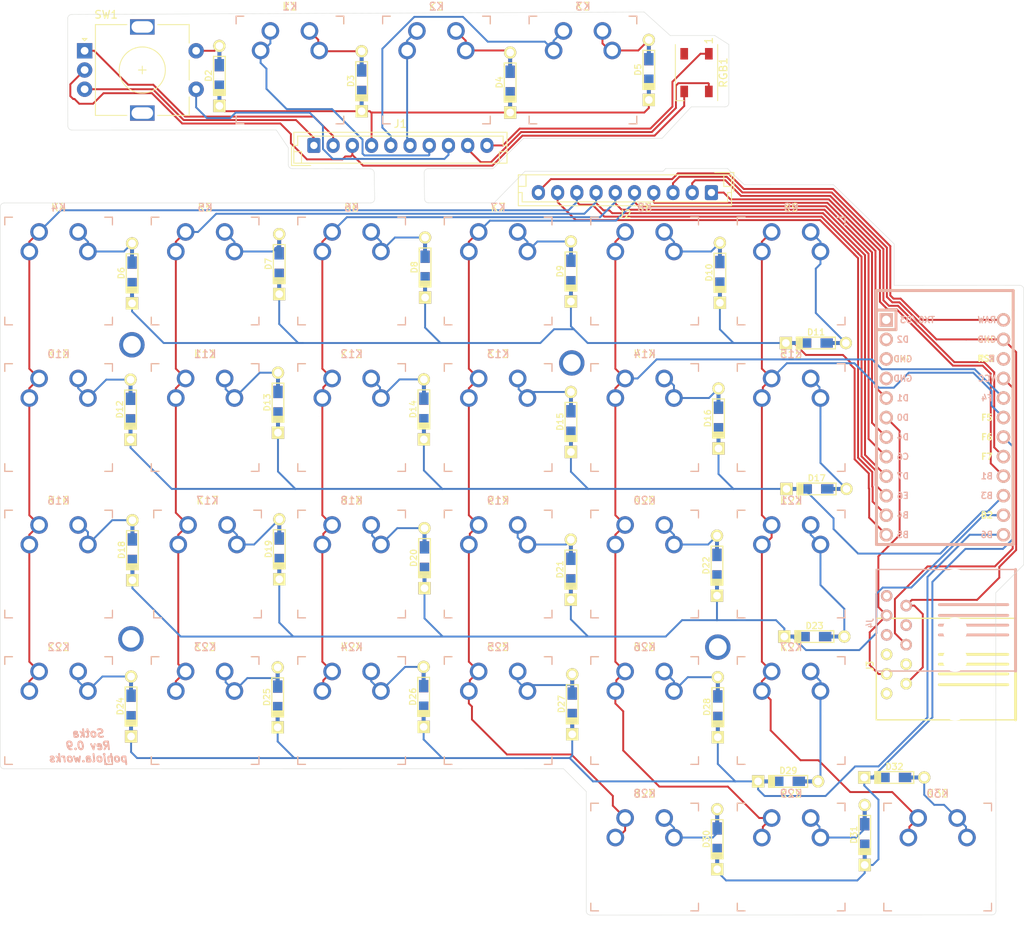
<source format=kicad_pcb>
(kicad_pcb (version 20171130) (host pcbnew "(5.1.5-0-10_14)")
  (layers (0 F.Cu signal) (31 B.Cu signal) (34 B.Paste user) (35 F.Paste user) (36 B.SilkS user) (37 F.SilkS user) (38 B.Mask user) (39 F.Mask user) (44 Edge.Cuts user))
  (net 0 "")
  (net 1 row3)
  (net 2 "Net-(D2-Pad2)")
  (net 3 row1)
  (net 4 "Net-(D3-Pad2)")
  (net 5 row2)
  (net 6 "Net-(D4-Pad2)")
  (net 7 row0)
  (net 8 "Net-(D5-Pad2)")
  (net 9 "Net-(D6-Pad2)")
  (net 10 "Net-(D7-Pad2)")
  (net 11 "Net-(D8-Pad2)")
  (net 12 "Net-(D9-Pad2)")
  (net 13 row4)
  (net 14 "Net-(D10-Pad2)")
  (net 15 "Net-(D11-Pad2)")
  (net 16 "Net-(D12-Pad2)")
  (net 17 "Net-(D13-Pad2)")
  (net 18 "Net-(D14-Pad2)")
  (net 19 "Net-(D15-Pad2)")
  (net 20 "Net-(D16-Pad2)")
  (net 21 "Net-(D17-Pad2)")
  (net 22 "Net-(D18-Pad2)")
  (net 23 "Net-(D19-Pad2)")
  (net 24 "Net-(D20-Pad2)")
  (net 25 "Net-(D21-Pad2)")
  (net 26 "Net-(D22-Pad2)")
  (net 27 "Net-(D23-Pad2)")
  (net 28 "Net-(D24-Pad2)")
  (net 29 "Net-(D25-Pad2)")
  (net 30 "Net-(D26-Pad2)")
  (net 31 "Net-(D27-Pad2)")
  (net 32 "Net-(D28-Pad2)")
  (net 33 VCC)
  (net 34 GND)
  (net 35 DATA)
  (net 36 col0)
  (net 37 col1)
  (net 38 col2)
  (net 39 col3)
  (net 40 col4)
  (net 41 col5)
  (net 42 "Net-(D29-Pad2)")
  (net 43 row5)
  (net 44 "Net-(D30-Pad2)")
  (net 45 "Net-(D31-Pad2)")
  (net 46 "Net-(D32-Pad2)")
  (net 47 PWR)
  (net 48 ENCA)
  (net 49 ENCB)
  (net 50 LED_PWR)
  (net 51 LED_D)
  (net 52 r0)
  (net 53 c3)
  (net 54 c2)
  (net 55 c1)
  (net 56 c0)
  (net 57 G)
  (net 58 ECA)
  (net 59 ECB)
  (net 60 LED_DATA)
  (module Keebio-Parts:breakaway-mousebites (layer F.Cu) (at 77.6 45.674)
    (fp_text reference REF** hide)
    (fp_text value breakaway-mousebites hide)
    (pad "" np_thru_hole circle (at 0 -0.254) (size 0.7874 0.7874) (drill 0.7874) (layers *.Cu *.Mask))
    (pad "" np_thru_hole circle (at 1.27 -0.254) (size 0.7874 0.7874) (drill 0.7874) (layers *.Cu *.Mask))
    (pad "" np_thru_hole circle (at 2.54 -0.254) (size 0.7874 0.7874) (drill 0.7874) (layers *.Cu *.Mask))
    (pad "" np_thru_hole circle (at -1.27 -0.254) (size 0.7874 0.7874) (drill 0.7874) (layers *.Cu *.Mask))
    (pad "" np_thru_hole circle (at -2.54 -0.254) (size 0.7874 0.7874) (drill 0.7874) (layers *.Cu *.Mask))
  )
  (module keyboard_parts:MountingHole_M2 (layer F.Cu) (at 100.06 69.1)
    (fp_text reference HOLE5 hide)
    (fp_text value MountingHole_4mm)
    (pad 1 thru_hole circle (at 0 0) (size 3.3 3.3) (drill 2.3) (layers *.Cu *.Mask))
  )
  (module keyboard_parts:MountingHole_M2 (layer F.Cu) (at 42.74 104.98)
    (fp_text reference HOLE5 hide)
    (fp_text value MountingHole_4mm)
    (pad 1 thru_hole circle (at 0 0) (size 3.3 3.3) (drill 2.3) (layers *.Cu *.Mask))
  )
  (module keyboard_parts:MountingHole_M2 (layer F.Cu) (at 42.87 66.74)
    (fp_text reference HOLE5 hide)
    (fp_text value MountingHole_4mm)
    (pad 1 thru_hole circle (at 0 0) (size 3.3 3.3) (drill 2.3) (layers *.Cu *.Mask))
  )
  (module keyboard_parts:MountingHole_M2 (layer F.Cu) (at 119.05 106.05)
    (fp_text reference HOLE5 hide)
    (fp_text value MountingHole_4mm)
    (pad 1 thru_hole circle (at 0 0) (size 3.3 3.3) (drill 2.3) (layers *.Cu *.Mask))
  )
  (module Keebio-Parts:breakaway-mousebites (layer F.Cu) (at 77.65 47.054)
    (fp_text reference REF** hide)
    (fp_text value breakaway-mousebites hide)
    (pad "" np_thru_hole circle (at -2.54 -0.254) (size 0.7874 0.7874) (drill 0.7874) (layers *.Cu *.Mask))
    (pad "" np_thru_hole circle (at -1.27 -0.254) (size 0.7874 0.7874) (drill 0.7874) (layers *.Cu *.Mask))
    (pad "" np_thru_hole circle (at 2.54 -0.254) (size 0.7874 0.7874) (drill 0.7874) (layers *.Cu *.Mask))
    (pad "" np_thru_hole circle (at 1.27 -0.254) (size 0.7874 0.7874) (drill 0.7874) (layers *.Cu *.Mask))
    (pad "" np_thru_hole circle (at 0 -0.254) (size 0.7874 0.7874) (drill 0.7874) (layers *.Cu *.Mask))
  )
  (module pretty_footprints:RJ11-MOLEX (layer F.Cu) (at 149.89 108.905 90)
    (fp_text reference J3 (at 0.381 -11.049 90) (layer F.SilkS) (effects (font (size 0.889 0.762) (thickness 0.1524))))
    (fp_text value 6P6C hide)
    (pad 6 thru_hole circle (at 3.175 -6.35 180) (size 1.5 1.5) (drill 0.889) (layers *.Cu *.Mask F.SilkS))
    (pad 1 thru_hole circle (at -3.175 -8.89 180) (size 1.5 1.5) (drill 0.889) (layers *.Cu *.Mask F.SilkS))
    (pad 5 thru_hole circle (at 1.905 -8.89 180) (size 1.5 1.5) (drill 0.889) (layers *.Cu *.Mask F.SilkS))
    (pad 4 thru_hole circle (at 0.635 -6.35 180) (size 1.5 1.5) (drill 0.889) (layers *.Cu *.Mask F.SilkS))
    (pad 2 thru_hole circle (at -1.905 -6.35 180) (size 1.5 1.5) (drill 0.889) (layers *.Cu *.Mask F.SilkS) (net 34 GND))
    (pad 3 thru_hole circle (at -0.635 -8.89 180) (size 1.5 1.5) (drill 0.889) (layers *.Cu *.Mask F.SilkS) (net 35 DATA))
    (pad "" np_thru_hole circle (at 5.08 0 180) (size 3.2004 3.2004) (drill 3.2004) (layers *.Cu *.Mask))
    (pad "" np_thru_hole circle (at -5.08 0 180) (size 3.2004 3.2004) (drill 3.2004) (layers *.Cu *.Mask))
  )
  (module Keebio-Parts:Diode-dual (layer F.Cu) (at 42.76 113.77 270)
    (fp_text reference D24 (at -0.0254 1.4 90) (layer F.SilkS) (effects (font (size 0.8 0.8))))
    (fp_text value D hide)
    (pad 1 smd rect (at 2.5 0 270) (size 2.9 0.5) (layers F.Cu) (net 13 row4))
    (pad 2 smd rect (at -2.5 0 270) (size 2.9 0.5) (layers F.Cu) (net 28 "Net-(D24-Pad2)"))
    (pad 1 thru_hole rect (at 3.9 0 270) (size 1.6 1.6) (drill 1) (layers *.Cu *.Mask F.SilkS) (net 13 row4))
    (pad 2 thru_hole circle (at -3.9 0 270) (size 1.6 1.6) (drill 1) (layers *.Cu *.Mask F.SilkS) (net 28 "Net-(D24-Pad2)"))
    (pad 2 smd rect (at -1.4 0 270) (size 1.6 1.2) (layers F.Cu F.Paste F.Mask) (net 28 "Net-(D24-Pad2)"))
    (pad 1 smd rect (at 1.4 0 270) (size 1.6 1.2) (layers F.Cu F.Paste F.Mask) (net 13 row4))
    (pad 1 smd rect (at 2.5 0 270) (size 2.9 0.5) (layers B.Cu) (net 13 row4))
    (pad 1 smd rect (at 1.4 0 270) (size 1.6 1.2) (layers B.Cu B.Paste B.Mask) (net 13 row4))
    (pad 2 smd rect (at -1.4 0 270) (size 1.6 1.2) (layers B.Cu B.Paste B.Mask) (net 28 "Net-(D24-Pad2)"))
    (pad 2 smd rect (at -2.5 0 270) (size 2.9 0.5) (layers B.Cu) (net 28 "Net-(D24-Pad2)"))
  )
  (module Keebio-Parts:Diode-dual (layer F.Cu) (at 42.69 75.17 270)
    (fp_text reference D12 (at -0.0254 1.4 90) (layer F.SilkS) (effects (font (size 0.8 0.8))))
    (fp_text value D hide)
    (pad 1 smd rect (at 2.5 0 270) (size 2.9 0.5) (layers F.Cu) (net 5 row2))
    (pad 2 smd rect (at -2.5 0 270) (size 2.9 0.5) (layers F.Cu) (net 16 "Net-(D12-Pad2)"))
    (pad 1 thru_hole rect (at 3.9 0 270) (size 1.6 1.6) (drill 1) (layers *.Cu *.Mask F.SilkS) (net 5 row2))
    (pad 2 thru_hole circle (at -3.9 0 270) (size 1.6 1.6) (drill 1) (layers *.Cu *.Mask F.SilkS) (net 16 "Net-(D12-Pad2)"))
    (pad 2 smd rect (at -1.4 0 270) (size 1.6 1.2) (layers F.Cu F.Paste F.Mask) (net 16 "Net-(D12-Pad2)"))
    (pad 1 smd rect (at 1.4 0 270) (size 1.6 1.2) (layers F.Cu F.Paste F.Mask) (net 5 row2))
    (pad 1 smd rect (at 2.5 0 270) (size 2.9 0.5) (layers B.Cu) (net 5 row2))
    (pad 1 smd rect (at 1.4 0 270) (size 1.6 1.2) (layers B.Cu B.Paste B.Mask) (net 5 row2))
    (pad 2 smd rect (at -1.4 0 270) (size 1.6 1.2) (layers B.Cu B.Paste B.Mask) (net 16 "Net-(D12-Pad2)"))
    (pad 2 smd rect (at -2.5 0 270) (size 2.9 0.5) (layers B.Cu) (net 16 "Net-(D12-Pad2)"))
  )
  (module Keebio-Parts:Diode-dual (layer F.Cu) (at 42.93 93.45 270)
    (fp_text reference D18 (at -0.0254 1.4 90) (layer F.SilkS) (effects (font (size 0.8 0.8))))
    (fp_text value D hide)
    (pad 1 smd rect (at 2.5 0 270) (size 2.9 0.5) (layers F.Cu) (net 1 row3))
    (pad 2 smd rect (at -2.5 0 270) (size 2.9 0.5) (layers F.Cu) (net 22 "Net-(D18-Pad2)"))
    (pad 1 thru_hole rect (at 3.9 0 270) (size 1.6 1.6) (drill 1) (layers *.Cu *.Mask F.SilkS) (net 1 row3))
    (pad 2 thru_hole circle (at -3.9 0 270) (size 1.6 1.6) (drill 1) (layers *.Cu *.Mask F.SilkS) (net 22 "Net-(D18-Pad2)"))
    (pad 2 smd rect (at -1.4 0 270) (size 1.6 1.2) (layers F.Cu F.Paste F.Mask) (net 22 "Net-(D18-Pad2)"))
    (pad 1 smd rect (at 1.4 0 270) (size 1.6 1.2) (layers F.Cu F.Paste F.Mask) (net 1 row3))
    (pad 1 smd rect (at 2.5 0 270) (size 2.9 0.5) (layers B.Cu) (net 1 row3))
    (pad 1 smd rect (at 1.4 0 270) (size 1.6 1.2) (layers B.Cu B.Paste B.Mask) (net 1 row3))
    (pad 2 smd rect (at -1.4 0 270) (size 1.6 1.2) (layers B.Cu B.Paste B.Mask) (net 22 "Net-(D18-Pad2)"))
    (pad 2 smd rect (at -2.5 0 270) (size 2.9 0.5) (layers B.Cu) (net 22 "Net-(D18-Pad2)"))
  )
  (module Keebio-Parts:Diode-dual (layer F.Cu) (at 42.89 57.45 270)
    (fp_text reference D6 (at -0.0254 1.4 90) (layer F.SilkS) (effects (font (size 0.8 0.8))))
    (fp_text value D hide)
    (pad 1 smd rect (at 2.5 0 270) (size 2.9 0.5) (layers F.Cu) (net 3 row1))
    (pad 2 smd rect (at -2.5 0 270) (size 2.9 0.5) (layers F.Cu) (net 9 "Net-(D6-Pad2)"))
    (pad 1 thru_hole rect (at 3.9 0 270) (size 1.6 1.6) (drill 1) (layers *.Cu *.Mask F.SilkS) (net 3 row1))
    (pad 2 thru_hole circle (at -3.9 0 270) (size 1.6 1.6) (drill 1) (layers *.Cu *.Mask F.SilkS) (net 9 "Net-(D6-Pad2)"))
    (pad 2 smd rect (at -1.4 0 270) (size 1.6 1.2) (layers F.Cu F.Paste F.Mask) (net 9 "Net-(D6-Pad2)"))
    (pad 1 smd rect (at 1.4 0 270) (size 1.6 1.2) (layers F.Cu F.Paste F.Mask) (net 3 row1))
    (pad 1 smd rect (at 2.5 0 270) (size 2.9 0.5) (layers B.Cu) (net 3 row1))
    (pad 1 smd rect (at 1.4 0 270) (size 1.6 1.2) (layers B.Cu B.Paste B.Mask) (net 3 row1))
    (pad 2 smd rect (at -1.4 0 270) (size 1.6 1.2) (layers B.Cu B.Paste B.Mask) (net 9 "Net-(D6-Pad2)"))
    (pad 2 smd rect (at -2.5 0 270) (size 2.9 0.5) (layers B.Cu) (net 9 "Net-(D6-Pad2)"))
  )
  (module Keebio-Parts:Diode-dual (layer F.Cu) (at 61.82 112.58 270)
    (fp_text reference D25 (at -0.0254 1.4 90) (layer F.SilkS) (effects (font (size 0.8 0.8))))
    (fp_text value D hide)
    (pad 1 smd rect (at 2.5 0 270) (size 2.9 0.5) (layers F.Cu) (net 13 row4))
    (pad 2 smd rect (at -2.5 0 270) (size 2.9 0.5) (layers F.Cu) (net 29 "Net-(D25-Pad2)"))
    (pad 1 thru_hole rect (at 3.9 0 270) (size 1.6 1.6) (drill 1) (layers *.Cu *.Mask F.SilkS) (net 13 row4))
    (pad 2 thru_hole circle (at -3.9 0 270) (size 1.6 1.6) (drill 1) (layers *.Cu *.Mask F.SilkS) (net 29 "Net-(D25-Pad2)"))
    (pad 2 smd rect (at -1.4 0 270) (size 1.6 1.2) (layers F.Cu F.Paste F.Mask) (net 29 "Net-(D25-Pad2)"))
    (pad 1 smd rect (at 1.4 0 270) (size 1.6 1.2) (layers F.Cu F.Paste F.Mask) (net 13 row4))
    (pad 1 smd rect (at 2.5 0 270) (size 2.9 0.5) (layers B.Cu) (net 13 row4))
    (pad 1 smd rect (at 1.4 0 270) (size 1.6 1.2) (layers B.Cu B.Paste B.Mask) (net 13 row4))
    (pad 2 smd rect (at -1.4 0 270) (size 1.6 1.2) (layers B.Cu B.Paste B.Mask) (net 29 "Net-(D25-Pad2)"))
    (pad 2 smd rect (at -2.5 0 270) (size 2.9 0.5) (layers B.Cu) (net 29 "Net-(D25-Pad2)"))
  )
  (module Keebio-Parts:Diode-dual (layer F.Cu) (at 61.86 74.27 270)
    (fp_text reference D13 (at -0.0254 1.4 90) (layer F.SilkS) (effects (font (size 0.8 0.8))))
    (fp_text value D hide)
    (pad 1 smd rect (at 2.5 0 270) (size 2.9 0.5) (layers F.Cu) (net 5 row2))
    (pad 2 smd rect (at -2.5 0 270) (size 2.9 0.5) (layers F.Cu) (net 17 "Net-(D13-Pad2)"))
    (pad 1 thru_hole rect (at 3.9 0 270) (size 1.6 1.6) (drill 1) (layers *.Cu *.Mask F.SilkS) (net 5 row2))
    (pad 2 thru_hole circle (at -3.9 0 270) (size 1.6 1.6) (drill 1) (layers *.Cu *.Mask F.SilkS) (net 17 "Net-(D13-Pad2)"))
    (pad 2 smd rect (at -1.4 0 270) (size 1.6 1.2) (layers F.Cu F.Paste F.Mask) (net 17 "Net-(D13-Pad2)"))
    (pad 1 smd rect (at 1.4 0 270) (size 1.6 1.2) (layers F.Cu F.Paste F.Mask) (net 5 row2))
    (pad 1 smd rect (at 2.5 0 270) (size 2.9 0.5) (layers B.Cu) (net 5 row2))
    (pad 1 smd rect (at 1.4 0 270) (size 1.6 1.2) (layers B.Cu B.Paste B.Mask) (net 5 row2))
    (pad 2 smd rect (at -1.4 0 270) (size 1.6 1.2) (layers B.Cu B.Paste B.Mask) (net 17 "Net-(D13-Pad2)"))
    (pad 2 smd rect (at -2.5 0 270) (size 2.9 0.5) (layers B.Cu) (net 17 "Net-(D13-Pad2)"))
  )
  (module Keebio-Parts:Diode-dual (layer F.Cu) (at 62.03 93.33 270)
    (fp_text reference D19 (at -0.0254 1.4 90) (layer F.SilkS) (effects (font (size 0.8 0.8))))
    (fp_text value D hide)
    (pad 1 smd rect (at 2.5 0 270) (size 2.9 0.5) (layers F.Cu) (net 1 row3))
    (pad 2 smd rect (at -2.5 0 270) (size 2.9 0.5) (layers F.Cu) (net 23 "Net-(D19-Pad2)"))
    (pad 1 thru_hole rect (at 3.9 0 270) (size 1.6 1.6) (drill 1) (layers *.Cu *.Mask F.SilkS) (net 1 row3))
    (pad 2 thru_hole circle (at -3.9 0 270) (size 1.6 1.6) (drill 1) (layers *.Cu *.Mask F.SilkS) (net 23 "Net-(D19-Pad2)"))
    (pad 2 smd rect (at -1.4 0 270) (size 1.6 1.2) (layers F.Cu F.Paste F.Mask) (net 23 "Net-(D19-Pad2)"))
    (pad 1 smd rect (at 1.4 0 270) (size 1.6 1.2) (layers F.Cu F.Paste F.Mask) (net 1 row3))
    (pad 1 smd rect (at 2.5 0 270) (size 2.9 0.5) (layers B.Cu) (net 1 row3))
    (pad 1 smd rect (at 1.4 0 270) (size 1.6 1.2) (layers B.Cu B.Paste B.Mask) (net 1 row3))
    (pad 2 smd rect (at -1.4 0 270) (size 1.6 1.2) (layers B.Cu B.Paste B.Mask) (net 23 "Net-(D19-Pad2)"))
    (pad 2 smd rect (at -2.5 0 270) (size 2.9 0.5) (layers B.Cu) (net 23 "Net-(D19-Pad2)"))
  )
  (module Keebio-Parts:Diode-dual (layer F.Cu) (at 62.02 56.25 270)
    (fp_text reference D7 (at -0.0254 1.4 90) (layer F.SilkS) (effects (font (size 0.8 0.8))))
    (fp_text value D hide)
    (pad 1 smd rect (at 2.5 0 270) (size 2.9 0.5) (layers F.Cu) (net 3 row1))
    (pad 2 smd rect (at -2.5 0 270) (size 2.9 0.5) (layers F.Cu) (net 10 "Net-(D7-Pad2)"))
    (pad 1 thru_hole rect (at 3.9 0 270) (size 1.6 1.6) (drill 1) (layers *.Cu *.Mask F.SilkS) (net 3 row1))
    (pad 2 thru_hole circle (at -3.9 0 270) (size 1.6 1.6) (drill 1) (layers *.Cu *.Mask F.SilkS) (net 10 "Net-(D7-Pad2)"))
    (pad 2 smd rect (at -1.4 0 270) (size 1.6 1.2) (layers F.Cu F.Paste F.Mask) (net 10 "Net-(D7-Pad2)"))
    (pad 1 smd rect (at 1.4 0 270) (size 1.6 1.2) (layers F.Cu F.Paste F.Mask) (net 3 row1))
    (pad 1 smd rect (at 2.5 0 270) (size 2.9 0.5) (layers B.Cu) (net 3 row1))
    (pad 1 smd rect (at 1.4 0 270) (size 1.6 1.2) (layers B.Cu B.Paste B.Mask) (net 3 row1))
    (pad 2 smd rect (at -1.4 0 270) (size 1.6 1.2) (layers B.Cu B.Paste B.Mask) (net 10 "Net-(D7-Pad2)"))
    (pad 2 smd rect (at -2.5 0 270) (size 2.9 0.5) (layers B.Cu) (net 10 "Net-(D7-Pad2)"))
  )
  (module Keebio-Parts:Diode-dual (layer F.Cu) (at 80.8 112.5225 270)
    (fp_text reference D26 (at -0.0254 1.4 90) (layer F.SilkS) (effects (font (size 0.8 0.8))))
    (fp_text value D hide)
    (pad 1 smd rect (at 2.5 0 270) (size 2.9 0.5) (layers F.Cu) (net 13 row4))
    (pad 2 smd rect (at -2.5 0 270) (size 2.9 0.5) (layers F.Cu) (net 30 "Net-(D26-Pad2)"))
    (pad 1 thru_hole rect (at 3.9 0 270) (size 1.6 1.6) (drill 1) (layers *.Cu *.Mask F.SilkS) (net 13 row4))
    (pad 2 thru_hole circle (at -3.9 0 270) (size 1.6 1.6) (drill 1) (layers *.Cu *.Mask F.SilkS) (net 30 "Net-(D26-Pad2)"))
    (pad 2 smd rect (at -1.4 0 270) (size 1.6 1.2) (layers F.Cu F.Paste F.Mask) (net 30 "Net-(D26-Pad2)"))
    (pad 1 smd rect (at 1.4 0 270) (size 1.6 1.2) (layers F.Cu F.Paste F.Mask) (net 13 row4))
    (pad 1 smd rect (at 2.5 0 270) (size 2.9 0.5) (layers B.Cu) (net 13 row4))
    (pad 1 smd rect (at 1.4 0 270) (size 1.6 1.2) (layers B.Cu B.Paste B.Mask) (net 13 row4))
    (pad 2 smd rect (at -1.4 0 270) (size 1.6 1.2) (layers B.Cu B.Paste B.Mask) (net 30 "Net-(D26-Pad2)"))
    (pad 2 smd rect (at -2.5 0 270) (size 2.9 0.5) (layers B.Cu) (net 30 "Net-(D26-Pad2)"))
  )
  (module Keebio-Parts:Diode-dual (layer F.Cu) (at 118.97 131.0325 270)
    (fp_text reference D30 (at -0.0254 1.4 90) (layer F.SilkS) (effects (font (size 0.8 0.8))))
    (fp_text value D hide)
    (pad 1 smd rect (at 2.5 0 270) (size 2.9 0.5) (layers F.Cu) (net 43 row5))
    (pad 2 smd rect (at -2.5 0 270) (size 2.9 0.5) (layers F.Cu) (net 44 "Net-(D30-Pad2)"))
    (pad 1 thru_hole rect (at 3.9 0 270) (size 1.6 1.6) (drill 1) (layers *.Cu *.Mask F.SilkS) (net 43 row5))
    (pad 2 thru_hole circle (at -3.9 0 270) (size 1.6 1.6) (drill 1) (layers *.Cu *.Mask F.SilkS) (net 44 "Net-(D30-Pad2)"))
    (pad 2 smd rect (at -1.4 0 270) (size 1.6 1.2) (layers F.Cu F.Paste F.Mask) (net 44 "Net-(D30-Pad2)"))
    (pad 1 smd rect (at 1.4 0 270) (size 1.6 1.2) (layers F.Cu F.Paste F.Mask) (net 43 row5))
    (pad 1 smd rect (at 2.5 0 270) (size 2.9 0.5) (layers B.Cu) (net 43 row5))
    (pad 1 smd rect (at 1.4 0 270) (size 1.6 1.2) (layers B.Cu B.Paste B.Mask) (net 43 row5))
    (pad 2 smd rect (at -1.4 0 270) (size 1.6 1.2) (layers B.Cu B.Paste B.Mask) (net 44 "Net-(D30-Pad2)"))
    (pad 2 smd rect (at -2.5 0 270) (size 2.9 0.5) (layers B.Cu) (net 44 "Net-(D30-Pad2)"))
  )
  (module Keebio-Parts:Diode-dual (layer F.Cu) (at 80.83 75.1425 270)
    (fp_text reference D14 (at -0.0254 1.4 90) (layer F.SilkS) (effects (font (size 0.8 0.8))))
    (fp_text value D hide)
    (pad 1 smd rect (at 2.5 0 270) (size 2.9 0.5) (layers F.Cu) (net 5 row2))
    (pad 2 smd rect (at -2.5 0 270) (size 2.9 0.5) (layers F.Cu) (net 18 "Net-(D14-Pad2)"))
    (pad 1 thru_hole rect (at 3.9 0 270) (size 1.6 1.6) (drill 1) (layers *.Cu *.Mask F.SilkS) (net 5 row2))
    (pad 2 thru_hole circle (at -3.9 0 270) (size 1.6 1.6) (drill 1) (layers *.Cu *.Mask F.SilkS) (net 18 "Net-(D14-Pad2)"))
    (pad 2 smd rect (at -1.4 0 270) (size 1.6 1.2) (layers F.Cu F.Paste F.Mask) (net 18 "Net-(D14-Pad2)"))
    (pad 1 smd rect (at 1.4 0 270) (size 1.6 1.2) (layers F.Cu F.Paste F.Mask) (net 5 row2))
    (pad 1 smd rect (at 2.5 0 270) (size 2.9 0.5) (layers B.Cu) (net 5 row2))
    (pad 1 smd rect (at 1.4 0 270) (size 1.6 1.2) (layers B.Cu B.Paste B.Mask) (net 5 row2))
    (pad 2 smd rect (at -1.4 0 270) (size 1.6 1.2) (layers B.Cu B.Paste B.Mask) (net 18 "Net-(D14-Pad2)"))
    (pad 2 smd rect (at -2.5 0 270) (size 2.9 0.5) (layers B.Cu) (net 18 "Net-(D14-Pad2)"))
  )
  (module Keebio-Parts:Diode-dual (layer F.Cu) (at 80.91 94.4825 270)
    (fp_text reference D20 (at -0.0254 1.4 90) (layer F.SilkS) (effects (font (size 0.8 0.8))))
    (fp_text value D hide)
    (pad 1 smd rect (at 2.5 0 270) (size 2.9 0.5) (layers F.Cu) (net 1 row3))
    (pad 2 smd rect (at -2.5 0 270) (size 2.9 0.5) (layers F.Cu) (net 24 "Net-(D20-Pad2)"))
    (pad 1 thru_hole rect (at 3.9 0 270) (size 1.6 1.6) (drill 1) (layers *.Cu *.Mask F.SilkS) (net 1 row3))
    (pad 2 thru_hole circle (at -3.9 0 270) (size 1.6 1.6) (drill 1) (layers *.Cu *.Mask F.SilkS) (net 24 "Net-(D20-Pad2)"))
    (pad 2 smd rect (at -1.4 0 270) (size 1.6 1.2) (layers F.Cu F.Paste F.Mask) (net 24 "Net-(D20-Pad2)"))
    (pad 1 smd rect (at 1.4 0 270) (size 1.6 1.2) (layers F.Cu F.Paste F.Mask) (net 1 row3))
    (pad 1 smd rect (at 2.5 0 270) (size 2.9 0.5) (layers B.Cu) (net 1 row3))
    (pad 1 smd rect (at 1.4 0 270) (size 1.6 1.2) (layers B.Cu B.Paste B.Mask) (net 1 row3))
    (pad 2 smd rect (at -1.4 0 270) (size 1.6 1.2) (layers B.Cu B.Paste B.Mask) (net 24 "Net-(D20-Pad2)"))
    (pad 2 smd rect (at -2.5 0 270) (size 2.9 0.5) (layers B.Cu) (net 24 "Net-(D20-Pad2)"))
  )
  (module Keebio-Parts:Diode-dual (layer F.Cu) (at 80.99 56.6925 270)
    (fp_text reference D8 (at -0.0254 1.4 90) (layer F.SilkS) (effects (font (size 0.8 0.8))))
    (fp_text value D hide)
    (pad 1 smd rect (at 2.5 0 270) (size 2.9 0.5) (layers F.Cu) (net 3 row1))
    (pad 2 smd rect (at -2.5 0 270) (size 2.9 0.5) (layers F.Cu) (net 11 "Net-(D8-Pad2)"))
    (pad 1 thru_hole rect (at 3.9 0 270) (size 1.6 1.6) (drill 1) (layers *.Cu *.Mask F.SilkS) (net 3 row1))
    (pad 2 thru_hole circle (at -3.9 0 270) (size 1.6 1.6) (drill 1) (layers *.Cu *.Mask F.SilkS) (net 11 "Net-(D8-Pad2)"))
    (pad 2 smd rect (at -1.4 0 270) (size 1.6 1.2) (layers F.Cu F.Paste F.Mask) (net 11 "Net-(D8-Pad2)"))
    (pad 1 smd rect (at 1.4 0 270) (size 1.6 1.2) (layers F.Cu F.Paste F.Mask) (net 3 row1))
    (pad 1 smd rect (at 2.5 0 270) (size 2.9 0.5) (layers B.Cu) (net 3 row1))
    (pad 1 smd rect (at 1.4 0 270) (size 1.6 1.2) (layers B.Cu B.Paste B.Mask) (net 3 row1))
    (pad 2 smd rect (at -1.4 0 270) (size 1.6 1.2) (layers B.Cu B.Paste B.Mask) (net 11 "Net-(D8-Pad2)"))
    (pad 2 smd rect (at -2.5 0 270) (size 2.9 0.5) (layers B.Cu) (net 11 "Net-(D8-Pad2)"))
  )
  (module Keebio-Parts:Diode-dual (layer F.Cu) (at 100.12 113.485 270)
    (fp_text reference D27 (at -0.0254 1.4 90) (layer F.SilkS) (effects (font (size 0.8 0.8))))
    (fp_text value D hide)
    (pad 1 smd rect (at 2.5 0 270) (size 2.9 0.5) (layers F.Cu) (net 13 row4))
    (pad 2 smd rect (at -2.5 0 270) (size 2.9 0.5) (layers F.Cu) (net 31 "Net-(D27-Pad2)"))
    (pad 1 thru_hole rect (at 3.9 0 270) (size 1.6 1.6) (drill 1) (layers *.Cu *.Mask F.SilkS) (net 13 row4))
    (pad 2 thru_hole circle (at -3.9 0 270) (size 1.6 1.6) (drill 1) (layers *.Cu *.Mask F.SilkS) (net 31 "Net-(D27-Pad2)"))
    (pad 2 smd rect (at -1.4 0 270) (size 1.6 1.2) (layers F.Cu F.Paste F.Mask) (net 31 "Net-(D27-Pad2)"))
    (pad 1 smd rect (at 1.4 0 270) (size 1.6 1.2) (layers F.Cu F.Paste F.Mask) (net 13 row4))
    (pad 1 smd rect (at 2.5 0 270) (size 2.9 0.5) (layers B.Cu) (net 13 row4))
    (pad 1 smd rect (at 1.4 0 270) (size 1.6 1.2) (layers B.Cu B.Paste B.Mask) (net 13 row4))
    (pad 2 smd rect (at -1.4 0 270) (size 1.6 1.2) (layers B.Cu B.Paste B.Mask) (net 31 "Net-(D27-Pad2)"))
    (pad 2 smd rect (at -2.5 0 270) (size 2.9 0.5) (layers B.Cu) (net 31 "Net-(D27-Pad2)"))
  )
  (module Keebio-Parts:Diode-dual (layer F.Cu) (at 138.15 130.48 270)
    (fp_text reference D31 (at -0.0254 1.4 90) (layer F.SilkS) (effects (font (size 0.8 0.8))))
    (fp_text value D hide)
    (pad 1 smd rect (at 2.5 0 270) (size 2.9 0.5) (layers F.Cu) (net 43 row5))
    (pad 2 smd rect (at -2.5 0 270) (size 2.9 0.5) (layers F.Cu) (net 45 "Net-(D31-Pad2)"))
    (pad 1 thru_hole rect (at 3.9 0 270) (size 1.6 1.6) (drill 1) (layers *.Cu *.Mask F.SilkS) (net 43 row5))
    (pad 2 thru_hole circle (at -3.9 0 270) (size 1.6 1.6) (drill 1) (layers *.Cu *.Mask F.SilkS) (net 45 "Net-(D31-Pad2)"))
    (pad 2 smd rect (at -1.4 0 270) (size 1.6 1.2) (layers F.Cu F.Paste F.Mask) (net 45 "Net-(D31-Pad2)"))
    (pad 1 smd rect (at 1.4 0 270) (size 1.6 1.2) (layers F.Cu F.Paste F.Mask) (net 43 row5))
    (pad 1 smd rect (at 2.5 0 270) (size 2.9 0.5) (layers B.Cu) (net 43 row5))
    (pad 1 smd rect (at 1.4 0 270) (size 1.6 1.2) (layers B.Cu B.Paste B.Mask) (net 43 row5))
    (pad 2 smd rect (at -1.4 0 270) (size 1.6 1.2) (layers B.Cu B.Paste B.Mask) (net 45 "Net-(D31-Pad2)"))
    (pad 2 smd rect (at -2.5 0 270) (size 2.9 0.5) (layers B.Cu) (net 45 "Net-(D31-Pad2)"))
  )
  (module Keebio-Parts:Diode-dual (layer F.Cu) (at 99.95 76.775 270)
    (fp_text reference D15 (at -0.0254 1.4 90) (layer F.SilkS) (effects (font (size 0.8 0.8))))
    (fp_text value D hide)
    (pad 1 smd rect (at 2.5 0 270) (size 2.9 0.5) (layers F.Cu) (net 5 row2))
    (pad 2 smd rect (at -2.5 0 270) (size 2.9 0.5) (layers F.Cu) (net 19 "Net-(D15-Pad2)"))
    (pad 1 thru_hole rect (at 3.9 0 270) (size 1.6 1.6) (drill 1) (layers *.Cu *.Mask F.SilkS) (net 5 row2))
    (pad 2 thru_hole circle (at -3.9 0 270) (size 1.6 1.6) (drill 1) (layers *.Cu *.Mask F.SilkS) (net 19 "Net-(D15-Pad2)"))
    (pad 2 smd rect (at -1.4 0 270) (size 1.6 1.2) (layers F.Cu F.Paste F.Mask) (net 19 "Net-(D15-Pad2)"))
    (pad 1 smd rect (at 1.4 0 270) (size 1.6 1.2) (layers F.Cu F.Paste F.Mask) (net 5 row2))
    (pad 1 smd rect (at 2.5 0 270) (size 2.9 0.5) (layers B.Cu) (net 5 row2))
    (pad 1 smd rect (at 1.4 0 270) (size 1.6 1.2) (layers B.Cu B.Paste B.Mask) (net 5 row2))
    (pad 2 smd rect (at -1.4 0 270) (size 1.6 1.2) (layers B.Cu B.Paste B.Mask) (net 19 "Net-(D15-Pad2)"))
    (pad 2 smd rect (at -2.5 0 270) (size 2.9 0.5) (layers B.Cu) (net 19 "Net-(D15-Pad2)"))
  )
  (module Keebio-Parts:Diode-dual (layer F.Cu) (at 99.94 95.975 270)
    (fp_text reference D21 (at -0.0254 1.4 90) (layer F.SilkS) (effects (font (size 0.8 0.8))))
    (fp_text value D hide)
    (pad 1 smd rect (at 2.5 0 270) (size 2.9 0.5) (layers F.Cu) (net 1 row3))
    (pad 2 smd rect (at -2.5 0 270) (size 2.9 0.5) (layers F.Cu) (net 25 "Net-(D21-Pad2)"))
    (pad 1 thru_hole rect (at 3.9 0 270) (size 1.6 1.6) (drill 1) (layers *.Cu *.Mask F.SilkS) (net 1 row3))
    (pad 2 thru_hole circle (at -3.9 0 270) (size 1.6 1.6) (drill 1) (layers *.Cu *.Mask F.SilkS) (net 25 "Net-(D21-Pad2)"))
    (pad 2 smd rect (at -1.4 0 270) (size 1.6 1.2) (layers F.Cu F.Paste F.Mask) (net 25 "Net-(D21-Pad2)"))
    (pad 1 smd rect (at 1.4 0 270) (size 1.6 1.2) (layers F.Cu F.Paste F.Mask) (net 1 row3))
    (pad 1 smd rect (at 2.5 0 270) (size 2.9 0.5) (layers B.Cu) (net 1 row3))
    (pad 1 smd rect (at 1.4 0 270) (size 1.6 1.2) (layers B.Cu B.Paste B.Mask) (net 1 row3))
    (pad 2 smd rect (at -1.4 0 270) (size 1.6 1.2) (layers B.Cu B.Paste B.Mask) (net 25 "Net-(D21-Pad2)"))
    (pad 2 smd rect (at -2.5 0 270) (size 2.9 0.5) (layers B.Cu) (net 25 "Net-(D21-Pad2)"))
  )
  (module Keebio-Parts:Diode-dual (layer F.Cu) (at 99.95 57.21 270)
    (fp_text reference D9 (at -0.0254 1.4 90) (layer F.SilkS) (effects (font (size 0.8 0.8))))
    (fp_text value D hide)
    (pad 1 smd rect (at 2.5 0 270) (size 2.9 0.5) (layers F.Cu) (net 3 row1))
    (pad 2 smd rect (at -2.5 0 270) (size 2.9 0.5) (layers F.Cu) (net 12 "Net-(D9-Pad2)"))
    (pad 1 thru_hole rect (at 3.9 0 270) (size 1.6 1.6) (drill 1) (layers *.Cu *.Mask F.SilkS) (net 3 row1))
    (pad 2 thru_hole circle (at -3.9 0 270) (size 1.6 1.6) (drill 1) (layers *.Cu *.Mask F.SilkS) (net 12 "Net-(D9-Pad2)"))
    (pad 2 smd rect (at -1.4 0 270) (size 1.6 1.2) (layers F.Cu F.Paste F.Mask) (net 12 "Net-(D9-Pad2)"))
    (pad 1 smd rect (at 1.4 0 270) (size 1.6 1.2) (layers F.Cu F.Paste F.Mask) (net 3 row1))
    (pad 1 smd rect (at 2.5 0 270) (size 2.9 0.5) (layers B.Cu) (net 3 row1))
    (pad 1 smd rect (at 1.4 0 270) (size 1.6 1.2) (layers B.Cu B.Paste B.Mask) (net 3 row1))
    (pad 2 smd rect (at -1.4 0 270) (size 1.6 1.2) (layers B.Cu B.Paste B.Mask) (net 12 "Net-(D9-Pad2)"))
    (pad 2 smd rect (at -2.5 0 270) (size 2.9 0.5) (layers B.Cu) (net 12 "Net-(D9-Pad2)"))
  )
  (module Keebio-Parts:Diode-dual (layer F.Cu) (at 119.05 113.8625 270)
    (fp_text reference D28 (at -0.0254 1.4 90) (layer F.SilkS) (effects (font (size 0.8 0.8))))
    (fp_text value D hide)
    (pad 1 smd rect (at 2.5 0 270) (size 2.9 0.5) (layers F.Cu) (net 13 row4))
    (pad 2 smd rect (at -2.5 0 270) (size 2.9 0.5) (layers F.Cu) (net 32 "Net-(D28-Pad2)"))
    (pad 1 thru_hole rect (at 3.9 0 270) (size 1.6 1.6) (drill 1) (layers *.Cu *.Mask F.SilkS) (net 13 row4))
    (pad 2 thru_hole circle (at -3.9 0 270) (size 1.6 1.6) (drill 1) (layers *.Cu *.Mask F.SilkS) (net 32 "Net-(D28-Pad2)"))
    (pad 2 smd rect (at -1.4 0 270) (size 1.6 1.2) (layers F.Cu F.Paste F.Mask) (net 32 "Net-(D28-Pad2)"))
    (pad 1 smd rect (at 1.4 0 270) (size 1.6 1.2) (layers F.Cu F.Paste F.Mask) (net 13 row4))
    (pad 1 smd rect (at 2.5 0 270) (size 2.9 0.5) (layers B.Cu) (net 13 row4))
    (pad 1 smd rect (at 1.4 0 270) (size 1.6 1.2) (layers B.Cu B.Paste B.Mask) (net 13 row4))
    (pad 2 smd rect (at -1.4 0 270) (size 1.6 1.2) (layers B.Cu B.Paste B.Mask) (net 32 "Net-(D28-Pad2)"))
    (pad 2 smd rect (at -2.5 0 270) (size 2.9 0.5) (layers B.Cu) (net 32 "Net-(D28-Pad2)"))
  )
  (module Keebio-Parts:Diode-dual (layer F.Cu) (at 141.99 123 180)
    (fp_text reference D32 (at -0.0254 1.4) (layer F.SilkS) (effects (font (size 0.8 0.8))))
    (fp_text value D hide)
    (pad 1 smd rect (at 2.5 0 180) (size 2.9 0.5) (layers F.Cu) (net 43 row5))
    (pad 2 smd rect (at -2.5 0 180) (size 2.9 0.5) (layers F.Cu) (net 46 "Net-(D32-Pad2)"))
    (pad 1 thru_hole rect (at 3.9 0 180) (size 1.6 1.6) (drill 1) (layers *.Cu *.Mask F.SilkS) (net 43 row5))
    (pad 2 thru_hole circle (at -3.9 0 180) (size 1.6 1.6) (drill 1) (layers *.Cu *.Mask F.SilkS) (net 46 "Net-(D32-Pad2)"))
    (pad 2 smd rect (at -1.4 0 180) (size 1.6 1.2) (layers F.Cu F.Paste F.Mask) (net 46 "Net-(D32-Pad2)"))
    (pad 1 smd rect (at 1.4 0 180) (size 1.6 1.2) (layers F.Cu F.Paste F.Mask) (net 43 row5))
    (pad 1 smd rect (at 2.5 0 180) (size 2.9 0.5) (layers B.Cu) (net 43 row5))
    (pad 1 smd rect (at 1.4 0 180) (size 1.6 1.2) (layers B.Cu B.Paste B.Mask) (net 43 row5))
    (pad 2 smd rect (at -1.4 0 180) (size 1.6 1.2) (layers B.Cu B.Paste B.Mask) (net 46 "Net-(D32-Pad2)"))
    (pad 2 smd rect (at -2.5 0 180) (size 2.9 0.5) (layers B.Cu) (net 46 "Net-(D32-Pad2)"))
  )
  (module Keebio-Parts:Diode-dual (layer F.Cu) (at 119.14 76.3225 270)
    (fp_text reference D16 (at -0.0254 1.4 90) (layer F.SilkS) (effects (font (size 0.8 0.8))))
    (fp_text value D hide)
    (pad 1 smd rect (at 2.5 0 270) (size 2.9 0.5) (layers F.Cu) (net 5 row2))
    (pad 2 smd rect (at -2.5 0 270) (size 2.9 0.5) (layers F.Cu) (net 20 "Net-(D16-Pad2)"))
    (pad 1 thru_hole rect (at 3.9 0 270) (size 1.6 1.6) (drill 1) (layers *.Cu *.Mask F.SilkS) (net 5 row2))
    (pad 2 thru_hole circle (at -3.9 0 270) (size 1.6 1.6) (drill 1) (layers *.Cu *.Mask F.SilkS) (net 20 "Net-(D16-Pad2)"))
    (pad 2 smd rect (at -1.4 0 270) (size 1.6 1.2) (layers F.Cu F.Paste F.Mask) (net 20 "Net-(D16-Pad2)"))
    (pad 1 smd rect (at 1.4 0 270) (size 1.6 1.2) (layers F.Cu F.Paste F.Mask) (net 5 row2))
    (pad 1 smd rect (at 2.5 0 270) (size 2.9 0.5) (layers B.Cu) (net 5 row2))
    (pad 1 smd rect (at 1.4 0 270) (size 1.6 1.2) (layers B.Cu B.Paste B.Mask) (net 5 row2))
    (pad 2 smd rect (at -1.4 0 270) (size 1.6 1.2) (layers B.Cu B.Paste B.Mask) (net 20 "Net-(D16-Pad2)"))
    (pad 2 smd rect (at -2.5 0 270) (size 2.9 0.5) (layers B.Cu) (net 20 "Net-(D16-Pad2)"))
  )
  (module Keebio-Parts:Diode-dual (layer F.Cu) (at 118.94 95.4625 270)
    (fp_text reference D22 (at -0.0254 1.4 90) (layer F.SilkS) (effects (font (size 0.8 0.8))))
    (fp_text value D hide)
    (pad 1 smd rect (at 2.5 0 270) (size 2.9 0.5) (layers F.Cu) (net 1 row3))
    (pad 2 smd rect (at -2.5 0 270) (size 2.9 0.5) (layers F.Cu) (net 26 "Net-(D22-Pad2)"))
    (pad 1 thru_hole rect (at 3.9 0 270) (size 1.6 1.6) (drill 1) (layers *.Cu *.Mask F.SilkS) (net 1 row3))
    (pad 2 thru_hole circle (at -3.9 0 270) (size 1.6 1.6) (drill 1) (layers *.Cu *.Mask F.SilkS) (net 26 "Net-(D22-Pad2)"))
    (pad 2 smd rect (at -1.4 0 270) (size 1.6 1.2) (layers F.Cu F.Paste F.Mask) (net 26 "Net-(D22-Pad2)"))
    (pad 1 smd rect (at 1.4 0 270) (size 1.6 1.2) (layers F.Cu F.Paste F.Mask) (net 1 row3))
    (pad 1 smd rect (at 2.5 0 270) (size 2.9 0.5) (layers B.Cu) (net 1 row3))
    (pad 1 smd rect (at 1.4 0 270) (size 1.6 1.2) (layers B.Cu B.Paste B.Mask) (net 1 row3))
    (pad 2 smd rect (at -1.4 0 270) (size 1.6 1.2) (layers B.Cu B.Paste B.Mask) (net 26 "Net-(D22-Pad2)"))
    (pad 2 smd rect (at -2.5 0 270) (size 2.9 0.5) (layers B.Cu) (net 26 "Net-(D22-Pad2)"))
  )
  (module Keebio-Parts:Diode-dual (layer F.Cu) (at 119.32 57.38 270)
    (fp_text reference D10 (at -0.0254 1.4 90) (layer F.SilkS) (effects (font (size 0.8 0.8))))
    (fp_text value D hide)
    (pad 1 smd rect (at 2.5 0 270) (size 2.9 0.5) (layers F.Cu) (net 3 row1))
    (pad 2 smd rect (at -2.5 0 270) (size 2.9 0.5) (layers F.Cu) (net 14 "Net-(D10-Pad2)"))
    (pad 1 thru_hole rect (at 3.9 0 270) (size 1.6 1.6) (drill 1) (layers *.Cu *.Mask F.SilkS) (net 3 row1))
    (pad 2 thru_hole circle (at -3.9 0 270) (size 1.6 1.6) (drill 1) (layers *.Cu *.Mask F.SilkS) (net 14 "Net-(D10-Pad2)"))
    (pad 2 smd rect (at -1.4 0 270) (size 1.6 1.2) (layers F.Cu F.Paste F.Mask) (net 14 "Net-(D10-Pad2)"))
    (pad 1 smd rect (at 1.4 0 270) (size 1.6 1.2) (layers F.Cu F.Paste F.Mask) (net 3 row1))
    (pad 1 smd rect (at 2.5 0 270) (size 2.9 0.5) (layers B.Cu) (net 3 row1))
    (pad 1 smd rect (at 1.4 0 270) (size 1.6 1.2) (layers B.Cu B.Paste B.Mask) (net 3 row1))
    (pad 2 smd rect (at -1.4 0 270) (size 1.6 1.2) (layers B.Cu B.Paste B.Mask) (net 14 "Net-(D10-Pad2)"))
    (pad 2 smd rect (at -2.5 0 270) (size 2.9 0.5) (layers B.Cu) (net 14 "Net-(D10-Pad2)"))
  )
  (module Keebio-Parts:Diode-dual (layer F.Cu) (at 128.19 123.51 180)
    (fp_text reference D29 (at -0.0254 1.4) (layer F.SilkS) (effects (font (size 0.8 0.8))))
    (fp_text value D hide)
    (pad 1 smd rect (at 2.5 0 180) (size 2.9 0.5) (layers F.Cu) (net 13 row4))
    (pad 2 smd rect (at -2.5 0 180) (size 2.9 0.5) (layers F.Cu) (net 42 "Net-(D29-Pad2)"))
    (pad 1 thru_hole rect (at 3.9 0 180) (size 1.6 1.6) (drill 1) (layers *.Cu *.Mask F.SilkS) (net 13 row4))
    (pad 2 thru_hole circle (at -3.9 0 180) (size 1.6 1.6) (drill 1) (layers *.Cu *.Mask F.SilkS) (net 42 "Net-(D29-Pad2)"))
    (pad 2 smd rect (at -1.4 0 180) (size 1.6 1.2) (layers F.Cu F.Paste F.Mask) (net 42 "Net-(D29-Pad2)"))
    (pad 1 smd rect (at 1.4 0 180) (size 1.6 1.2) (layers F.Cu F.Paste F.Mask) (net 13 row4))
    (pad 1 smd rect (at 2.5 0 180) (size 2.9 0.5) (layers B.Cu) (net 13 row4))
    (pad 1 smd rect (at 1.4 0 180) (size 1.6 1.2) (layers B.Cu B.Paste B.Mask) (net 13 row4))
    (pad 2 smd rect (at -1.4 0 180) (size 1.6 1.2) (layers B.Cu B.Paste B.Mask) (net 42 "Net-(D29-Pad2)"))
    (pad 2 smd rect (at -2.5 0 180) (size 2.9 0.5) (layers B.Cu) (net 42 "Net-(D29-Pad2)"))
  )
  (module Keebio-Parts:Diode-dual (layer F.Cu) (at 131.88 85.48 180)
    (fp_text reference D17 (at -0.0254 1.4) (layer F.SilkS) (effects (font (size 0.8 0.8))))
    (fp_text value D hide)
    (pad 1 smd rect (at 2.5 0 180) (size 2.9 0.5) (layers F.Cu) (net 5 row2))
    (pad 2 smd rect (at -2.5 0 180) (size 2.9 0.5) (layers F.Cu) (net 21 "Net-(D17-Pad2)"))
    (pad 1 thru_hole rect (at 3.9 0 180) (size 1.6 1.6) (drill 1) (layers *.Cu *.Mask F.SilkS) (net 5 row2))
    (pad 2 thru_hole circle (at -3.9 0 180) (size 1.6 1.6) (drill 1) (layers *.Cu *.Mask F.SilkS) (net 21 "Net-(D17-Pad2)"))
    (pad 2 smd rect (at -1.4 0 180) (size 1.6 1.2) (layers F.Cu F.Paste F.Mask) (net 21 "Net-(D17-Pad2)"))
    (pad 1 smd rect (at 1.4 0 180) (size 1.6 1.2) (layers F.Cu F.Paste F.Mask) (net 5 row2))
    (pad 1 smd rect (at 2.5 0 180) (size 2.9 0.5) (layers B.Cu) (net 5 row2))
    (pad 1 smd rect (at 1.4 0 180) (size 1.6 1.2) (layers B.Cu B.Paste B.Mask) (net 5 row2))
    (pad 2 smd rect (at -1.4 0 180) (size 1.6 1.2) (layers B.Cu B.Paste B.Mask) (net 21 "Net-(D17-Pad2)"))
    (pad 2 smd rect (at -2.5 0 180) (size 2.9 0.5) (layers B.Cu) (net 21 "Net-(D17-Pad2)"))
  )
  (module Keebio-Parts:Diode-dual (layer F.Cu) (at 131.6 104.68 180)
    (fp_text reference D23 (at -0.0254 1.4) (layer F.SilkS) (effects (font (size 0.8 0.8))))
    (fp_text value D hide)
    (pad 1 smd rect (at 2.5 0 180) (size 2.9 0.5) (layers F.Cu) (net 1 row3))
    (pad 2 smd rect (at -2.5 0 180) (size 2.9 0.5) (layers F.Cu) (net 27 "Net-(D23-Pad2)"))
    (pad 1 thru_hole rect (at 3.9 0 180) (size 1.6 1.6) (drill 1) (layers *.Cu *.Mask F.SilkS) (net 1 row3))
    (pad 2 thru_hole circle (at -3.9 0 180) (size 1.6 1.6) (drill 1) (layers *.Cu *.Mask F.SilkS) (net 27 "Net-(D23-Pad2)"))
    (pad 2 smd rect (at -1.4 0 180) (size 1.6 1.2) (layers F.Cu F.Paste F.Mask) (net 27 "Net-(D23-Pad2)"))
    (pad 1 smd rect (at 1.4 0 180) (size 1.6 1.2) (layers F.Cu F.Paste F.Mask) (net 1 row3))
    (pad 1 smd rect (at 2.5 0 180) (size 2.9 0.5) (layers B.Cu) (net 1 row3))
    (pad 1 smd rect (at 1.4 0 180) (size 1.6 1.2) (layers B.Cu B.Paste B.Mask) (net 1 row3))
    (pad 2 smd rect (at -1.4 0 180) (size 1.6 1.2) (layers B.Cu B.Paste B.Mask) (net 27 "Net-(D23-Pad2)"))
    (pad 2 smd rect (at -2.5 0 180) (size 2.9 0.5) (layers B.Cu) (net 27 "Net-(D23-Pad2)"))
  )
  (module Keebio-Parts:Diode-dual (layer F.Cu) (at 131.8 66.51 180)
    (fp_text reference D11 (at -0.0254 1.4) (layer F.SilkS) (effects (font (size 0.8 0.8))))
    (fp_text value D hide)
    (pad 1 smd rect (at 2.5 0 180) (size 2.9 0.5) (layers F.Cu) (net 3 row1))
    (pad 2 smd rect (at -2.5 0 180) (size 2.9 0.5) (layers F.Cu) (net 15 "Net-(D11-Pad2)"))
    (pad 1 thru_hole rect (at 3.9 0 180) (size 1.6 1.6) (drill 1) (layers *.Cu *.Mask F.SilkS) (net 3 row1))
    (pad 2 thru_hole circle (at -3.9 0 180) (size 1.6 1.6) (drill 1) (layers *.Cu *.Mask F.SilkS) (net 15 "Net-(D11-Pad2)"))
    (pad 2 smd rect (at -1.4 0 180) (size 1.6 1.2) (layers F.Cu F.Paste F.Mask) (net 15 "Net-(D11-Pad2)"))
    (pad 1 smd rect (at 1.4 0 180) (size 1.6 1.2) (layers F.Cu F.Paste F.Mask) (net 3 row1))
    (pad 1 smd rect (at 2.5 0 180) (size 2.9 0.5) (layers B.Cu) (net 3 row1))
    (pad 1 smd rect (at 1.4 0 180) (size 1.6 1.2) (layers B.Cu B.Paste B.Mask) (net 3 row1))
    (pad 2 smd rect (at -1.4 0 180) (size 1.6 1.2) (layers B.Cu B.Paste B.Mask) (net 15 "Net-(D11-Pad2)"))
    (pad 2 smd rect (at -2.5 0 180) (size 2.9 0.5) (layers B.Cu) (net 15 "Net-(D11-Pad2)"))
  )
  (module keyswitches:SW_MX_reversible (layer F.Cu) (at 33.3375 114.3)
    (fp_text reference K22 (at 0 -8.255) (layer F.SilkS))
    (fp_text value KEYSW)
    (fp_text user %R (at 0 -8.255) (layer B.SilkS) (effects (justify mirror)))
    (fp_text user %R (at 0 -8.255) (layer B.SilkS) (effects (justify mirror)))
    (pad "" np_thru_hole circle (at -5.08 0) (size 1.7018 1.7018) (drill 1.7018) (layers *.Cu *.Mask))
    (pad "" np_thru_hole circle (at 5.08 0) (size 1.7018 1.7018) (drill 1.7018) (layers *.Cu *.Mask))
    (pad 1 thru_hole circle (at -3.81 -2.54) (size 2.286 2.286) (drill 1.4986) (layers *.Cu *.Mask) (net 36 col0))
    (pad "" np_thru_hole circle (at 0 0) (size 3.9878 3.9878) (drill 3.9878) (layers *.Cu *.Mask))
    (pad 2 thru_hole circle (at 2.54 -5.08) (size 2.286 2.286) (drill 1.4986) (layers *.Cu *.Mask) (net 28 "Net-(D24-Pad2)"))
    (pad 1 thru_hole circle (at -2.54 -5.08) (size 2.286 2.286) (drill 1.4986) (layers *.Cu *.Mask) (net 36 col0))
    (pad 2 thru_hole circle (at 3.81 -2.54) (size 2.286 2.286) (drill 1.4986) (layers *.Cu *.Mask) (net 28 "Net-(D24-Pad2)"))
  )
  (module keyswitches:SW_MX_reversible (layer F.Cu) (at 33.3375 76.2)
    (fp_text reference K10 (at 0 -8.255) (layer F.SilkS))
    (fp_text value KEYSW)
    (fp_text user %R (at 0 -8.255) (layer B.SilkS) (effects (justify mirror)))
    (fp_text user %R (at 0 -8.255) (layer B.SilkS) (effects (justify mirror)))
    (pad "" np_thru_hole circle (at -5.08 0) (size 1.7018 1.7018) (drill 1.7018) (layers *.Cu *.Mask))
    (pad "" np_thru_hole circle (at 5.08 0) (size 1.7018 1.7018) (drill 1.7018) (layers *.Cu *.Mask))
    (pad 1 thru_hole circle (at -3.81 -2.54) (size 2.286 2.286) (drill 1.4986) (layers *.Cu *.Mask) (net 36 col0))
    (pad "" np_thru_hole circle (at 0 0) (size 3.9878 3.9878) (drill 3.9878) (layers *.Cu *.Mask))
    (pad 2 thru_hole circle (at 2.54 -5.08) (size 2.286 2.286) (drill 1.4986) (layers *.Cu *.Mask) (net 16 "Net-(D12-Pad2)"))
    (pad 1 thru_hole circle (at -2.54 -5.08) (size 2.286 2.286) (drill 1.4986) (layers *.Cu *.Mask) (net 36 col0))
    (pad 2 thru_hole circle (at 3.81 -2.54) (size 2.286 2.286) (drill 1.4986) (layers *.Cu *.Mask) (net 16 "Net-(D12-Pad2)"))
  )
  (module keyswitches:SW_MX_reversible (layer F.Cu) (at 33.3375 95.25)
    (fp_text reference K16 (at 0 -8.255) (layer F.SilkS))
    (fp_text value KEYSW)
    (fp_text user %R (at 0 -8.255) (layer B.SilkS) (effects (justify mirror)))
    (fp_text user %R (at 0 -8.255) (layer B.SilkS) (effects (justify mirror)))
    (pad "" np_thru_hole circle (at -5.08 0) (size 1.7018 1.7018) (drill 1.7018) (layers *.Cu *.Mask))
    (pad "" np_thru_hole circle (at 5.08 0) (size 1.7018 1.7018) (drill 1.7018) (layers *.Cu *.Mask))
    (pad 1 thru_hole circle (at -3.81 -2.54) (size 2.286 2.286) (drill 1.4986) (layers *.Cu *.Mask) (net 36 col0))
    (pad "" np_thru_hole circle (at 0 0) (size 3.9878 3.9878) (drill 3.9878) (layers *.Cu *.Mask))
    (pad 2 thru_hole circle (at 2.54 -5.08) (size 2.286 2.286) (drill 1.4986) (layers *.Cu *.Mask) (net 22 "Net-(D18-Pad2)"))
    (pad 1 thru_hole circle (at -2.54 -5.08) (size 2.286 2.286) (drill 1.4986) (layers *.Cu *.Mask) (net 36 col0))
    (pad 2 thru_hole circle (at 3.81 -2.54) (size 2.286 2.286) (drill 1.4986) (layers *.Cu *.Mask) (net 22 "Net-(D18-Pad2)"))
  )
  (module keyswitches:SW_MX_reversible (layer F.Cu) (at 52.3875 114.3)
    (fp_text reference K23 (at 0 -8.255) (layer F.SilkS))
    (fp_text value KEYSW)
    (fp_text user %R (at 0 -8.255) (layer B.SilkS) (effects (justify mirror)))
    (fp_text user %R (at 0 -8.255) (layer B.SilkS) (effects (justify mirror)))
    (pad "" np_thru_hole circle (at -5.08 0) (size 1.7018 1.7018) (drill 1.7018) (layers *.Cu *.Mask))
    (pad "" np_thru_hole circle (at 5.08 0) (size 1.7018 1.7018) (drill 1.7018) (layers *.Cu *.Mask))
    (pad 1 thru_hole circle (at -3.81 -2.54) (size 2.286 2.286) (drill 1.4986) (layers *.Cu *.Mask) (net 37 col1))
    (pad "" np_thru_hole circle (at 0 0) (size 3.9878 3.9878) (drill 3.9878) (layers *.Cu *.Mask))
    (pad 2 thru_hole circle (at 2.54 -5.08) (size 2.286 2.286) (drill 1.4986) (layers *.Cu *.Mask) (net 29 "Net-(D25-Pad2)"))
    (pad 1 thru_hole circle (at -2.54 -5.08) (size 2.286 2.286) (drill 1.4986) (layers *.Cu *.Mask) (net 37 col1))
    (pad 2 thru_hole circle (at 3.81 -2.54) (size 2.286 2.286) (drill 1.4986) (layers *.Cu *.Mask) (net 29 "Net-(D25-Pad2)"))
  )
  (module keyswitches:SW_MX_reversible (layer F.Cu) (at 52.3875 76.2)
    (fp_text reference K11 (at 0 -8.255) (layer F.SilkS))
    (fp_text value KEYSW)
    (fp_text user %R (at 0 -8.255) (layer B.SilkS) (effects (justify mirror)))
    (fp_text user %R (at 0 -8.255) (layer B.SilkS) (effects (justify mirror)))
    (pad "" np_thru_hole circle (at -5.08 0) (size 1.7018 1.7018) (drill 1.7018) (layers *.Cu *.Mask))
    (pad "" np_thru_hole circle (at 5.08 0) (size 1.7018 1.7018) (drill 1.7018) (layers *.Cu *.Mask))
    (pad 1 thru_hole circle (at -3.81 -2.54) (size 2.286 2.286) (drill 1.4986) (layers *.Cu *.Mask) (net 37 col1))
    (pad "" np_thru_hole circle (at 0 0) (size 3.9878 3.9878) (drill 3.9878) (layers *.Cu *.Mask))
    (pad 2 thru_hole circle (at 2.54 -5.08) (size 2.286 2.286) (drill 1.4986) (layers *.Cu *.Mask) (net 17 "Net-(D13-Pad2)"))
    (pad 1 thru_hole circle (at -2.54 -5.08) (size 2.286 2.286) (drill 1.4986) (layers *.Cu *.Mask) (net 37 col1))
    (pad 2 thru_hole circle (at 3.81 -2.54) (size 2.286 2.286) (drill 1.4986) (layers *.Cu *.Mask) (net 17 "Net-(D13-Pad2)"))
  )
  (module keyswitches:SW_MX_reversible (layer F.Cu) (at 52.705 95.25)
    (fp_text reference K17 (at 0 -8.255) (layer F.SilkS))
    (fp_text value KEYSW)
    (fp_text user %R (at 0 -8.255) (layer B.SilkS) (effects (justify mirror)))
    (fp_text user %R (at 0 -8.255) (layer B.SilkS) (effects (justify mirror)))
    (pad "" np_thru_hole circle (at -5.08 0) (size 1.7018 1.7018) (drill 1.7018) (layers *.Cu *.Mask))
    (pad "" np_thru_hole circle (at 5.08 0) (size 1.7018 1.7018) (drill 1.7018) (layers *.Cu *.Mask))
    (pad 1 thru_hole circle (at -3.81 -2.54) (size 2.286 2.286) (drill 1.4986) (layers *.Cu *.Mask) (net 37 col1))
    (pad "" np_thru_hole circle (at 0 0) (size 3.9878 3.9878) (drill 3.9878) (layers *.Cu *.Mask))
    (pad 2 thru_hole circle (at 2.54 -5.08) (size 2.286 2.286) (drill 1.4986) (layers *.Cu *.Mask) (net 23 "Net-(D19-Pad2)"))
    (pad 1 thru_hole circle (at -2.54 -5.08) (size 2.286 2.286) (drill 1.4986) (layers *.Cu *.Mask) (net 37 col1))
    (pad 2 thru_hole circle (at 3.81 -2.54) (size 2.286 2.286) (drill 1.4986) (layers *.Cu *.Mask) (net 23 "Net-(D19-Pad2)"))
  )
  (module keyswitches:SW_MX_reversible (layer F.Cu) (at 52.3875 57.15)
    (fp_text reference K5 (at 0 -8.255) (layer F.SilkS))
    (fp_text value KEYSW)
    (fp_text user %R (at 0 -8.255) (layer B.SilkS) (effects (justify mirror)))
    (fp_text user %R (at 0 -8.255) (layer B.SilkS) (effects (justify mirror)))
    (pad "" np_thru_hole circle (at -5.08 0) (size 1.7018 1.7018) (drill 1.7018) (layers *.Cu *.Mask))
    (pad "" np_thru_hole circle (at 5.08 0) (size 1.7018 1.7018) (drill 1.7018) (layers *.Cu *.Mask))
    (pad 1 thru_hole circle (at -3.81 -2.54) (size 2.286 2.286) (drill 1.4986) (layers *.Cu *.Mask) (net 37 col1))
    (pad "" np_thru_hole circle (at 0 0) (size 3.9878 3.9878) (drill 3.9878) (layers *.Cu *.Mask))
    (pad 2 thru_hole circle (at 2.54 -5.08) (size 2.286 2.286) (drill 1.4986) (layers *.Cu *.Mask) (net 10 "Net-(D7-Pad2)"))
    (pad 1 thru_hole circle (at -2.54 -5.08) (size 2.286 2.286) (drill 1.4986) (layers *.Cu *.Mask) (net 37 col1))
    (pad 2 thru_hole circle (at 3.81 -2.54) (size 2.286 2.286) (drill 1.4986) (layers *.Cu *.Mask) (net 10 "Net-(D7-Pad2)"))
  )
  (module keyswitches:SW_MX_reversible (layer F.Cu) (at 71.4375 114.3)
    (fp_text reference K24 (at 0 -8.255) (layer F.SilkS))
    (fp_text value KEYSW)
    (fp_text user %R (at 0 -8.255) (layer B.SilkS) (effects (justify mirror)))
    (fp_text user %R (at 0 -8.255) (layer B.SilkS) (effects (justify mirror)))
    (pad "" np_thru_hole circle (at -5.08 0) (size 1.7018 1.7018) (drill 1.7018) (layers *.Cu *.Mask))
    (pad "" np_thru_hole circle (at 5.08 0) (size 1.7018 1.7018) (drill 1.7018) (layers *.Cu *.Mask))
    (pad 1 thru_hole circle (at -3.81 -2.54) (size 2.286 2.286) (drill 1.4986) (layers *.Cu *.Mask) (net 38 col2))
    (pad "" np_thru_hole circle (at 0 0) (size 3.9878 3.9878) (drill 3.9878) (layers *.Cu *.Mask))
    (pad 2 thru_hole circle (at 2.54 -5.08) (size 2.286 2.286) (drill 1.4986) (layers *.Cu *.Mask) (net 30 "Net-(D26-Pad2)"))
    (pad 1 thru_hole circle (at -2.54 -5.08) (size 2.286 2.286) (drill 1.4986) (layers *.Cu *.Mask) (net 38 col2))
    (pad 2 thru_hole circle (at 3.81 -2.54) (size 2.286 2.286) (drill 1.4986) (layers *.Cu *.Mask) (net 30 "Net-(D26-Pad2)"))
  )
  (module keyswitches:SW_MX_reversible (layer F.Cu) (at 109.5375 133.35)
    (fp_text reference K28 (at 0 -8.255) (layer F.SilkS))
    (fp_text value KEYSW)
    (fp_text user %R (at 0 -8.255) (layer B.SilkS) (effects (justify mirror)))
    (fp_text user %R (at 0 -8.255) (layer B.SilkS) (effects (justify mirror)))
    (pad "" np_thru_hole circle (at -5.08 0) (size 1.7018 1.7018) (drill 1.7018) (layers *.Cu *.Mask))
    (pad "" np_thru_hole circle (at 5.08 0) (size 1.7018 1.7018) (drill 1.7018) (layers *.Cu *.Mask))
    (pad 1 thru_hole circle (at -3.81 -2.54) (size 2.286 2.286) (drill 1.4986) (layers *.Cu *.Mask) (net 39 col3))
    (pad "" np_thru_hole circle (at 0 0) (size 3.9878 3.9878) (drill 3.9878) (layers *.Cu *.Mask))
    (pad 2 thru_hole circle (at 2.54 -5.08) (size 2.286 2.286) (drill 1.4986) (layers *.Cu *.Mask) (net 44 "Net-(D30-Pad2)"))
    (pad 1 thru_hole circle (at -2.54 -5.08) (size 2.286 2.286) (drill 1.4986) (layers *.Cu *.Mask) (net 39 col3))
    (pad 2 thru_hole circle (at 3.81 -2.54) (size 2.286 2.286) (drill 1.4986) (layers *.Cu *.Mask) (net 44 "Net-(D30-Pad2)"))
  )
  (module keyswitches:SW_MX_reversible (layer F.Cu) (at 71.4375 76.2)
    (fp_text reference K12 (at 0 -8.255) (layer F.SilkS))
    (fp_text value KEYSW)
    (fp_text user %R (at 0 -8.255) (layer B.SilkS) (effects (justify mirror)))
    (fp_text user %R (at 0 -8.255) (layer B.SilkS) (effects (justify mirror)))
    (pad "" np_thru_hole circle (at -5.08 0) (size 1.7018 1.7018) (drill 1.7018) (layers *.Cu *.Mask))
    (pad "" np_thru_hole circle (at 5.08 0) (size 1.7018 1.7018) (drill 1.7018) (layers *.Cu *.Mask))
    (pad 1 thru_hole circle (at -3.81 -2.54) (size 2.286 2.286) (drill 1.4986) (layers *.Cu *.Mask) (net 38 col2))
    (pad "" np_thru_hole circle (at 0 0) (size 3.9878 3.9878) (drill 3.9878) (layers *.Cu *.Mask))
    (pad 2 thru_hole circle (at 2.54 -5.08) (size 2.286 2.286) (drill 1.4986) (layers *.Cu *.Mask) (net 18 "Net-(D14-Pad2)"))
    (pad 1 thru_hole circle (at -2.54 -5.08) (size 2.286 2.286) (drill 1.4986) (layers *.Cu *.Mask) (net 38 col2))
    (pad 2 thru_hole circle (at 3.81 -2.54) (size 2.286 2.286) (drill 1.4986) (layers *.Cu *.Mask) (net 18 "Net-(D14-Pad2)"))
  )
  (module keyswitches:SW_MX_reversible (layer F.Cu) (at 71.4375 95.25)
    (fp_text reference K18 (at 0 -8.255) (layer F.SilkS))
    (fp_text value KEYSW)
    (fp_text user %R (at 0 -8.255) (layer B.SilkS) (effects (justify mirror)))
    (fp_text user %R (at 0 -8.255) (layer B.SilkS) (effects (justify mirror)))
    (pad "" np_thru_hole circle (at -5.08 0) (size 1.7018 1.7018) (drill 1.7018) (layers *.Cu *.Mask))
    (pad "" np_thru_hole circle (at 5.08 0) (size 1.7018 1.7018) (drill 1.7018) (layers *.Cu *.Mask))
    (pad 1 thru_hole circle (at -3.81 -2.54) (size 2.286 2.286) (drill 1.4986) (layers *.Cu *.Mask) (net 38 col2))
    (pad "" np_thru_hole circle (at 0 0) (size 3.9878 3.9878) (drill 3.9878) (layers *.Cu *.Mask))
    (pad 2 thru_hole circle (at 2.54 -5.08) (size 2.286 2.286) (drill 1.4986) (layers *.Cu *.Mask) (net 24 "Net-(D20-Pad2)"))
    (pad 1 thru_hole circle (at -2.54 -5.08) (size 2.286 2.286) (drill 1.4986) (layers *.Cu *.Mask) (net 38 col2))
    (pad 2 thru_hole circle (at 3.81 -2.54) (size 2.286 2.286) (drill 1.4986) (layers *.Cu *.Mask) (net 24 "Net-(D20-Pad2)"))
  )
  (module keyswitches:SW_MX_reversible (layer F.Cu) (at 71.4375 57.15)
    (fp_text reference K6 (at 0 -8.255) (layer F.SilkS))
    (fp_text value KEYSW)
    (fp_text user %R (at 0 -8.255) (layer B.SilkS) (effects (justify mirror)))
    (fp_text user %R (at 0 -8.255) (layer B.SilkS) (effects (justify mirror)))
    (pad "" np_thru_hole circle (at -5.08 0) (size 1.7018 1.7018) (drill 1.7018) (layers *.Cu *.Mask))
    (pad "" np_thru_hole circle (at 5.08 0) (size 1.7018 1.7018) (drill 1.7018) (layers *.Cu *.Mask))
    (pad 1 thru_hole circle (at -3.81 -2.54) (size 2.286 2.286) (drill 1.4986) (layers *.Cu *.Mask) (net 38 col2))
    (pad "" np_thru_hole circle (at 0 0) (size 3.9878 3.9878) (drill 3.9878) (layers *.Cu *.Mask))
    (pad 2 thru_hole circle (at 2.54 -5.08) (size 2.286 2.286) (drill 1.4986) (layers *.Cu *.Mask) (net 11 "Net-(D8-Pad2)"))
    (pad 1 thru_hole circle (at -2.54 -5.08) (size 2.286 2.286) (drill 1.4986) (layers *.Cu *.Mask) (net 38 col2))
    (pad 2 thru_hole circle (at 3.81 -2.54) (size 2.286 2.286) (drill 1.4986) (layers *.Cu *.Mask) (net 11 "Net-(D8-Pad2)"))
  )
  (module keyswitches:SW_MX_reversible (layer F.Cu) (at 90.4875 114.3)
    (fp_text reference K25 (at 0 -8.255) (layer F.SilkS))
    (fp_text value KEYSW)
    (fp_text user %R (at 0 -8.255) (layer B.SilkS) (effects (justify mirror)))
    (fp_text user %R (at 0 -8.255) (layer B.SilkS) (effects (justify mirror)))
    (pad "" np_thru_hole circle (at -5.08 0) (size 1.7018 1.7018) (drill 1.7018) (layers *.Cu *.Mask))
    (pad "" np_thru_hole circle (at 5.08 0) (size 1.7018 1.7018) (drill 1.7018) (layers *.Cu *.Mask))
    (pad 1 thru_hole circle (at -3.81 -2.54) (size 2.286 2.286) (drill 1.4986) (layers *.Cu *.Mask) (net 39 col3))
    (pad "" np_thru_hole circle (at 0 0) (size 3.9878 3.9878) (drill 3.9878) (layers *.Cu *.Mask))
    (pad 2 thru_hole circle (at 2.54 -5.08) (size 2.286 2.286) (drill 1.4986) (layers *.Cu *.Mask) (net 31 "Net-(D27-Pad2)"))
    (pad 1 thru_hole circle (at -2.54 -5.08) (size 2.286 2.286) (drill 1.4986) (layers *.Cu *.Mask) (net 39 col3))
    (pad 2 thru_hole circle (at 3.81 -2.54) (size 2.286 2.286) (drill 1.4986) (layers *.Cu *.Mask) (net 31 "Net-(D27-Pad2)"))
  )
  (module keyswitches:SW_MX_reversible (layer F.Cu) (at 128.5875 133.35)
    (fp_text reference K29 (at 0 -8.255) (layer F.SilkS))
    (fp_text value KEYSW)
    (fp_text user %R (at 0 -8.255) (layer B.SilkS) (effects (justify mirror)))
    (fp_text user %R (at 0 -8.255) (layer B.SilkS) (effects (justify mirror)))
    (pad "" np_thru_hole circle (at -5.08 0) (size 1.7018 1.7018) (drill 1.7018) (layers *.Cu *.Mask))
    (pad "" np_thru_hole circle (at 5.08 0) (size 1.7018 1.7018) (drill 1.7018) (layers *.Cu *.Mask))
    (pad 1 thru_hole circle (at -3.81 -2.54) (size 2.286 2.286) (drill 1.4986) (layers *.Cu *.Mask) (net 40 col4))
    (pad "" np_thru_hole circle (at 0 0) (size 3.9878 3.9878) (drill 3.9878) (layers *.Cu *.Mask))
    (pad 2 thru_hole circle (at 2.54 -5.08) (size 2.286 2.286) (drill 1.4986) (layers *.Cu *.Mask) (net 45 "Net-(D31-Pad2)"))
    (pad 1 thru_hole circle (at -2.54 -5.08) (size 2.286 2.286) (drill 1.4986) (layers *.Cu *.Mask) (net 40 col4))
    (pad 2 thru_hole circle (at 3.81 -2.54) (size 2.286 2.286) (drill 1.4986) (layers *.Cu *.Mask) (net 45 "Net-(D31-Pad2)"))
  )
  (module keyswitches:SW_MX_reversible (layer F.Cu) (at 90.4875 76.2)
    (fp_text reference K13 (at 0 -8.255) (layer F.SilkS))
    (fp_text value KEYSW)
    (fp_text user %R (at 0 -8.255) (layer B.SilkS) (effects (justify mirror)))
    (fp_text user %R (at 0 -8.255) (layer B.SilkS) (effects (justify mirror)))
    (pad "" np_thru_hole circle (at -5.08 0) (size 1.7018 1.7018) (drill 1.7018) (layers *.Cu *.Mask))
    (pad "" np_thru_hole circle (at 5.08 0) (size 1.7018 1.7018) (drill 1.7018) (layers *.Cu *.Mask))
    (pad 1 thru_hole circle (at -3.81 -2.54) (size 2.286 2.286) (drill 1.4986) (layers *.Cu *.Mask) (net 39 col3))
    (pad "" np_thru_hole circle (at 0 0) (size 3.9878 3.9878) (drill 3.9878) (layers *.Cu *.Mask))
    (pad 2 thru_hole circle (at 2.54 -5.08) (size 2.286 2.286) (drill 1.4986) (layers *.Cu *.Mask) (net 19 "Net-(D15-Pad2)"))
    (pad 1 thru_hole circle (at -2.54 -5.08) (size 2.286 2.286) (drill 1.4986) (layers *.Cu *.Mask) (net 39 col3))
    (pad 2 thru_hole circle (at 3.81 -2.54) (size 2.286 2.286) (drill 1.4986) (layers *.Cu *.Mask) (net 19 "Net-(D15-Pad2)"))
  )
  (module keyswitches:SW_MX_reversible (layer F.Cu) (at 90.4875 95.25)
    (fp_text reference K19 (at 0 -8.255) (layer F.SilkS))
    (fp_text value KEYSW)
    (fp_text user %R (at 0 -8.255) (layer B.SilkS) (effects (justify mirror)))
    (fp_text user %R (at 0 -8.255) (layer B.SilkS) (effects (justify mirror)))
    (pad "" np_thru_hole circle (at -5.08 0) (size 1.7018 1.7018) (drill 1.7018) (layers *.Cu *.Mask))
    (pad "" np_thru_hole circle (at 5.08 0) (size 1.7018 1.7018) (drill 1.7018) (layers *.Cu *.Mask))
    (pad 1 thru_hole circle (at -3.81 -2.54) (size 2.286 2.286) (drill 1.4986) (layers *.Cu *.Mask) (net 39 col3))
    (pad "" np_thru_hole circle (at 0 0) (size 3.9878 3.9878) (drill 3.9878) (layers *.Cu *.Mask))
    (pad 2 thru_hole circle (at 2.54 -5.08) (size 2.286 2.286) (drill 1.4986) (layers *.Cu *.Mask) (net 25 "Net-(D21-Pad2)"))
    (pad 1 thru_hole circle (at -2.54 -5.08) (size 2.286 2.286) (drill 1.4986) (layers *.Cu *.Mask) (net 39 col3))
    (pad 2 thru_hole circle (at 3.81 -2.54) (size 2.286 2.286) (drill 1.4986) (layers *.Cu *.Mask) (net 25 "Net-(D21-Pad2)"))
  )
  (module keyswitches:SW_MX_reversible (layer F.Cu) (at 90.4875 57.15)
    (fp_text reference K7 (at 0 -8.255) (layer F.SilkS))
    (fp_text value KEYSW)
    (fp_text user %R (at 0 -8.255) (layer B.SilkS) (effects (justify mirror)))
    (fp_text user %R (at 0 -8.255) (layer B.SilkS) (effects (justify mirror)))
    (pad "" np_thru_hole circle (at -5.08 0) (size 1.7018 1.7018) (drill 1.7018) (layers *.Cu *.Mask))
    (pad "" np_thru_hole circle (at 5.08 0) (size 1.7018 1.7018) (drill 1.7018) (layers *.Cu *.Mask))
    (pad 1 thru_hole circle (at -3.81 -2.54) (size 2.286 2.286) (drill 1.4986) (layers *.Cu *.Mask) (net 39 col3))
    (pad "" np_thru_hole circle (at 0 0) (size 3.9878 3.9878) (drill 3.9878) (layers *.Cu *.Mask))
    (pad 2 thru_hole circle (at 2.54 -5.08) (size 2.286 2.286) (drill 1.4986) (layers *.Cu *.Mask) (net 12 "Net-(D9-Pad2)"))
    (pad 1 thru_hole circle (at -2.54 -5.08) (size 2.286 2.286) (drill 1.4986) (layers *.Cu *.Mask) (net 39 col3))
    (pad 2 thru_hole circle (at 3.81 -2.54) (size 2.286 2.286) (drill 1.4986) (layers *.Cu *.Mask) (net 12 "Net-(D9-Pad2)"))
  )
  (module keyswitches:SW_MX_reversible (layer F.Cu) (at 109.5375 114.3)
    (fp_text reference K26 (at 0 -8.255) (layer F.SilkS))
    (fp_text value KEYSW)
    (fp_text user %R (at 0 -8.255) (layer B.SilkS) (effects (justify mirror)))
    (fp_text user %R (at 0 -8.255) (layer B.SilkS) (effects (justify mirror)))
    (pad "" np_thru_hole circle (at -5.08 0) (size 1.7018 1.7018) (drill 1.7018) (layers *.Cu *.Mask))
    (pad "" np_thru_hole circle (at 5.08 0) (size 1.7018 1.7018) (drill 1.7018) (layers *.Cu *.Mask))
    (pad 1 thru_hole circle (at -3.81 -2.54) (size 2.286 2.286) (drill 1.4986) (layers *.Cu *.Mask) (net 40 col4))
    (pad "" np_thru_hole circle (at 0 0) (size 3.9878 3.9878) (drill 3.9878) (layers *.Cu *.Mask))
    (pad 2 thru_hole circle (at 2.54 -5.08) (size 2.286 2.286) (drill 1.4986) (layers *.Cu *.Mask) (net 32 "Net-(D28-Pad2)"))
    (pad 1 thru_hole circle (at -2.54 -5.08) (size 2.286 2.286) (drill 1.4986) (layers *.Cu *.Mask) (net 40 col4))
    (pad 2 thru_hole circle (at 3.81 -2.54) (size 2.286 2.286) (drill 1.4986) (layers *.Cu *.Mask) (net 32 "Net-(D28-Pad2)"))
  )
  (module keyswitches:SW_MX_reversible (layer F.Cu) (at 147.6375 133.35)
    (fp_text reference K30 (at 0 -8.255) (layer F.SilkS))
    (fp_text value KEYSW)
    (fp_text user %R (at 0 -8.255) (layer B.SilkS) (effects (justify mirror)))
    (fp_text user %R (at 0 -8.255) (layer B.SilkS) (effects (justify mirror)))
    (pad "" np_thru_hole circle (at -5.08 0) (size 1.7018 1.7018) (drill 1.7018) (layers *.Cu *.Mask))
    (pad "" np_thru_hole circle (at 5.08 0) (size 1.7018 1.7018) (drill 1.7018) (layers *.Cu *.Mask))
    (pad 1 thru_hole circle (at -3.81 -2.54) (size 2.286 2.286) (drill 1.4986) (layers *.Cu *.Mask) (net 41 col5))
    (pad "" np_thru_hole circle (at 0 0) (size 3.9878 3.9878) (drill 3.9878) (layers *.Cu *.Mask))
    (pad 2 thru_hole circle (at 2.54 -5.08) (size 2.286 2.286) (drill 1.4986) (layers *.Cu *.Mask) (net 46 "Net-(D32-Pad2)"))
    (pad 1 thru_hole circle (at -2.54 -5.08) (size 2.286 2.286) (drill 1.4986) (layers *.Cu *.Mask) (net 41 col5))
    (pad 2 thru_hole circle (at 3.81 -2.54) (size 2.286 2.286) (drill 1.4986) (layers *.Cu *.Mask) (net 46 "Net-(D32-Pad2)"))
  )
  (module keyswitches:SW_MX_reversible (layer F.Cu) (at 109.5375 76.2)
    (fp_text reference K14 (at 0 -8.255) (layer F.SilkS))
    (fp_text value KEYSW)
    (fp_text user %R (at 0 -8.255) (layer B.SilkS) (effects (justify mirror)))
    (fp_text user %R (at 0 -8.255) (layer B.SilkS) (effects (justify mirror)))
    (pad "" np_thru_hole circle (at -5.08 0) (size 1.7018 1.7018) (drill 1.7018) (layers *.Cu *.Mask))
    (pad "" np_thru_hole circle (at 5.08 0) (size 1.7018 1.7018) (drill 1.7018) (layers *.Cu *.Mask))
    (pad 1 thru_hole circle (at -3.81 -2.54) (size 2.286 2.286) (drill 1.4986) (layers *.Cu *.Mask) (net 40 col4))
    (pad "" np_thru_hole circle (at 0 0) (size 3.9878 3.9878) (drill 3.9878) (layers *.Cu *.Mask))
    (pad 2 thru_hole circle (at 2.54 -5.08) (size 2.286 2.286) (drill 1.4986) (layers *.Cu *.Mask) (net 20 "Net-(D16-Pad2)"))
    (pad 1 thru_hole circle (at -2.54 -5.08) (size 2.286 2.286) (drill 1.4986) (layers *.Cu *.Mask) (net 40 col4))
    (pad 2 thru_hole circle (at 3.81 -2.54) (size 2.286 2.286) (drill 1.4986) (layers *.Cu *.Mask) (net 20 "Net-(D16-Pad2)"))
  )
  (module keyswitches:SW_MX_reversible (layer F.Cu) (at 109.5375 95.25)
    (fp_text reference K20 (at 0 -8.255) (layer F.SilkS))
    (fp_text value KEYSW)
    (fp_text user %R (at 0 -8.255) (layer B.SilkS) (effects (justify mirror)))
    (fp_text user %R (at 0 -8.255) (layer B.SilkS) (effects (justify mirror)))
    (pad "" np_thru_hole circle (at -5.08 0) (size 1.7018 1.7018) (drill 1.7018) (layers *.Cu *.Mask))
    (pad "" np_thru_hole circle (at 5.08 0) (size 1.7018 1.7018) (drill 1.7018) (layers *.Cu *.Mask))
    (pad 1 thru_hole circle (at -3.81 -2.54) (size 2.286 2.286) (drill 1.4986) (layers *.Cu *.Mask) (net 40 col4))
    (pad "" np_thru_hole circle (at 0 0) (size 3.9878 3.9878) (drill 3.9878) (layers *.Cu *.Mask))
    (pad 2 thru_hole circle (at 2.54 -5.08) (size 2.286 2.286) (drill 1.4986) (layers *.Cu *.Mask) (net 26 "Net-(D22-Pad2)"))
    (pad 1 thru_hole circle (at -2.54 -5.08) (size 2.286 2.286) (drill 1.4986) (layers *.Cu *.Mask) (net 40 col4))
    (pad 2 thru_hole circle (at 3.81 -2.54) (size 2.286 2.286) (drill 1.4986) (layers *.Cu *.Mask) (net 26 "Net-(D22-Pad2)"))
  )
  (module keyswitches:SW_MX_reversible (layer F.Cu) (at 109.5375 57.15)
    (fp_text reference K8 (at 0 -8.255) (layer F.SilkS))
    (fp_text value KEYSW)
    (fp_text user %R (at 0 -8.255) (layer B.SilkS) (effects (justify mirror)))
    (fp_text user %R (at 0 -8.255) (layer B.SilkS) (effects (justify mirror)))
    (pad "" np_thru_hole circle (at -5.08 0) (size 1.7018 1.7018) (drill 1.7018) (layers *.Cu *.Mask))
    (pad "" np_thru_hole circle (at 5.08 0) (size 1.7018 1.7018) (drill 1.7018) (layers *.Cu *.Mask))
    (pad 1 thru_hole circle (at -3.81 -2.54) (size 2.286 2.286) (drill 1.4986) (layers *.Cu *.Mask) (net 40 col4))
    (pad "" np_thru_hole circle (at 0 0) (size 3.9878 3.9878) (drill 3.9878) (layers *.Cu *.Mask))
    (pad 2 thru_hole circle (at 2.54 -5.08) (size 2.286 2.286) (drill 1.4986) (layers *.Cu *.Mask) (net 14 "Net-(D10-Pad2)"))
    (pad 1 thru_hole circle (at -2.54 -5.08) (size 2.286 2.286) (drill 1.4986) (layers *.Cu *.Mask) (net 40 col4))
    (pad 2 thru_hole circle (at 3.81 -2.54) (size 2.286 2.286) (drill 1.4986) (layers *.Cu *.Mask) (net 14 "Net-(D10-Pad2)"))
  )
  (module keyswitches:SW_MX_reversible (layer F.Cu) (at 128.5875 114.3)
    (fp_text reference K27 (at 0 -8.255) (layer F.SilkS))
    (fp_text value KEYSW)
    (fp_text user %R (at 0 -8.255) (layer B.SilkS) (effects (justify mirror)))
    (fp_text user %R (at 0 -8.255) (layer B.SilkS) (effects (justify mirror)))
    (pad "" np_thru_hole circle (at -5.08 0) (size 1.7018 1.7018) (drill 1.7018) (layers *.Cu *.Mask))
    (pad "" np_thru_hole circle (at 5.08 0) (size 1.7018 1.7018) (drill 1.7018) (layers *.Cu *.Mask))
    (pad 1 thru_hole circle (at -3.81 -2.54) (size 2.286 2.286) (drill 1.4986) (layers *.Cu *.Mask) (net 41 col5))
    (pad "" np_thru_hole circle (at 0 0) (size 3.9878 3.9878) (drill 3.9878) (layers *.Cu *.Mask))
    (pad 2 thru_hole circle (at 2.54 -5.08) (size 2.286 2.286) (drill 1.4986) (layers *.Cu *.Mask) (net 42 "Net-(D29-Pad2)"))
    (pad 1 thru_hole circle (at -2.54 -5.08) (size 2.286 2.286) (drill 1.4986) (layers *.Cu *.Mask) (net 41 col5))
    (pad 2 thru_hole circle (at 3.81 -2.54) (size 2.286 2.286) (drill 1.4986) (layers *.Cu *.Mask) (net 42 "Net-(D29-Pad2)"))
  )
  (module keyswitches:SW_MX_reversible (layer F.Cu) (at 128.5875 76.2)
    (fp_text reference K15 (at 0 -8.255) (layer F.SilkS))
    (fp_text value KEYSW)
    (fp_text user %R (at 0 -8.255) (layer B.SilkS) (effects (justify mirror)))
    (fp_text user %R (at 0 -8.255) (layer B.SilkS) (effects (justify mirror)))
    (pad "" np_thru_hole circle (at -5.08 0) (size 1.7018 1.7018) (drill 1.7018) (layers *.Cu *.Mask))
    (pad "" np_thru_hole circle (at 5.08 0) (size 1.7018 1.7018) (drill 1.7018) (layers *.Cu *.Mask))
    (pad 1 thru_hole circle (at -3.81 -2.54) (size 2.286 2.286) (drill 1.4986) (layers *.Cu *.Mask) (net 41 col5))
    (pad "" np_thru_hole circle (at 0 0) (size 3.9878 3.9878) (drill 3.9878) (layers *.Cu *.Mask))
    (pad 2 thru_hole circle (at 2.54 -5.08) (size 2.286 2.286) (drill 1.4986) (layers *.Cu *.Mask) (net 21 "Net-(D17-Pad2)"))
    (pad 1 thru_hole circle (at -2.54 -5.08) (size 2.286 2.286) (drill 1.4986) (layers *.Cu *.Mask) (net 41 col5))
    (pad 2 thru_hole circle (at 3.81 -2.54) (size 2.286 2.286) (drill 1.4986) (layers *.Cu *.Mask) (net 21 "Net-(D17-Pad2)"))
  )
  (module keyswitches:SW_MX_reversible (layer F.Cu) (at 128.5875 95.25)
    (fp_text reference K21 (at 0 -8.255) (layer F.SilkS))
    (fp_text value KEYSW)
    (fp_text user %R (at 0 -8.255) (layer B.SilkS) (effects (justify mirror)))
    (fp_text user %R (at 0 -8.255) (layer B.SilkS) (effects (justify mirror)))
    (pad "" np_thru_hole circle (at -5.08 0) (size 1.7018 1.7018) (drill 1.7018) (layers *.Cu *.Mask))
    (pad "" np_thru_hole circle (at 5.08 0) (size 1.7018 1.7018) (drill 1.7018) (layers *.Cu *.Mask))
    (pad 1 thru_hole circle (at -3.81 -2.54) (size 2.286 2.286) (drill 1.4986) (layers *.Cu *.Mask) (net 41 col5))
    (pad "" np_thru_hole circle (at 0 0) (size 3.9878 3.9878) (drill 3.9878) (layers *.Cu *.Mask))
    (pad 2 thru_hole circle (at 2.54 -5.08) (size 2.286 2.286) (drill 1.4986) (layers *.Cu *.Mask) (net 27 "Net-(D23-Pad2)"))
    (pad 1 thru_hole circle (at -2.54 -5.08) (size 2.286 2.286) (drill 1.4986) (layers *.Cu *.Mask) (net 41 col5))
    (pad 2 thru_hole circle (at 3.81 -2.54) (size 2.286 2.286) (drill 1.4986) (layers *.Cu *.Mask) (net 27 "Net-(D23-Pad2)"))
  )
  (module keyswitches:SW_MX_reversible (layer F.Cu) (at 128.5875 57.15)
    (fp_text reference K9 (at 0 -8.255) (layer F.SilkS))
    (fp_text value KEYSW)
    (fp_text user %R (at 0 -8.255) (layer B.SilkS) (effects (justify mirror)))
    (fp_text user %R (at 0 -8.255) (layer B.SilkS) (effects (justify mirror)))
    (pad "" np_thru_hole circle (at -5.08 0) (size 1.7018 1.7018) (drill 1.7018) (layers *.Cu *.Mask))
    (pad "" np_thru_hole circle (at 5.08 0) (size 1.7018 1.7018) (drill 1.7018) (layers *.Cu *.Mask))
    (pad 1 thru_hole circle (at -3.81 -2.54) (size 2.286 2.286) (drill 1.4986) (layers *.Cu *.Mask) (net 41 col5))
    (pad "" np_thru_hole circle (at 0 0) (size 3.9878 3.9878) (drill 3.9878) (layers *.Cu *.Mask))
    (pad 2 thru_hole circle (at 2.54 -5.08) (size 2.286 2.286) (drill 1.4986) (layers *.Cu *.Mask) (net 15 "Net-(D11-Pad2)"))
    (pad 1 thru_hole circle (at -2.54 -5.08) (size 2.286 2.286) (drill 1.4986) (layers *.Cu *.Mask) (net 41 col5))
    (pad 2 thru_hole circle (at 3.81 -2.54) (size 2.286 2.286) (drill 1.4986) (layers *.Cu *.Mask) (net 15 "Net-(D11-Pad2)"))
  )
  (module keyswitches:SW_MX_reversible (layer F.Cu) (at 33.3375 57.15)
    (fp_text reference K4 (at 0 -8.255) (layer F.SilkS))
    (fp_text value KEYSW)
    (fp_text user %R (at 0 -8.255) (layer B.SilkS) (effects (justify mirror)))
    (fp_text user %R (at 0 -8.255) (layer B.SilkS) (effects (justify mirror)))
    (pad "" np_thru_hole circle (at -5.08 0) (size 1.7018 1.7018) (drill 1.7018) (layers *.Cu *.Mask))
    (pad "" np_thru_hole circle (at 5.08 0) (size 1.7018 1.7018) (drill 1.7018) (layers *.Cu *.Mask))
    (pad 1 thru_hole circle (at -3.81 -2.54) (size 2.286 2.286) (drill 1.4986) (layers *.Cu *.Mask) (net 36 col0))
    (pad "" np_thru_hole circle (at 0 0) (size 3.9878 3.9878) (drill 3.9878) (layers *.Cu *.Mask))
    (pad 2 thru_hole circle (at 2.54 -5.08) (size 2.286 2.286) (drill 1.4986) (layers *.Cu *.Mask) (net 9 "Net-(D6-Pad2)"))
    (pad 1 thru_hole circle (at -2.54 -5.08) (size 2.286 2.286) (drill 1.4986) (layers *.Cu *.Mask) (net 36 col0))
    (pad 2 thru_hole circle (at 3.81 -2.54) (size 2.286 2.286) (drill 1.4986) (layers *.Cu *.Mask) (net 9 "Net-(D6-Pad2)"))
  )
  (module Keebio-Parts:RotaryEncoder_Alps_EC11E-Switch_Vertical_H20mm (layer F.Cu) (at 44.2175 31.0125)
    (fp_text reference SW1 (at -4.7 -7.2) (layer F.SilkS))
    (fp_text value Rotary_Encoder_Switch)
    (pad S1 thru_hole circle (at 7 2.5) (size 2 2) (drill 1) (layers *.Cu *.Mask) (net 56 c0))
    (pad S2 thru_hole circle (at 7 -2.5) (size 2 2) (drill 1) (layers *.Cu *.Mask) (net 2 "Net-(D2-Pad2)"))
    (pad MP thru_hole rect (at 0 5.6) (size 3.2 2) (drill oval 2.8 1.5) (layers *.Cu *.Mask))
    (pad MP thru_hole rect (at 0 -5.6) (size 3.2 2) (drill oval 2.8 1.5) (layers *.Cu *.Mask))
    (pad B thru_hole circle (at -7.5 2.5) (size 2 2) (drill 1) (layers *.Cu *.Mask) (net 59 ECB))
    (pad C thru_hole circle (at -7.5 0) (size 2 2) (drill 1) (layers *.Cu *.Mask) (net 57 G))
    (pad A thru_hole rect (at -7.5 -2.5) (size 2 2) (drill 1) (layers *.Cu *.Mask) (net 58 ECA))
  )
  (module Keebio-Parts:ArduinoProMicro (layer F.Cu) (at 148.57 77.47 270)
    (fp_text reference U1 hide)
    (fp_text value ProMicro hide)
    (fp_text user ST (at -8.92 -5.73312) (layer F.SilkS) (effects (font (size 0.8 0.8))))
    (fp_text user TX0/D3 (at -13.97 3.571872) (layer B.SilkS) (effects (font (size 0.8 0.8)) (justify mirror)))
    (fp_text user TX0/D3 (at -13.97 3.571872) (layer B.SilkS) (effects (font (size 0.8 0.8)) (justify mirror)))
    (fp_text user D2 (at -11.43 5.461) (layer B.SilkS) (effects (font (size 0.8 0.8)) (justify mirror)))
    (fp_text user D0 (at -1.27 5.461) (layer B.SilkS) (effects (font (size 0.8 0.8)) (justify mirror)))
    (fp_text user D1 (at -3.81 5.461) (layer B.SilkS) (effects (font (size 0.8 0.8)) (justify mirror)))
    (fp_text user GND (at -6.35 5.461) (layer B.SilkS) (effects (font (size 0.8 0.8)) (justify mirror)))
    (fp_text user GND (at -8.89 5.461) (layer F.SilkS) (effects (font (size 0.8 0.8))))
    (fp_text user D4 (at 1.27 5.461) (layer B.SilkS) (effects (font (size 0.8 0.8)) (justify mirror)))
    (fp_text user C6 (at 3.81 5.461) (layer B.SilkS) (effects (font (size 0.8 0.8)) (justify mirror)))
    (fp_text user D7 (at 6.35 5.461) (layer B.SilkS) (effects (font (size 0.8 0.8)) (justify mirror)))
    (fp_text user E6 (at 8.89 5.461) (layer B.SilkS) (effects (font (size 0.8 0.8)) (justify mirror)))
    (fp_text user B4 (at 11.43 5.461) (layer B.SilkS) (effects (font (size 0.8 0.8)) (justify mirror)))
    (fp_text user B5 (at 13.97 5.461) (layer B.SilkS) (effects (font (size 0.8 0.8)) (justify mirror)))
    (fp_text user B6 (at 13.97 -5.461) (layer B.SilkS) (effects (font (size 0.8 0.8)) (justify mirror)))
    (fp_text user B2 (at 11.43 -5.461) (layer F.SilkS) (effects (font (size 0.8 0.8))))
    (fp_text user B3 (at 8.89 -5.461) (layer B.SilkS) (effects (font (size 0.8 0.8)) (justify mirror)))
    (fp_text user B1 (at 6.35 -5.461) (layer B.SilkS) (effects (font (size 0.8 0.8)) (justify mirror)))
    (fp_text user F7 (at 3.81 -5.461) (layer F.SilkS) (effects (font (size 0.8 0.8))))
    (fp_text user F6 (at 1.27 -5.461) (layer F.SilkS) (effects (font (size 0.8 0.8))))
    (fp_text user F5 (at -1.27 -5.461) (layer F.SilkS) (effects (font (size 0.8 0.8))))
    (fp_text user F4 (at -3.81 -5.461) (layer B.SilkS) (effects (font (size 0.8 0.8)) (justify mirror)))
    (fp_text user VCC (at -6.35 -5.461) (layer B.SilkS) (effects (font (size 0.8 0.8)) (justify mirror)))
    (fp_text user ST (at -8.92 -5.73312) (layer F.SilkS) (effects (font (size 0.8 0.8))))
    (fp_text user GND (at -11.43 -5.461) (layer F.SilkS) (effects (font (size 0.8 0.8))))
    (fp_text user RAW (at -13.97 -5.461) (layer B.SilkS) (effects (font (size 0.8 0.8)) (justify mirror)))
    (fp_text user RAW (at -13.97 -5.461) (layer B.SilkS) (effects (font (size 0.8 0.8)) (justify mirror)))
    (fp_text user GND (at -11.43 -5.461) (layer B.SilkS) (effects (font (size 0.8 0.8)) (justify mirror)))
    (fp_text user VCC (at -6.35 -5.461) (layer B.SilkS) (effects (font (size 0.8 0.8)) (justify mirror)))
    (fp_text user F4 (at -3.81 -5.461) (layer B.SilkS) (effects (font (size 0.8 0.8)) (justify mirror)))
    (fp_text user F5 (at -1.27 -5.461) (layer F.SilkS) (effects (font (size 0.8 0.8))))
    (fp_text user F6 (at 1.27 -5.461) (layer F.SilkS) (effects (font (size 0.8 0.8))))
    (fp_text user F7 (at 3.81 -5.461) (layer F.SilkS) (effects (font (size 0.8 0.8))))
    (fp_text user B1 (at 6.35 -5.461) (layer B.SilkS) (effects (font (size 0.8 0.8)) (justify mirror)))
    (fp_text user B3 (at 8.89 -5.461) (layer B.SilkS) (effects (font (size 0.8 0.8)) (justify mirror)))
    (fp_text user B2 (at 11.43 -5.461) (layer F.SilkS) (effects (font (size 0.8 0.8))))
    (fp_text user B6 (at 13.97 -5.461) (layer B.SilkS) (effects (font (size 0.8 0.8)) (justify mirror)))
    (fp_text user B5 (at 13.97 5.461) (layer B.SilkS) (effects (font (size 0.8 0.8)) (justify mirror)))
    (fp_text user B4 (at 11.43 5.461) (layer B.SilkS) (effects (font (size 0.8 0.8)) (justify mirror)))
    (fp_text user E6 (at 8.89 5.461) (layer B.SilkS) (effects (font (size 0.8 0.8)) (justify mirror)))
    (fp_text user D7 (at 6.35 5.461) (layer B.SilkS) (effects (font (size 0.8 0.8)) (justify mirror)))
    (fp_text user C6 (at 3.81 5.461) (layer B.SilkS) (effects (font (size 0.8 0.8)) (justify mirror)))
    (fp_text user D4 (at 1.27 5.461) (layer B.SilkS) (effects (font (size 0.8 0.8)) (justify mirror)))
    (fp_text user GND (at -8.89 5.461) (layer B.SilkS) (effects (font (size 0.8 0.8)) (justify mirror)))
    (fp_text user GND (at -6.35 5.461) (layer B.SilkS) (effects (font (size 0.8 0.8)) (justify mirror)))
    (fp_text user D1 (at -3.81 5.461) (layer B.SilkS) (effects (font (size 0.8 0.8)) (justify mirror)))
    (fp_text user D0 (at -1.27 5.461) (layer B.SilkS) (effects (font (size 0.8 0.8)) (justify mirror)))
    (fp_text user D2 (at -11.43 5.461) (layer B.SilkS) (effects (font (size 0.8 0.8)) (justify mirror)))
    (pad 24 thru_hole circle (at -13.97 -7.62 270) (size 1.7526 1.7526) (drill 1.0922) (layers *.Cu *.SilkS *.Mask) (net 47 PWR))
    (pad 12 thru_hole circle (at 13.97 7.62 270) (size 1.7526 1.7526) (drill 1.0922) (layers *.Cu *.SilkS *.Mask) (net 3 row1))
    (pad 23 thru_hole circle (at -11.43 -7.62 270) (size 1.7526 1.7526) (drill 1.0922) (layers *.Cu *.SilkS *.Mask) (net 34 GND))
    (pad 22 thru_hole circle (at -8.89 -7.62 270) (size 1.7526 1.7526) (drill 1.0922) (layers *.Cu *.SilkS *.Mask))
    (pad 21 thru_hole circle (at -6.35 -7.62 270) (size 1.7526 1.7526) (drill 1.0922) (layers *.Cu *.SilkS *.Mask) (net 33 VCC))
    (pad 20 thru_hole circle (at -3.81 -7.62 270) (size 1.7526 1.7526) (drill 1.0922) (layers *.Cu *.SilkS *.Mask) (net 40 col4))
    (pad 19 thru_hole circle (at -1.27 -7.62 270) (size 1.7526 1.7526) (drill 1.0922) (layers *.Cu *.SilkS *.Mask) (net 41 col5))
    (pad 18 thru_hole circle (at 1.27 -7.62 270) (size 1.7526 1.7526) (drill 1.0922) (layers *.Cu *.SilkS *.Mask) (net 43 row5))
    (pad 17 thru_hole circle (at 3.81 -7.62 270) (size 1.7526 1.7526) (drill 1.0922) (layers *.Cu *.SilkS *.Mask) (net 48 ENCA))
    (pad 16 thru_hole circle (at 6.35 -7.62 270) (size 1.7526 1.7526) (drill 1.0922) (layers *.Cu *.SilkS *.Mask) (net 49 ENCB))
    (pad 15 thru_hole circle (at 8.89 -7.62 270) (size 1.7526 1.7526) (drill 1.0922) (layers *.Cu *.SilkS *.Mask) (net 5 row2))
    (pad 14 thru_hole circle (at 11.43 -7.62 270) (size 1.7526 1.7526) (drill 1.0922) (layers *.Cu *.SilkS *.Mask) (net 1 row3))
    (pad 13 thru_hole circle (at 13.97 -7.62 270) (size 1.7526 1.7526) (drill 1.0922) (layers *.Cu *.SilkS *.Mask) (net 13 row4))
    (pad 11 thru_hole circle (at 11.43 7.62 270) (size 1.7526 1.7526) (drill 1.0922) (layers *.Cu *.SilkS *.Mask) (net 60 LED_DATA))
    (pad 10 thru_hole circle (at 8.89 7.62 270) (size 1.7526 1.7526) (drill 1.0922) (layers *.Cu *.SilkS *.Mask) (net 36 col0))
    (pad 9 thru_hole circle (at 6.35 7.62 270) (size 1.7526 1.7526) (drill 1.0922) (layers *.Cu *.SilkS *.Mask) (net 37 col1))
    (pad 8 thru_hole circle (at 3.81 7.62 270) (size 1.7526 1.7526) (drill 1.0922) (layers *.Cu *.SilkS *.Mask) (net 38 col2))
    (pad 7 thru_hole circle (at 1.27 7.62 270) (size 1.7526 1.7526) (drill 1.0922) (layers *.Cu *.SilkS *.Mask) (net 39 col3))
    (pad 6 thru_hole circle (at -1.27 7.62 270) (size 1.7526 1.7526) (drill 1.0922) (layers *.Cu *.SilkS *.Mask) (net 35 DATA))
    (pad 5 thru_hole circle (at -3.81 7.62 270) (size 1.7526 1.7526) (drill 1.0922) (layers *.Cu *.SilkS *.Mask) (net 7 row0))
    (pad 4 thru_hole circle (at -6.35 7.62 270) (size 1.7526 1.7526) (drill 1.0922) (layers *.Cu *.SilkS *.Mask))
    (pad 3 thru_hole circle (at -8.89 7.62 270) (size 1.7526 1.7526) (drill 1.0922) (layers *.Cu *.SilkS *.Mask))
    (pad 2 thru_hole circle (at -11.43 7.62 270) (size 1.7526 1.7526) (drill 1.0922) (layers *.Cu *.SilkS *.Mask))
    (pad 1 thru_hole rect (at -13.97 7.62 270) (size 1.7526 1.7526) (drill 1.0922) (layers *.Cu *.SilkS *.Mask))
  )
  (module Keebio-Parts:Diode-dual (layer F.Cu) (at 54.24 31.78 270)
    (fp_text reference D2 (at -0.0254 1.4 90) (layer F.SilkS) (effects (font (size 0.8 0.8))))
    (fp_text value D hide)
    (pad 1 smd rect (at 2.5 0 270) (size 2.9 0.5) (layers F.Cu) (net 52 r0))
    (pad 2 smd rect (at -2.5 0 270) (size 2.9 0.5) (layers F.Cu) (net 2 "Net-(D2-Pad2)"))
    (pad 1 thru_hole rect (at 3.9 0 270) (size 1.6 1.6) (drill 1) (layers *.Cu *.Mask F.SilkS) (net 52 r0))
    (pad 2 thru_hole circle (at -3.9 0 270) (size 1.6 1.6) (drill 1) (layers *.Cu *.Mask F.SilkS) (net 2 "Net-(D2-Pad2)"))
    (pad 2 smd rect (at -1.4 0 270) (size 1.6 1.2) (layers F.Cu F.Paste F.Mask) (net 2 "Net-(D2-Pad2)"))
    (pad 1 smd rect (at 1.4 0 270) (size 1.6 1.2) (layers F.Cu F.Paste F.Mask) (net 52 r0))
    (pad 1 smd rect (at 2.5 0 270) (size 2.9 0.5) (layers B.Cu) (net 52 r0))
    (pad 1 smd rect (at 1.4 0 270) (size 1.6 1.2) (layers B.Cu B.Paste B.Mask) (net 52 r0))
    (pad 2 smd rect (at -1.4 0 270) (size 1.6 1.2) (layers B.Cu B.Paste B.Mask) (net 2 "Net-(D2-Pad2)"))
    (pad 2 smd rect (at -2.5 0 270) (size 2.9 0.5) (layers B.Cu) (net 2 "Net-(D2-Pad2)"))
  )
  (module Keebio-Parts:Diode-dual (layer F.Cu) (at 72.74 32.47 270)
    (fp_text reference D3 (at -0.0254 1.4 90) (layer F.SilkS) (effects (font (size 0.8 0.8))))
    (fp_text value D hide)
    (pad 1 smd rect (at 2.5 0 270) (size 2.9 0.5) (layers F.Cu) (net 52 r0))
    (pad 2 smd rect (at -2.5 0 270) (size 2.9 0.5) (layers F.Cu) (net 4 "Net-(D3-Pad2)"))
    (pad 1 thru_hole rect (at 3.9 0 270) (size 1.6 1.6) (drill 1) (layers *.Cu *.Mask F.SilkS) (net 52 r0))
    (pad 2 thru_hole circle (at -3.9 0 270) (size 1.6 1.6) (drill 1) (layers *.Cu *.Mask F.SilkS) (net 4 "Net-(D3-Pad2)"))
    (pad 2 smd rect (at -1.4 0 270) (size 1.6 1.2) (layers F.Cu F.Paste F.Mask) (net 4 "Net-(D3-Pad2)"))
    (pad 1 smd rect (at 1.4 0 270) (size 1.6 1.2) (layers F.Cu F.Paste F.Mask) (net 52 r0))
    (pad 1 smd rect (at 2.5 0 270) (size 2.9 0.5) (layers B.Cu) (net 52 r0))
    (pad 1 smd rect (at 1.4 0 270) (size 1.6 1.2) (layers B.Cu B.Paste B.Mask) (net 52 r0))
    (pad 2 smd rect (at -1.4 0 270) (size 1.6 1.2) (layers B.Cu B.Paste B.Mask) (net 4 "Net-(D3-Pad2)"))
    (pad 2 smd rect (at -2.5 0 270) (size 2.9 0.5) (layers B.Cu) (net 4 "Net-(D3-Pad2)"))
  )
  (module Keebio-Parts:Diode-dual (layer F.Cu) (at 92.05 32.64 270)
    (fp_text reference D4 (at -0.0254 1.4 90) (layer F.SilkS) (effects (font (size 0.8 0.8))))
    (fp_text value D hide)
    (pad 1 smd rect (at 2.5 0 270) (size 2.9 0.5) (layers F.Cu) (net 52 r0))
    (pad 2 smd rect (at -2.5 0 270) (size 2.9 0.5) (layers F.Cu) (net 6 "Net-(D4-Pad2)"))
    (pad 1 thru_hole rect (at 3.9 0 270) (size 1.6 1.6) (drill 1) (layers *.Cu *.Mask F.SilkS) (net 52 r0))
    (pad 2 thru_hole circle (at -3.9 0 270) (size 1.6 1.6) (drill 1) (layers *.Cu *.Mask F.SilkS) (net 6 "Net-(D4-Pad2)"))
    (pad 2 smd rect (at -1.4 0 270) (size 1.6 1.2) (layers F.Cu F.Paste F.Mask) (net 6 "Net-(D4-Pad2)"))
    (pad 1 smd rect (at 1.4 0 270) (size 1.6 1.2) (layers F.Cu F.Paste F.Mask) (net 52 r0))
    (pad 1 smd rect (at 2.5 0 270) (size 2.9 0.5) (layers B.Cu) (net 52 r0))
    (pad 1 smd rect (at 1.4 0 270) (size 1.6 1.2) (layers B.Cu B.Paste B.Mask) (net 52 r0))
    (pad 2 smd rect (at -1.4 0 270) (size 1.6 1.2) (layers B.Cu B.Paste B.Mask) (net 6 "Net-(D4-Pad2)"))
    (pad 2 smd rect (at -2.5 0 270) (size 2.9 0.5) (layers B.Cu) (net 6 "Net-(D4-Pad2)"))
  )
  (module Keebio-Parts:Diode-dual (layer F.Cu) (at 110.08 31 270)
    (fp_text reference D5 (at -0.0254 1.4 90) (layer F.SilkS) (effects (font (size 0.8 0.8))))
    (fp_text value D hide)
    (pad 1 smd rect (at 2.5 0 270) (size 2.9 0.5) (layers F.Cu) (net 52 r0))
    (pad 2 smd rect (at -2.5 0 270) (size 2.9 0.5) (layers F.Cu) (net 8 "Net-(D5-Pad2)"))
    (pad 1 thru_hole rect (at 3.9 0 270) (size 1.6 1.6) (drill 1) (layers *.Cu *.Mask F.SilkS) (net 52 r0))
    (pad 2 thru_hole circle (at -3.9 0 270) (size 1.6 1.6) (drill 1) (layers *.Cu *.Mask F.SilkS) (net 8 "Net-(D5-Pad2)"))
    (pad 2 smd rect (at -1.4 0 270) (size 1.6 1.2) (layers F.Cu F.Paste F.Mask) (net 8 "Net-(D5-Pad2)"))
    (pad 1 smd rect (at 1.4 0 270) (size 1.6 1.2) (layers F.Cu F.Paste F.Mask) (net 52 r0))
    (pad 1 smd rect (at 2.5 0 270) (size 2.9 0.5) (layers B.Cu) (net 52 r0))
    (pad 1 smd rect (at 1.4 0 270) (size 1.6 1.2) (layers B.Cu B.Paste B.Mask) (net 52 r0))
    (pad 2 smd rect (at -1.4 0 270) (size 1.6 1.2) (layers B.Cu B.Paste B.Mask) (net 8 "Net-(D5-Pad2)"))
    (pad 2 smd rect (at -2.5 0 270) (size 2.9 0.5) (layers B.Cu) (net 8 "Net-(D5-Pad2)"))
  )
  (module Connector_JST:JST_EH_B10B-EH-A_1x10_P2.50mm_Vertical (layer F.Cu) (at 66.53 40.82)
    (fp_text reference J1 (at 11.25 -2.8) (layer F.SilkS))
    (fp_text value Conn_01x10)
    (pad 10 thru_hole oval (at 22.5 0) (size 1.7 1.95) (drill 0.95) (layers *.Cu *.Mask) (net 50 LED_PWR))
    (pad 9 thru_hole oval (at 20 0) (size 1.7 1.95) (drill 0.95) (layers *.Cu *.Mask) (net 51 LED_D))
    (pad 8 thru_hole oval (at 17.5 0) (size 1.7 1.95) (drill 0.95) (layers *.Cu *.Mask) (net 56 c0))
    (pad 7 thru_hole oval (at 15 0) (size 1.7 1.95) (drill 0.95) (layers *.Cu *.Mask) (net 55 c1))
    (pad 6 thru_hole oval (at 12.5 0) (size 1.7 1.95) (drill 0.95) (layers *.Cu *.Mask) (net 54 c2))
    (pad 5 thru_hole oval (at 10 0) (size 1.7 1.95) (drill 0.95) (layers *.Cu *.Mask) (net 53 c3))
    (pad 4 thru_hole oval (at 7.5 0) (size 1.7 1.95) (drill 0.95) (layers *.Cu *.Mask) (net 52 r0))
    (pad 3 thru_hole oval (at 5 0) (size 1.7 1.95) (drill 0.95) (layers *.Cu *.Mask) (net 57 G))
    (pad 2 thru_hole oval (at 2.5 0) (size 1.7 1.95) (drill 0.95) (layers *.Cu *.Mask) (net 58 ECA))
    (pad 1 thru_hole roundrect (at 0 0) (size 1.7 1.95) (drill 0.95) (layers *.Cu *.Mask) (roundrect_rratio 0.147059) (net 59 ECB))
  )
  (module Connector_JST:JST_EH_B10B-EH-A_1x10_P2.50mm_Vertical (layer F.Cu) (at 118.22 46.95 180)
    (fp_text reference J2 (at 11.25 -2.8) (layer F.SilkS))
    (fp_text value Conn_01x10)
    (pad 10 thru_hole oval (at 22.5 0 180) (size 1.7 1.95) (drill 0.95) (layers *.Cu *.Mask) (net 47 PWR))
    (pad 9 thru_hole oval (at 20 0 180) (size 1.7 1.95) (drill 0.95) (layers *.Cu *.Mask) (net 60 LED_DATA))
    (pad 8 thru_hole oval (at 17.5 0 180) (size 1.7 1.95) (drill 0.95) (layers *.Cu *.Mask) (net 36 col0))
    (pad 7 thru_hole oval (at 15 0 180) (size 1.7 1.95) (drill 0.95) (layers *.Cu *.Mask) (net 37 col1))
    (pad 6 thru_hole oval (at 12.5 0 180) (size 1.7 1.95) (drill 0.95) (layers *.Cu *.Mask) (net 38 col2))
    (pad 5 thru_hole oval (at 10 0 180) (size 1.7 1.95) (drill 0.95) (layers *.Cu *.Mask) (net 39 col3))
    (pad 4 thru_hole oval (at 7.5 0 180) (size 1.7 1.95) (drill 0.95) (layers *.Cu *.Mask) (net 7 row0))
    (pad 3 thru_hole oval (at 5 0 180) (size 1.7 1.95) (drill 0.95) (layers *.Cu *.Mask) (net 34 GND))
    (pad 2 thru_hole oval (at 2.5 0 180) (size 1.7 1.95) (drill 0.95) (layers *.Cu *.Mask) (net 48 ENCA))
    (pad 1 thru_hole roundrect (at 0 0 180) (size 1.7 1.95) (drill 0.95) (layers *.Cu *.Mask) (roundrect_rratio 0.147059) (net 49 ENCB))
  )
  (module keyswitches:SW_MX_reversible (layer F.Cu) (at 63.4125 31.0125)
    (fp_text reference K1 (at 0 -8.255) (layer F.SilkS))
    (fp_text value KEYSW)
    (fp_text user %R (at 0 -8.255) (layer B.SilkS) (effects (justify mirror)))
    (fp_text user %R (at 0 -8.255) (layer B.SilkS) (effects (justify mirror)))
    (pad "" np_thru_hole circle (at -5.08 0) (size 1.7018 1.7018) (drill 1.7018) (layers *.Cu *.Mask))
    (pad "" np_thru_hole circle (at 5.08 0) (size 1.7018 1.7018) (drill 1.7018) (layers *.Cu *.Mask))
    (pad 1 thru_hole circle (at -3.81 -2.54) (size 2.286 2.286) (drill 1.4986) (layers *.Cu *.Mask) (net 55 c1))
    (pad "" np_thru_hole circle (at 0 0) (size 3.9878 3.9878) (drill 3.9878) (layers *.Cu *.Mask))
    (pad 2 thru_hole circle (at 2.54 -5.08) (size 2.286 2.286) (drill 1.4986) (layers *.Cu *.Mask) (net 4 "Net-(D3-Pad2)"))
    (pad 1 thru_hole circle (at -2.54 -5.08) (size 2.286 2.286) (drill 1.4986) (layers *.Cu *.Mask) (net 55 c1))
    (pad 2 thru_hole circle (at 3.81 -2.54) (size 2.286 2.286) (drill 1.4986) (layers *.Cu *.Mask) (net 4 "Net-(D3-Pad2)"))
  )
  (module keyswitches:SW_MX_reversible (layer F.Cu) (at 82.4625 31.0125)
    (fp_text reference K2 (at 0 -8.255) (layer F.SilkS))
    (fp_text value KEYSW)
    (fp_text user %R (at 0 -8.255) (layer B.SilkS) (effects (justify mirror)))
    (fp_text user %R (at 0 -8.255) (layer B.SilkS) (effects (justify mirror)))
    (pad "" np_thru_hole circle (at -5.08 0) (size 1.7018 1.7018) (drill 1.7018) (layers *.Cu *.Mask))
    (pad "" np_thru_hole circle (at 5.08 0) (size 1.7018 1.7018) (drill 1.7018) (layers *.Cu *.Mask))
    (pad 1 thru_hole circle (at -3.81 -2.54) (size 2.286 2.286) (drill 1.4986) (layers *.Cu *.Mask) (net 54 c2))
    (pad "" np_thru_hole circle (at 0 0) (size 3.9878 3.9878) (drill 3.9878) (layers *.Cu *.Mask))
    (pad 2 thru_hole circle (at 2.54 -5.08) (size 2.286 2.286) (drill 1.4986) (layers *.Cu *.Mask) (net 6 "Net-(D4-Pad2)"))
    (pad 1 thru_hole circle (at -2.54 -5.08) (size 2.286 2.286) (drill 1.4986) (layers *.Cu *.Mask) (net 54 c2))
    (pad 2 thru_hole circle (at 3.81 -2.54) (size 2.286 2.286) (drill 1.4986) (layers *.Cu *.Mask) (net 6 "Net-(D4-Pad2)"))
  )
  (module keyswitches:SW_MX_reversible (layer F.Cu) (at 101.5125 31.0125)
    (fp_text reference K3 (at 0 -8.255) (layer F.SilkS))
    (fp_text value KEYSW)
    (fp_text user %R (at 0 -8.255) (layer B.SilkS) (effects (justify mirror)))
    (fp_text user %R (at 0 -8.255) (layer B.SilkS) (effects (justify mirror)))
    (pad "" np_thru_hole circle (at -5.08 0) (size 1.7018 1.7018) (drill 1.7018) (layers *.Cu *.Mask))
    (pad "" np_thru_hole circle (at 5.08 0) (size 1.7018 1.7018) (drill 1.7018) (layers *.Cu *.Mask))
    (pad 1 thru_hole circle (at -3.81 -2.54) (size 2.286 2.286) (drill 1.4986) (layers *.Cu *.Mask) (net 53 c3))
    (pad "" np_thru_hole circle (at 0 0) (size 3.9878 3.9878) (drill 3.9878) (layers *.Cu *.Mask))
    (pad 2 thru_hole circle (at 2.54 -5.08) (size 2.286 2.286) (drill 1.4986) (layers *.Cu *.Mask) (net 8 "Net-(D5-Pad2)"))
    (pad 1 thru_hole circle (at -2.54 -5.08) (size 2.286 2.286) (drill 1.4986) (layers *.Cu *.Mask) (net 53 c3))
    (pad 2 thru_hole circle (at 3.81 -2.54) (size 2.286 2.286) (drill 1.4986) (layers *.Cu *.Mask) (net 8 "Net-(D5-Pad2)"))
  )
  (module LED_SMD:LED_WS2812B_PLCC4_5.0x5.0mm_P3.2mm (layer F.Cu) (at 116.28 31.35 270)
    (fp_text reference RGB1 (at 0 -3.5 90) (layer F.SilkS))
    (fp_text value WS2812B)
    (fp_text user 1 (at -4.15 -1.6 90) (layer F.SilkS))
    (pad 1 smd rect (at -2.45 -1.6 270) (size 1.5 1) (layers F.Cu F.Paste F.Mask) (net 50 LED_PWR))
    (pad 2 smd rect (at -2.45 1.6 270) (size 1.5 1) (layers F.Cu F.Paste F.Mask))
    (pad 4 smd rect (at 2.45 -1.6 270) (size 1.5 1) (layers F.Cu F.Paste F.Mask) (net 51 LED_D))
    (pad 3 smd rect (at 2.45 1.6 270) (size 1.5 1) (layers F.Cu F.Paste F.Mask) (net 57 G))
  )
  (module pretty_footprints:RJ11-MOLEX (layer B.Cu) (at 149.89 102.56 270)
    (fp_text reference J4 (at 0.381 11.049 270) (layer B.SilkS) (effects (font (size 0.889 0.762) (thickness 0.1524)) (justify mirror)))
    (fp_text value 6P6C hide)
    (pad 6 thru_hole circle (at 3.175 6.35 180) (size 1.5 1.5) (drill 0.889) (layers *.Cu *.Mask B.SilkS) (net 33 VCC))
    (pad 1 thru_hole circle (at -3.175 8.89 180) (size 1.5 1.5) (drill 0.889) (layers *.Cu *.Mask B.SilkS))
    (pad 5 thru_hole circle (at 1.905 8.89 180) (size 1.5 1.5) (drill 0.889) (layers *.Cu *.Mask B.SilkS))
    (pad 4 thru_hole circle (at 0.635 6.35 180) (size 1.5 1.5) (drill 0.889) (layers *.Cu *.Mask B.SilkS))
    (pad 2 thru_hole circle (at -1.905 6.35 180) (size 1.5 1.5) (drill 0.889) (layers *.Cu *.Mask B.SilkS) (net 34 GND))
    (pad 3 thru_hole circle (at -0.635 8.89 180) (size 1.5 1.5) (drill 0.889) (layers *.Cu *.Mask B.SilkS) (net 35 DATA))
    (pad "" np_thru_hole circle (at 5.08 0 180) (size 3.2004 3.2004) (drill 3.2004) (layers *.Cu *.Mask))
    (pad "" np_thru_hole circle (at -5.08 0 180) (size 3.2004 3.2004) (drill 3.2004) (layers *.Cu *.Mask))
  )
  (gr_arc (start 73.91 47.78) (end 73.91 48.3) (angle -90) (layer Edge.Cuts) (width 0.05))
  (gr_arc (start 81.44 47.77) (end 80.92 47.77) (angle -90) (layer Edge.Cuts) (width 0.05))
  (gr_arc (start 81.38 44.37) (end 81.38 43.85) (angle -90) (layer Edge.Cuts) (width 0.05))
  (gr_arc (start 73.85 44.39) (end 74.37 44.39) (angle -90) (layer Edge.Cuts) (width 0.05))
  (gr_arc (start 63.72 43.32) (end 63.2 43.32) (angle -90) (layer Edge.Cuts) (width 0.05))
  (gr_arc (start 35.04 24.31) (end 35.04 23.79) (angle -90) (layer Edge.Cuts) (width 0.05))
  (gr_arc (start 35.06 38.3) (end 34.54 38.3) (angle -90) (layer Edge.Cuts) (width 0.05))
  (gr_arc (start 119.97 35.29) (end 119.97 35.81) (angle -90) (layer Edge.Cuts) (width 0.05))
  (gr_arc (start 158.31 59.53) (end 158.83 59.53) (angle -90) (layer Edge.Cuts) (width 0.05))
  (gr_arc (start 154.7 140.35) (end 154.7 140.87) (angle -90) (layer Edge.Cuts) (width 0.05))
  (gr_arc (start 102.47 140.37) (end 101.95 140.37) (angle -90) (layer Edge.Cuts) (width 0.05))
  (gr_arc (start 26.26 121.36) (end 25.74 121.36) (angle -90) (layer Edge.Cuts) (width 0.05))
  (gr_line (start 26.27 48.3) (end 73.91 48.3) (layer Edge.Cuts) (width 0.05))
  (gr_line (start 25.75 48.92) (end 25.75 48.82) (layer Edge.Cuts) (width 0.05))
  (gr_arc (start 26.27 48.82) (end 26.27 48.3) (angle -90) (layer Edge.Cuts) (width 0.05))
  (gr_line (start 80.92 47.77) (end 80.86 44.37) (layer Edge.Cuts) (width 0.05))
  (gr_line (start 74.37 44.39) (end 74.43 47.78) (layer Edge.Cuts) (width 0.05))
  (gr_line (start 89.94 48.29) (end 81.44 48.29) (layer Edge.Cuts) (width 0.05))
  (gr_line (start 112.86 26.53) (end 109.47 23.47) (layer Edge.Cuts) (width 0.05))
  (gr_line (start 118.66 26.53) (end 112.86 26.53) (layer Edge.Cuts) (width 0.05))
  (gr_line (start 120.49 27.7) (end 118.66 26.53) (layer Edge.Cuts) (width 0.05))
  (gr_line (start 120.64 44.15) (end 120.33 43.82) (layer Edge.Cuts) (width 0.05))
  (gr_line (start 112.26 43.82) (end 120.33 43.82) (layer Edge.Cuts) (width 0.05))
  (gr_line (start 111.95 44.17) (end 112.26 43.82) (layer Edge.Cuts) (width 0.05))
  (gr_line (start 93.98 44.17) (end 111.95 44.17) (layer Edge.Cuts) (width 0.05))
  (gr_text "Sotka\nRev 0.9\npohjola.works\n" (at 37.23 118.88) (layer B.SilkS) (effects (font (size 1 1) (thickness 0.25) italic) (justify mirror)))
  (gr_line (start 73.85 43.87) (end 63.72 43.84) (layer Edge.Cuts) (width 0.05))
  (gr_line (start 93.98 44.17) (end 90.19 48.05) (layer Edge.Cuts) (width 0.05))
  (gr_line (start 122.5 45.94) (end 120.64 44.15) (layer Edge.Cuts) (width 0.05))
  (gr_line (start 134.09 45.93) (end 122.5 45.94) (layer Edge.Cuts) (width 0.05))
  (gr_line (start 141.98 53.63) (end 134.09 45.93) (layer Edge.Cuts) (width 0.05))
  (gr_line (start 141.98 59.02) (end 141.98 53.63) (layer Edge.Cuts) (width 0.05))
  (gr_line (start 158.31 59.01) (end 141.98 59.02) (layer Edge.Cuts) (width 0.05))
  (gr_line (start 158.84 95.33) (end 158.83 59.53) (layer Edge.Cuts) (width 0.05))
  (gr_line (start 155.2 98.97) (end 158.84 95.33) (layer Edge.Cuts) (width 0.05))
  (gr_line (start 155.21 125.78) (end 155.2 98.97) (layer Edge.Cuts) (width 0.05))
  (gr_line (start 155.22 140.35) (end 155.21 125.78) (layer Edge.Cuts) (width 0.05))
  (gr_line (start 102.47 140.89) (end 154.7 140.87) (layer Edge.Cuts) (width 0.05))
  (gr_line (start 101.95 124.83) (end 101.95 140.37) (layer Edge.Cuts) (width 0.05))
  (gr_line (start 98.98 121.86) (end 101.95 124.83) (layer Edge.Cuts) (width 0.05))
  (gr_line (start 26.26 121.88) (end 98.98 121.86) (layer Edge.Cuts) (width 0.05))
  (gr_line (start 25.75 48.92) (end 25.74 121.36) (layer Edge.Cuts) (width 0.05))
  (gr_line (start 90.19 48.05) (end 89.94 48.29) (layer Edge.Cuts) (width 0.05))
  (gr_line (start 115.59 35.81) (end 119.97 35.81) (layer Edge.Cuts) (width 0.05))
  (gr_line (start 111.8 39.9) (end 115.59 35.81) (layer Edge.Cuts) (width 0.05))
  (gr_line (start 93.77 39.91) (end 89.8 43.85) (layer Edge.Cuts) (width 0.05))
  (gr_line (start 34.54 38.3) (end 34.52 24.31) (layer Edge.Cuts) (width 0.05))
  (gr_line (start 61.64 38.81) (end 35.06 38.82) (layer Edge.Cuts) (width 0.05))
  (gr_line (start 63.2 41.12) (end 61.64 38.81) (layer Edge.Cuts) (width 0.05))
  (gr_line (start 63.2 43.32) (end 63.2 41.12) (layer Edge.Cuts) (width 0.05))
  (gr_line (start 89.8 43.85) (end 81.38 43.85) (layer Edge.Cuts) (width 0.05))
  (gr_line (start 111.8 39.9) (end 93.77 39.91) (layer Edge.Cuts) (width 0.05))
  (gr_line (start 120.49 27.7) (end 120.49 35.29) (layer Edge.Cuts) (width 0.05))
  (gr_line (start 35.04 23.79) (end 109.47 23.47) (layer Edge.Cuts) (width 0.05))
  (segment (start 42.93 98.4) (end 42.93 97.35) (width 0.25) (layer B.Cu) (net 1))
  (segment (start 49.21 104.68) (end 42.93 98.4) (width 0.25) (layer B.Cu) (net 1))
  (segment (start 62.03 102.86) (end 62.03 97.23) (width 0.25) (layer B.Cu) (net 1))
  (segment (start 63.85 104.68) (end 62.03 102.86) (width 0.25) (layer B.Cu) (net 1))
  (segment (start 63.85 104.68) (end 49.21 104.68) (width 0.25) (layer B.Cu) (net 1))
  (segment (start 80.91 102.31) (end 80.91 98.3825) (width 0.25) (layer B.Cu) (net 1))
  (segment (start 83.28 104.68) (end 80.91 102.31) (width 0.25) (layer B.Cu) (net 1))
  (segment (start 83.28 104.68) (end 63.85 104.68) (width 0.25) (layer B.Cu) (net 1))
  (segment (start 99.94 102.44) (end 99.94 99.875) (width 0.25) (layer B.Cu) (net 1))
  (segment (start 102.18 104.68) (end 99.94 102.44) (width 0.25) (layer B.Cu) (net 1))
  (segment (start 102.18 104.68) (end 83.28 104.68) (width 0.25) (layer B.Cu) (net 1))
  (segment (start 154.950725 88.9) (end 156.19 88.9) (width 0.25) (layer B.Cu) (net 1))
  (segment (start 139.66 99.133998) (end 140.483999 98.309999) (width 0.25) (layer B.Cu) (net 1))
  (segment (start 144.200001 98.309999) (end 153.61 88.9) (width 0.25) (layer B.Cu) (net 1))
  (segment (start 139.66 104.23) (end 139.66 99.133998) (width 0.25) (layer B.Cu) (net 1))
  (segment (start 153.61 88.9) (end 156.19 88.9) (width 0.25) (layer B.Cu) (net 1))
  (segment (start 137.45 106.44) (end 139.66 104.23) (width 0.25) (layer B.Cu) (net 1))
  (segment (start 140.483999 98.309999) (end 144.200001 98.309999) (width 0.25) (layer B.Cu) (net 1))
  (segment (start 130.51 106.44) (end 137.45 106.44) (width 0.25) (layer B.Cu) (net 1))
  (segment (start 128.75 104.68) (end 130.51 106.44) (width 0.25) (layer B.Cu) (net 1))
  (segment (start 127.7 104.68) (end 128.75 104.68) (width 0.25) (layer B.Cu) (net 1))
  (segment (start 127.7 103.63) (end 127.7 104.68) (width 0.25) (layer B.Cu) (net 1))
  (segment (start 126.62 102.55) (end 127.7 103.63) (width 0.25) (layer B.Cu) (net 1))
  (segment (start 118.94 102.55) (end 126.62 102.55) (width 0.25) (layer B.Cu) (net 1))
  (segment (start 118.94 99.3625) (end 118.94 102.55) (width 0.25) (layer B.Cu) (net 1))
  (segment (start 118.94 102.55) (end 114.4 102.55) (width 0.25) (layer B.Cu) (net 1))
  (segment (start 112.27 104.68) (end 102.18 104.68) (width 0.25) (layer B.Cu) (net 1))
  (segment (start 114.4 102.55) (end 112.27 104.68) (width 0.25) (layer B.Cu) (net 1))
  (segment (start 53.6075 28.5125) (end 54.24 27.88) (width 0.25) (layer F.Cu) (net 2))
  (segment (start 51.2175 28.5125) (end 53.6075 28.5125) (width 0.25) (layer F.Cu) (net 2))
  (segment (start 42.89 62.4) (end 42.89 61.35) (width 0.25) (layer B.Cu) (net 3))
  (segment (start 47 66.51) (end 42.89 62.4) (width 0.25) (layer B.Cu) (net 3))
  (segment (start 65.11 66.51) (end 64.49 66.51) (width 0.25) (layer B.Cu) (net 3))
  (segment (start 65.11 66.51) (end 47 66.51) (width 0.25) (layer B.Cu) (net 3))
  (segment (start 62.02 64.04) (end 62.02 60.15) (width 0.25) (layer B.Cu) (net 3))
  (segment (start 64.49 66.51) (end 62.02 64.04) (width 0.25) (layer B.Cu) (net 3))
  (segment (start 80.99 64.51) (end 80.99 60.5925) (width 0.25) (layer B.Cu) (net 3))
  (segment (start 82.99 66.51) (end 80.99 64.51) (width 0.25) (layer B.Cu) (net 3))
  (segment (start 82.99 66.51) (end 65.11 66.51) (width 0.25) (layer B.Cu) (net 3))
  (segment (start 99.95 64.33) (end 99.95 61.11) (width 0.25) (layer B.Cu) (net 3))
  (segment (start 119.32 64.74) (end 119.32 61.28) (width 0.25) (layer B.Cu) (net 3))
  (segment (start 121.09 66.51) (end 119.32 64.74) (width 0.25) (layer B.Cu) (net 3))
  (segment (start 127.9 66.51) (end 121.09 66.51) (width 0.25) (layer B.Cu) (net 3))
  (segment (start 121.09 66.51) (end 102.13 66.51) (width 0.25) (layer B.Cu) (net 3))
  (segment (start 128.95 66.51) (end 130.5 68.06) (width 0.25) (layer F.Cu) (net 3))
  (segment (start 127.9 66.51) (end 128.95 66.51) (width 0.25) (layer F.Cu) (net 3))
  (segment (start 135.32 68.06) (end 136.29998 69.03998) (width 0.25) (layer F.Cu) (net 3))
  (segment (start 130.5 68.06) (end 135.32 68.06) (width 0.25) (layer F.Cu) (net 3))
  (segment (start 136.29998 69.30998) (end 136.839972 69.849972) (width 0.25) (layer F.Cu) (net 3))
  (segment (start 136.29998 69.03998) (end 136.29998 69.30998) (width 0.25) (layer F.Cu) (net 3))
  (segment (start 136.839972 81.629972) (end 138.681775 83.471775) (width 0.25) (layer F.Cu) (net 3))
  (segment (start 136.839972 69.849972) (end 136.839972 81.629972) (width 0.25) (layer F.Cu) (net 3))
  (segment (start 140.073701 90.563701) (end 140.95 91.44) (width 0.25) (layer F.Cu) (net 3))
  (segment (start 138.72999 89.21999) (end 140.073701 90.563701) (width 0.25) (layer F.Cu) (net 3))
  (segment (start 138.72999 85.45999) (end 138.72999 89.21999) (width 0.25) (layer F.Cu) (net 3))
  (segment (start 138.681775 85.411775) (end 138.72999 85.45999) (width 0.25) (layer F.Cu) (net 3))
  (segment (start 138.681775 83.471775) (end 138.681775 85.411775) (width 0.25) (layer F.Cu) (net 3))
  (segment (start 102.13 66.51) (end 100.34 64.72) (width 0.25) (layer B.Cu) (net 3))
  (segment (start 100.34 64.72) (end 97.76 64.72) (width 0.25) (layer B.Cu) (net 3))
  (segment (start 100.34 64.72) (end 99.95 64.33) (width 0.25) (layer B.Cu) (net 3))
  (segment (start 95.97 66.51) (end 82.99 66.51) (width 0.25) (layer B.Cu) (net 3))
  (segment (start 97.76 64.72) (end 95.97 66.51) (width 0.25) (layer B.Cu) (net 3))
  (segment (start 67.095499 28.345499) (end 67.2225 28.4725) (width 0.25) (layer F.Cu) (net 4))
  (segment (start 67.095499 27.075499) (end 67.095499 28.345499) (width 0.25) (layer F.Cu) (net 4))
  (segment (start 65.9525 25.9325) (end 67.095499 27.075499) (width 0.25) (layer F.Cu) (net 4))
  (segment (start 72.74 28.77) (end 72.74 29.97) (width 0.25) (layer F.Cu) (net 4))
  (segment (start 72.24 28.27) (end 72.74 28.77) (width 0.25) (layer F.Cu) (net 4))
  (segment (start 67.32 28.57) (end 67.2225 28.4725) (width 0.25) (layer F.Cu) (net 4))
  (segment (start 72.74 28.57) (end 67.32 28.57) (width 0.25) (layer F.Cu) (net 4))
  (segment (start 42.69 80.12) (end 42.69 79.07) (width 0.25) (layer B.Cu) (net 5))
  (segment (start 48.05 85.48) (end 42.69 80.12) (width 0.25) (layer B.Cu) (net 5))
  (segment (start 61.86 83.22) (end 61.86 78.17) (width 0.25) (layer B.Cu) (net 5))
  (segment (start 64.12 85.48) (end 61.86 83.22) (width 0.25) (layer B.Cu) (net 5))
  (segment (start 64.12 85.48) (end 48.05 85.48) (width 0.25) (layer B.Cu) (net 5))
  (segment (start 83.23 85.48) (end 80.83 83.08) (width 0.25) (layer B.Cu) (net 5))
  (segment (start 80.83 83.08) (end 80.83 79.0425) (width 0.25) (layer B.Cu) (net 5))
  (segment (start 83.23 85.48) (end 64.12 85.48) (width 0.25) (layer B.Cu) (net 5))
  (segment (start 102.18 85.48) (end 99.95 83.25) (width 0.25) (layer B.Cu) (net 5))
  (segment (start 99.95 83.25) (end 99.95 80.675) (width 0.25) (layer B.Cu) (net 5))
  (segment (start 102.18 85.48) (end 83.23 85.48) (width 0.25) (layer B.Cu) (net 5))
  (segment (start 119.14 83.54) (end 119.14 80.2225) (width 0.25) (layer B.Cu) (net 5))
  (segment (start 121.08 85.48) (end 119.14 83.54) (width 0.25) (layer B.Cu) (net 5))
  (segment (start 127.98 85.48) (end 121.08 85.48) (width 0.25) (layer B.Cu) (net 5))
  (segment (start 121.08 85.48) (end 102.18 85.48) (width 0.25) (layer B.Cu) (net 5))
  (segment (start 156.19 86.36) (end 154.10001 88.44999) (width 0.25) (layer B.Cu) (net 5))
  (segment (start 154.10001 88.44999) (end 153.423599 88.449991) (width 0.25) (layer B.Cu) (net 5))
  (segment (start 153.423599 88.449991) (end 147.98359 93.89) (width 0.25) (layer B.Cu) (net 5))
  (segment (start 137.29 93.89) (end 134.1 90.7) (width 0.25) (layer B.Cu) (net 5))
  (segment (start 147.98359 93.89) (end 137.29 93.89) (width 0.25) (layer B.Cu) (net 5))
  (segment (start 134.1 90.7) (end 134.1 89.32) (width 0.25) (layer B.Cu) (net 5))
  (segment (start 130.26 85.48) (end 127.98 85.48) (width 0.25) (layer B.Cu) (net 5))
  (segment (start 134.1 89.32) (end 130.26 85.48) (width 0.25) (layer B.Cu) (net 5))
  (segment (start 86.2725 27.2025) (end 86.2725 28.4725) (width 0.25) (layer F.Cu) (net 6))
  (segment (start 85.0025 25.9325) (end 86.2725 27.2025) (width 0.25) (layer F.Cu) (net 6))
  (segment (start 91.7825 28.4725) (end 92.05 28.74) (width 0.25) (layer F.Cu) (net 6))
  (segment (start 86.2725 28.4725) (end 91.7825 28.4725) (width 0.25) (layer F.Cu) (net 6))
  (segment (start 110.72 46.95) (end 110.72 47.075) (width 0.25) (layer F.Cu) (net 7))
  (segment (start 110.824952 48.279952) (end 110.72 48.175) (width 0.25) (layer F.Cu) (net 7))
  (segment (start 110.72 48.175) (end 110.72 46.95) (width 0.25) (layer F.Cu) (net 7))
  (segment (start 133.295592 48.279952) (end 110.824952 48.279952) (width 0.25) (layer F.Cu) (net 7))
  (segment (start 139.548588 54.532948) (end 133.295592 48.279952) (width 0.25) (layer F.Cu) (net 7))
  (segment (start 139.54859 55.31859) (end 139.548588 55.318588) (width 0.25) (layer F.Cu) (net 7))
  (segment (start 139.54859 72.25859) (end 139.54859 55.31859) (width 0.25) (layer F.Cu) (net 7))
  (segment (start 139.548588 55.318588) (end 139.548588 54.532948) (width 0.25) (layer F.Cu) (net 7))
  (segment (start 140.95 73.66) (end 139.54859 72.25859) (width 0.25) (layer F.Cu) (net 7))
  (segment (start 104.976054 28.4725) (end 105.3225 28.4725) (width 0.25) (layer F.Cu) (net 8))
  (segment (start 104.0525 27.548946) (end 104.976054 28.4725) (width 0.25) (layer F.Cu) (net 8))
  (segment (start 104.0525 25.9325) (end 104.0525 27.548946) (width 0.25) (layer F.Cu) (net 8))
  (segment (start 108.7075 28.4725) (end 110.08 27.1) (width 0.25) (layer F.Cu) (net 8))
  (segment (start 105.3225 28.4725) (end 108.7075 28.4725) (width 0.25) (layer F.Cu) (net 8))
  (segment (start 37.1475 53.34) (end 37.1475 54.61) (width 0.25) (layer B.Cu) (net 9))
  (segment (start 35.8775 52.07) (end 37.1475 53.34) (width 0.25) (layer B.Cu) (net 9))
  (segment (start 41.83 54.61) (end 42.89 53.55) (width 0.25) (layer B.Cu) (net 9))
  (segment (start 37.1475 54.61) (end 41.83 54.61) (width 0.25) (layer B.Cu) (net 9))
  (segment (start 56.1975 53.34) (end 56.1975 54.61) (width 0.25) (layer B.Cu) (net 10))
  (segment (start 54.9275 52.07) (end 56.1975 53.34) (width 0.25) (layer B.Cu) (net 10))
  (segment (start 61.16 54.61) (end 62.02 53.75) (width 0.25) (layer B.Cu) (net 10))
  (segment (start 56.1975 54.61) (end 61.16 54.61) (width 0.25) (layer B.Cu) (net 10))
  (segment (start 75.2475 53.34) (end 75.2475 54.61) (width 0.25) (layer B.Cu) (net 11))
  (segment (start 73.9775 52.07) (end 75.2475 53.34) (width 0.25) (layer B.Cu) (net 11))
  (segment (start 77.065 52.7925) (end 80.99 52.7925) (width 0.25) (layer B.Cu) (net 11))
  (segment (start 75.2475 54.61) (end 77.065 52.7925) (width 0.25) (layer B.Cu) (net 11))
  (segment (start 94.2975 53.34) (end 94.2975 54.61) (width 0.25) (layer B.Cu) (net 12))
  (segment (start 93.0275 52.07) (end 94.2975 53.34) (width 0.25) (layer B.Cu) (net 12))
  (segment (start 95.5975 53.31) (end 99.95 53.31) (width 0.25) (layer B.Cu) (net 12))
  (segment (start 94.2975 54.61) (end 95.5975 53.31) (width 0.25) (layer B.Cu) (net 12))
  (segment (start 42.76 119.7) (end 42.76 117.67) (width 0.25) (layer B.Cu) (net 13))
  (segment (start 43.54 120.48) (end 42.76 119.7) (width 0.25) (layer B.Cu) (net 13))
  (segment (start 102.82 123.51) (end 99.79 120.48) (width 0.25) (layer B.Cu) (net 13))
  (segment (start 61.82 118.32) (end 61.82 116.48) (width 0.25) (layer B.Cu) (net 13))
  (segment (start 63.98 120.48) (end 61.82 118.32) (width 0.25) (layer B.Cu) (net 13))
  (segment (start 63.98 120.48) (end 43.54 120.48) (width 0.25) (layer B.Cu) (net 13))
  (segment (start 80.8 118.06) (end 80.8 116.4225) (width 0.25) (layer B.Cu) (net 13))
  (segment (start 83.22 120.48) (end 80.8 118.06) (width 0.25) (layer B.Cu) (net 13))
  (segment (start 99.79 120.48) (end 83.22 120.48) (width 0.25) (layer B.Cu) (net 13))
  (segment (start 83.22 120.48) (end 63.98 120.48) (width 0.25) (layer B.Cu) (net 13))
  (segment (start 100.12 120.15) (end 100.12 117.385) (width 0.25) (layer B.Cu) (net 13))
  (segment (start 99.79 120.48) (end 100.12 120.15) (width 0.25) (layer B.Cu) (net 13))
  (segment (start 119.05 121.24) (end 119.05 117.7625) (width 0.25) (layer B.Cu) (net 13))
  (segment (start 121.32 123.51) (end 119.05 121.24) (width 0.25) (layer B.Cu) (net 13))
  (segment (start 124.29 123.51) (end 121.32 123.51) (width 0.25) (layer B.Cu) (net 13))
  (segment (start 121.32 123.51) (end 102.82 123.51) (width 0.25) (layer B.Cu) (net 13))
  (segment (start 124.29 124.56) (end 124.29 123.51) (width 0.25) (layer B.Cu) (net 13))
  (segment (start 125.14 125.41) (end 124.29 124.56) (width 0.25) (layer B.Cu) (net 13))
  (segment (start 133.06 125.41) (end 125.14 125.41) (width 0.25) (layer B.Cu) (net 13))
  (segment (start 136.91 121.56) (end 133.06 125.41) (width 0.25) (layer B.Cu) (net 13))
  (segment (start 156.19 91.44) (end 151.797588 91.44) (width 0.25) (layer B.Cu) (net 13))
  (segment (start 146.31 115.19359) (end 139.94359 121.56) (width 0.25) (layer B.Cu) (net 13))
  (segment (start 139.94359 121.56) (end 136.91 121.56) (width 0.25) (layer B.Cu) (net 13))
  (segment (start 146.31 96.927588) (end 146.31 115.19359) (width 0.25) (layer B.Cu) (net 13))
  (segment (start 151.797588 91.44) (end 146.31 96.927588) (width 0.25) (layer B.Cu) (net 13))
  (segment (start 113.3475 53.34) (end 113.3475 54.61) (width 0.25) (layer B.Cu) (net 14))
  (segment (start 112.0775 52.07) (end 113.3475 53.34) (width 0.25) (layer B.Cu) (net 14))
  (segment (start 118.520001 54.279999) (end 119.32 53.48) (width 0.25) (layer B.Cu) (net 14))
  (segment (start 118.19 54.61) (end 118.520001 54.279999) (width 0.25) (layer B.Cu) (net 14))
  (segment (start 113.3475 54.61) (end 118.19 54.61) (width 0.25) (layer B.Cu) (net 14))
  (segment (start 132.3975 53.34) (end 132.3975 54.61) (width 0.25) (layer B.Cu) (net 15))
  (segment (start 131.1275 52.07) (end 132.3975 53.34) (width 0.25) (layer B.Cu) (net 15))
  (segment (start 132.3975 56.226446) (end 131.79 56.833946) (width 0.25) (layer B.Cu) (net 15))
  (segment (start 132.3975 54.61) (end 132.3975 56.226446) (width 0.25) (layer B.Cu) (net 15))
  (segment (start 131.79 62.6) (end 135.7 66.51) (width 0.25) (layer B.Cu) (net 15))
  (segment (start 131.79 56.833946) (end 131.79 62.6) (width 0.25) (layer B.Cu) (net 15))
  (segment (start 39.5375 71.27) (end 37.1475 73.66) (width 0.25) (layer B.Cu) (net 16))
  (segment (start 42.69 71.27) (end 39.5375 71.27) (width 0.25) (layer B.Cu) (net 16))
  (segment (start 35.8775 72.39) (end 35.8775 71.12) (width 0.25) (layer B.Cu) (net 16))
  (segment (start 37.1475 73.66) (end 35.8775 72.39) (width 0.25) (layer B.Cu) (net 16))
  (segment (start 59.4875 70.37) (end 56.1975 73.66) (width 0.25) (layer B.Cu) (net 17))
  (segment (start 61.86 70.37) (end 59.4875 70.37) (width 0.25) (layer B.Cu) (net 17))
  (segment (start 55.054501 71.247001) (end 54.9275 71.12) (width 0.25) (layer B.Cu) (net 17))
  (segment (start 55.054501 72.517001) (end 55.054501 71.247001) (width 0.25) (layer B.Cu) (net 17))
  (segment (start 56.1975 73.66) (end 55.054501 72.517001) (width 0.25) (layer B.Cu) (net 17))
  (segment (start 77.665 71.2425) (end 75.2475 73.66) (width 0.25) (layer B.Cu) (net 18))
  (segment (start 80.83 71.2425) (end 77.665 71.2425) (width 0.25) (layer B.Cu) (net 18))
  (segment (start 75.120499 73.532999) (end 75.2475 73.66) (width 0.25) (layer B.Cu) (net 18))
  (segment (start 75.120499 72.262999) (end 75.120499 73.532999) (width 0.25) (layer B.Cu) (net 18))
  (segment (start 73.9775 71.12) (end 75.120499 72.262999) (width 0.25) (layer B.Cu) (net 18))
  (segment (start 95.0825 72.875) (end 94.2975 73.66) (width 0.25) (layer B.Cu) (net 19))
  (segment (start 99.95 72.875) (end 95.0825 72.875) (width 0.25) (layer B.Cu) (net 19))
  (segment (start 93.154501 72.517001) (end 93.154501 71.247001) (width 0.25) (layer B.Cu) (net 19))
  (segment (start 93.154501 71.247001) (end 93.0275 71.12) (width 0.25) (layer B.Cu) (net 19))
  (segment (start 94.2975 73.66) (end 93.154501 72.517001) (width 0.25) (layer B.Cu) (net 19))
  (segment (start 117.9025 73.66) (end 113.3475 73.66) (width 0.25) (layer B.Cu) (net 20))
  (segment (start 119.14 72.4225) (end 117.9025 73.66) (width 0.25) (layer B.Cu) (net 20))
  (segment (start 113.3475 72.043554) (end 112.423946 71.12) (width 0.25) (layer B.Cu) (net 20))
  (segment (start 112.423946 71.12) (end 112.0775 71.12) (width 0.25) (layer B.Cu) (net 20))
  (segment (start 113.3475 73.66) (end 113.3475 72.043554) (width 0.25) (layer B.Cu) (net 20))
  (segment (start 132.270499 72.262999) (end 132.270499 73.532999) (width 0.25) (layer B.Cu) (net 21))
  (segment (start 132.270499 73.532999) (end 132.3975 73.66) (width 0.25) (layer B.Cu) (net 21))
  (segment (start 131.1275 71.12) (end 132.270499 72.262999) (width 0.25) (layer B.Cu) (net 21))
  (segment (start 132.3975 82.0975) (end 135.78 85.48) (width 0.25) (layer B.Cu) (net 21))
  (segment (start 132.3975 73.66) (end 132.3975 82.0975) (width 0.25) (layer B.Cu) (net 21))
  (segment (start 40.3075 89.55) (end 37.1475 92.71) (width 0.25) (layer B.Cu) (net 22))
  (segment (start 42.93 89.55) (end 40.3075 89.55) (width 0.25) (layer B.Cu) (net 22))
  (segment (start 36.223946 90.17) (end 35.8775 90.17) (width 0.25) (layer B.Cu) (net 22))
  (segment (start 37.1475 91.093554) (end 36.223946 90.17) (width 0.25) (layer B.Cu) (net 22))
  (segment (start 37.1475 92.71) (end 37.1475 91.093554) (width 0.25) (layer B.Cu) (net 22))
  (segment (start 58.75 92.71) (end 62.03 89.43) (width 0.25) (layer B.Cu) (net 23))
  (segment (start 56.515 92.71) (end 58.75 92.71) (width 0.25) (layer B.Cu) (net 23))
  (segment (start 56.515 91.44) (end 56.515 92.71) (width 0.25) (layer B.Cu) (net 23))
  (segment (start 55.245 90.17) (end 56.515 91.44) (width 0.25) (layer B.Cu) (net 23))
  (segment (start 77.375 90.5825) (end 75.2475 92.71) (width 0.25) (layer B.Cu) (net 24))
  (segment (start 80.91 90.5825) (end 77.375 90.5825) (width 0.25) (layer B.Cu) (net 24))
  (segment (start 74.104501 90.297001) (end 73.9775 90.17) (width 0.25) (layer B.Cu) (net 24))
  (segment (start 74.104501 91.567001) (end 74.104501 90.297001) (width 0.25) (layer B.Cu) (net 24))
  (segment (start 75.2475 92.71) (end 74.104501 91.567001) (width 0.25) (layer B.Cu) (net 24))
  (segment (start 93.951054 92.71) (end 94.2975 92.71) (width 0.25) (layer B.Cu) (net 25))
  (segment (start 93.0275 91.786446) (end 93.951054 92.71) (width 0.25) (layer B.Cu) (net 25))
  (segment (start 93.0275 90.17) (end 93.0275 91.786446) (width 0.25) (layer B.Cu) (net 25))
  (segment (start 99.305 92.71) (end 99.94 92.075) (width 0.25) (layer B.Cu) (net 25))
  (segment (start 94.2975 92.71) (end 99.305 92.71) (width 0.25) (layer B.Cu) (net 25))
  (segment (start 113.3475 91.44) (end 113.3475 92.71) (width 0.25) (layer B.Cu) (net 26))
  (segment (start 112.0775 90.17) (end 113.3475 91.44) (width 0.25) (layer B.Cu) (net 26))
  (segment (start 117.7925 92.71) (end 118.94 91.5625) (width 0.25) (layer B.Cu) (net 26))
  (segment (start 113.3475 92.71) (end 117.7925 92.71) (width 0.25) (layer B.Cu) (net 26))
  (segment (start 135.5 104.68) (end 135.5 101.08) (width 0.25) (layer B.Cu) (net 27))
  (segment (start 132.3975 97.9775) (end 132.3975 92.71) (width 0.25) (layer B.Cu) (net 27))
  (segment (start 135.5 101.08) (end 132.3975 97.9775) (width 0.25) (layer B.Cu) (net 27))
  (segment (start 131.1275 91.44) (end 131.1275 90.17) (width 0.25) (layer B.Cu) (net 27))
  (segment (start 132.3975 92.71) (end 131.1275 91.44) (width 0.25) (layer B.Cu) (net 27))
  (segment (start 39.0375 109.87) (end 37.1475 111.76) (width 0.25) (layer B.Cu) (net 28))
  (segment (start 42.76 109.87) (end 39.0375 109.87) (width 0.25) (layer B.Cu) (net 28))
  (segment (start 35.8775 110.49) (end 35.8775 109.22) (width 0.25) (layer B.Cu) (net 28))
  (segment (start 37.1475 111.76) (end 35.8775 110.49) (width 0.25) (layer B.Cu) (net 28))
  (segment (start 57.8775 110.08) (end 56.1975 111.76) (width 0.25) (layer B.Cu) (net 29))
  (segment (start 61.82 110.08) (end 57.8775 110.08) (width 0.25) (layer B.Cu) (net 29))
  (segment (start 55.054501 109.347001) (end 54.9275 109.22) (width 0.25) (layer B.Cu) (net 29))
  (segment (start 55.054501 110.617001) (end 55.054501 109.347001) (width 0.25) (layer B.Cu) (net 29))
  (segment (start 56.1975 111.76) (end 55.054501 110.617001) (width 0.25) (layer B.Cu) (net 29))
  (segment (start 78.385 108.6225) (end 75.2475 111.76) (width 0.25) (layer B.Cu) (net 30))
  (segment (start 80.8 108.6225) (end 78.385 108.6225) (width 0.25) (layer B.Cu) (net 30))
  (segment (start 73.9775 110.49) (end 73.9775 109.22) (width 0.25) (layer B.Cu) (net 30))
  (segment (start 75.2475 111.76) (end 73.9775 110.49) (width 0.25) (layer B.Cu) (net 30))
  (segment (start 95.0725 110.985) (end 94.2975 111.76) (width 0.25) (layer B.Cu) (net 31))
  (segment (start 100.12 110.985) (end 95.0725 110.985) (width 0.25) (layer B.Cu) (net 31))
  (segment (start 93.0275 110.49) (end 93.0275 109.22) (width 0.25) (layer B.Cu) (net 31))
  (segment (start 94.2975 111.76) (end 93.0275 110.49) (width 0.25) (layer B.Cu) (net 31))
  (segment (start 113.3475 110.49) (end 113.3475 111.76) (width 0.25) (layer B.Cu) (net 32))
  (segment (start 112.0775 109.22) (end 113.3475 110.49) (width 0.25) (layer B.Cu) (net 32))
  (segment (start 115.145 109.9625) (end 113.3475 111.76) (width 0.25) (layer B.Cu) (net 32))
  (segment (start 119.05 109.9625) (end 115.145 109.9625) (width 0.25) (layer B.Cu) (net 32))
  (segment (start 143.56 105.735) (end 143.54 105.735) (width 0.25) (layer F.Cu) (net 33))
  (segment (start 146.325201 95.554799) (end 155.075201 95.554799) (width 0.25) (layer F.Cu) (net 33))
  (segment (start 142.075001 99.804999) (end 146.325201 95.554799) (width 0.25) (layer F.Cu) (net 33))
  (segment (start 157.066299 71.996299) (end 156.19 71.12) (width 0.25) (layer F.Cu) (net 33))
  (segment (start 157.391301 72.321301) (end 157.066299 71.996299) (width 0.25) (layer F.Cu) (net 33))
  (segment (start 157.391301 93.238699) (end 157.391301 72.321301) (width 0.25) (layer F.Cu) (net 33))
  (segment (start 155.075201 95.554799) (end 157.391301 93.238699) (width 0.25) (layer F.Cu) (net 33))
  (segment (start 142.075001 104.250001) (end 142.075001 99.804999) (width 0.25) (layer F.Cu) (net 33))
  (segment (start 143.56 105.735) (end 142.075001 104.250001) (width 0.25) (layer F.Cu) (net 33))
  (segment (start 144.60066 100.655) (end 145.7 101.75434) (width 0.25) (layer F.Cu) (net 34))
  (segment (start 143.54 100.655) (end 144.60066 100.655) (width 0.25) (layer F.Cu) (net 34))
  (segment (start 145.7 108.675) (end 143.56 110.815) (width 0.25) (layer F.Cu) (net 34))
  (segment (start 145.7 101.75434) (end 145.7 108.675) (width 0.25) (layer F.Cu) (net 34))
  (segment (start 147.48282 66.04) (end 151.34641 66.04) (width 0.25) (layer F.Cu) (net 34))
  (segment (start 113.22 46.95) (end 113.22 45.725) (width 0.25) (layer F.Cu) (net 34))
  (segment (start 141.030018 60.510018) (end 141.73998 61.21998) (width 0.25) (layer F.Cu) (net 34))
  (segment (start 151.34641 66.04) (end 156.19 66.04) (width 0.25) (layer F.Cu) (net 34))
  (segment (start 141.030018 54.10515) (end 141.030018 60.510018) (width 0.25) (layer F.Cu) (net 34))
  (segment (start 141.73998 61.21998) (end 142.662801 61.219981) (width 0.25) (layer F.Cu) (net 34))
  (segment (start 133.854793 46.929925) (end 141.030018 54.10515) (width 0.25) (layer F.Cu) (net 34))
  (segment (start 113.22 45.725) (end 114.04501 44.89999) (width 0.25) (layer F.Cu) (net 34))
  (segment (start 122.246334 46.929924) (end 133.854793 46.929925) (width 0.25) (layer F.Cu) (net 34))
  (segment (start 142.662801 61.219981) (end 147.48282 66.04) (width 0.25) (layer F.Cu) (net 34))
  (segment (start 114.04501 44.89999) (end 120.2164 44.89999) (width 0.25) (layer F.Cu) (net 34))
  (segment (start 120.2164 44.89999) (end 122.246334 46.929924) (width 0.25) (layer F.Cu) (net 34))
  (segment (start 157.841311 67.691311) (end 157.066299 66.916299) (width 0.25) (layer F.Cu) (net 34))
  (segment (start 157.841311 93.425099) (end 157.841311 67.691311) (width 0.25) (layer F.Cu) (net 34))
  (segment (start 157.066299 66.916299) (end 156.19 66.04) (width 0.25) (layer F.Cu) (net 34))
  (segment (start 155.65 95.61641) (end 157.841311 93.425099) (width 0.25) (layer F.Cu) (net 34))
  (segment (start 155.65 97.02) (end 155.65 95.61641) (width 0.25) (layer F.Cu) (net 34))
  (segment (start 152.764999 99.905001) (end 155.65 97.02) (width 0.25) (layer F.Cu) (net 34))
  (segment (start 144.289999 99.905001) (end 152.764999 99.905001) (width 0.25) (layer F.Cu) (net 34))
  (segment (start 143.54 100.655) (end 144.289999 99.905001) (width 0.25) (layer F.Cu) (net 34))
  (segment (start 139.95934 109.545) (end 138.8 108.38566) (width 0.25) (layer F.Cu) (net 35))
  (segment (start 141.02 109.545) (end 139.95934 109.545) (width 0.25) (layer F.Cu) (net 35))
  (segment (start 138.8 104.125) (end 141 101.925) (width 0.25) (layer F.Cu) (net 35))
  (segment (start 138.8 108.38566) (end 138.8 104.125) (width 0.25) (layer F.Cu) (net 35))
  (segment (start 139.924999 94.242927) (end 142.69 91.477926) (width 0.25) (layer F.Cu) (net 35))
  (segment (start 139.924999 100.849999) (end 139.924999 94.242927) (width 0.25) (layer F.Cu) (net 35))
  (segment (start 141 101.925) (end 139.924999 100.849999) (width 0.25) (layer F.Cu) (net 35))
  (segment (start 142.69 77.94) (end 140.95 76.2) (width 0.25) (layer F.Cu) (net 35))
  (segment (start 142.69 91.477926) (end 142.69 77.94) (width 0.25) (layer F.Cu) (net 35))
  (segment (start 141.02 109.545) (end 141.02 109.43) (width 0.25) (layer F.Cu) (net 35))
  (segment (start 29.5275 53.34) (end 29.5275 54.61) (width 0.25) (layer F.Cu) (net 36))
  (segment (start 30.7975 52.07) (end 29.5275 53.34) (width 0.25) (layer F.Cu) (net 36))
  (segment (start 29.5275 69.85) (end 30.7975 71.12) (width 0.25) (layer F.Cu) (net 36))
  (segment (start 29.5275 54.61) (end 29.5275 69.85) (width 0.25) (layer F.Cu) (net 36))
  (segment (start 29.5275 72.39) (end 29.5275 73.66) (width 0.25) (layer F.Cu) (net 36))
  (segment (start 30.7975 71.12) (end 29.5275 72.39) (width 0.25) (layer F.Cu) (net 36))
  (segment (start 29.5275 88.9) (end 30.7975 90.17) (width 0.25) (layer F.Cu) (net 36))
  (segment (start 29.5275 73.66) (end 29.5275 88.9) (width 0.25) (layer F.Cu) (net 36))
  (segment (start 29.5275 91.44) (end 29.5275 92.71) (width 0.25) (layer F.Cu) (net 36))
  (segment (start 30.7975 90.17) (end 29.5275 91.44) (width 0.25) (layer F.Cu) (net 36))
  (segment (start 29.5275 107.95) (end 30.7975 109.22) (width 0.25) (layer F.Cu) (net 36))
  (segment (start 29.5275 92.71) (end 29.5275 107.95) (width 0.25) (layer F.Cu) (net 36))
  (segment (start 29.5275 110.49) (end 29.5275 111.76) (width 0.25) (layer F.Cu) (net 36))
  (segment (start 30.7975 109.22) (end 29.5275 110.49) (width 0.25) (layer F.Cu) (net 36))
  (segment (start 137.261421 54.805011) (end 137.275011 54.805011) (width 0.25) (layer F.Cu) (net 36))
  (segment (start 132.536401 50.079991) (end 137.261421 54.805011) (width 0.25) (layer F.Cu) (net 36))
  (segment (start 100.72 48.175) (end 101.0664 48.5214) (width 0.25) (layer F.Cu) (net 36))
  (segment (start 100.72 46.95) (end 100.72 48.175) (width 0.25) (layer F.Cu) (net 36))
  (segment (start 104.299991 50.079991) (end 132.536401 50.079991) (width 0.25) (layer F.Cu) (net 36))
  (segment (start 102.7414 48.5214) (end 104.299991 50.079991) (width 0.25) (layer F.Cu) (net 36))
  (segment (start 101.0664 48.5214) (end 102.7414 48.5214) (width 0.25) (layer F.Cu) (net 36))
  (segment (start 33.615531 49.251969) (end 31.940499 50.927001) (width 0.25) (layer B.Cu) (net 36))
  (segment (start 99.643031 49.251969) (end 33.615531 49.251969) (width 0.25) (layer B.Cu) (net 36))
  (segment (start 31.940499 50.927001) (end 30.7975 52.07) (width 0.25) (layer B.Cu) (net 36))
  (segment (start 100.72 48.175) (end 99.643031 49.251969) (width 0.25) (layer B.Cu) (net 36))
  (segment (start 100.72 46.95) (end 100.72 48.175) (width 0.25) (layer B.Cu) (net 36))
  (segment (start 137.261421 54.811421) (end 137.261421 54.805011) (width 0.25) (layer F.Cu) (net 36))
  (segment (start 137.73999 55.28999) (end 137.261421 54.811421) (width 0.25) (layer F.Cu) (net 36))
  (segment (start 137.73999 81.2464) (end 137.73999 55.28999) (width 0.25) (layer F.Cu) (net 36))
  (segment (start 139.581795 83.088205) (end 137.73999 81.2464) (width 0.25) (layer F.Cu) (net 36))
  (segment (start 139.581795 84.991795) (end 139.581795 83.088205) (width 0.25) (layer F.Cu) (net 36))
  (segment (start 140.95 86.36) (end 139.581795 84.991795) (width 0.25) (layer F.Cu) (net 36))
  (segment (start 48.5775 53.34) (end 48.5775 54.61) (width 0.25) (layer F.Cu) (net 37))
  (segment (start 49.8475 52.07) (end 48.5775 53.34) (width 0.25) (layer F.Cu) (net 37))
  (segment (start 48.5775 69.85) (end 49.8475 71.12) (width 0.25) (layer F.Cu) (net 37))
  (segment (start 48.5775 54.61) (end 48.5775 69.85) (width 0.25) (layer F.Cu) (net 37))
  (segment (start 48.5775 72.39) (end 48.5775 73.66) (width 0.25) (layer F.Cu) (net 37))
  (segment (start 49.8475 71.12) (end 48.5775 72.39) (width 0.25) (layer F.Cu) (net 37))
  (segment (start 48.5775 88.5825) (end 50.165 90.17) (width 0.25) (layer F.Cu) (net 37))
  (segment (start 48.5775 73.66) (end 48.5775 88.5825) (width 0.25) (layer F.Cu) (net 37))
  (segment (start 48.895 91.44) (end 48.895 92.71) (width 0.25) (layer F.Cu) (net 37))
  (segment (start 50.165 90.17) (end 48.895 91.44) (width 0.25) (layer F.Cu) (net 37))
  (segment (start 48.895 108.2675) (end 49.8475 109.22) (width 0.25) (layer F.Cu) (net 37))
  (segment (start 48.895 92.71) (end 48.895 108.2675) (width 0.25) (layer F.Cu) (net 37))
  (segment (start 48.5775 110.49) (end 48.5775 111.76) (width 0.25) (layer F.Cu) (net 37))
  (segment (start 49.8475 109.22) (end 48.5775 110.49) (width 0.25) (layer F.Cu) (net 37))
  (segment (start 138.19 55.08359) (end 138.19 81.06) (width 0.25) (layer F.Cu) (net 37))
  (segment (start 137.461411 54.355001) (end 138.19 55.08359) (width 0.25) (layer F.Cu) (net 37))
  (segment (start 137.447821 54.355001) (end 137.461411 54.355001) (width 0.25) (layer F.Cu) (net 37))
  (segment (start 132.7228 49.629982) (end 137.447821 54.355001) (width 0.25) (layer F.Cu) (net 37))
  (segment (start 103.22 48.3) (end 104.18 49.26) (width 0.25) (layer F.Cu) (net 37))
  (segment (start 104.18 49.26) (end 104.95 49.26) (width 0.25) (layer F.Cu) (net 37))
  (segment (start 138.19 81.06) (end 140.95 83.82) (width 0.25) (layer F.Cu) (net 37))
  (segment (start 105.319981 49.629981) (end 132.7228 49.629982) (width 0.25) (layer F.Cu) (net 37))
  (segment (start 104.95 49.26) (end 105.319981 49.629981) (width 0.25) (layer F.Cu) (net 37))
  (segment (start 103.22 46.95) (end 103.22 48.3) (width 0.25) (layer F.Cu) (net 37))
  (segment (start 51.463946 52.07) (end 53.831967 49.701979) (width 0.25) (layer B.Cu) (net 37))
  (segment (start 49.8475 52.07) (end 51.463946 52.07) (width 0.25) (layer B.Cu) (net 37))
  (segment (start 103.22 48.175) (end 103.22 46.95) (width 0.25) (layer B.Cu) (net 37))
  (segment (start 101.693021 49.701979) (end 103.22 48.175) (width 0.25) (layer B.Cu) (net 37))
  (segment (start 53.831967 49.701979) (end 101.693021 49.701979) (width 0.25) (layer B.Cu) (net 37))
  (segment (start 67.6275 53.34) (end 67.6275 54.61) (width 0.25) (layer F.Cu) (net 38))
  (segment (start 68.8975 52.07) (end 67.6275 53.34) (width 0.25) (layer F.Cu) (net 38))
  (segment (start 67.6275 69.85) (end 68.8975 71.12) (width 0.25) (layer F.Cu) (net 38))
  (segment (start 67.6275 54.61) (end 67.6275 69.85) (width 0.25) (layer F.Cu) (net 38))
  (segment (start 67.754501 73.532999) (end 67.6275 73.66) (width 0.25) (layer F.Cu) (net 38))
  (segment (start 67.754501 72.262999) (end 67.754501 73.532999) (width 0.25) (layer F.Cu) (net 38))
  (segment (start 68.8975 71.12) (end 67.754501 72.262999) (width 0.25) (layer F.Cu) (net 38))
  (segment (start 67.6275 88.9) (end 68.8975 90.17) (width 0.25) (layer F.Cu) (net 38))
  (segment (start 67.6275 73.66) (end 67.6275 88.9) (width 0.25) (layer F.Cu) (net 38))
  (segment (start 67.754501 92.582999) (end 67.6275 92.71) (width 0.25) (layer F.Cu) (net 38))
  (segment (start 67.754501 91.312999) (end 67.754501 92.582999) (width 0.25) (layer F.Cu) (net 38))
  (segment (start 68.8975 90.17) (end 67.754501 91.312999) (width 0.25) (layer F.Cu) (net 38))
  (segment (start 67.6275 107.95) (end 68.8975 109.22) (width 0.25) (layer F.Cu) (net 38))
  (segment (start 67.6275 92.71) (end 67.6275 107.95) (width 0.25) (layer F.Cu) (net 38))
  (segment (start 67.754501 111.632999) (end 67.6275 111.76) (width 0.25) (layer F.Cu) (net 38))
  (segment (start 67.754501 110.362999) (end 67.754501 111.632999) (width 0.25) (layer F.Cu) (net 38))
  (segment (start 68.8975 109.22) (end 67.754501 110.362999) (width 0.25) (layer F.Cu) (net 38))
  (segment (start 138.64857 54.90575) (end 138.64857 78.97857) (width 0.25) (layer F.Cu) (net 38))
  (segment (start 138.64857 78.97857) (end 140.95 81.28) (width 0.25) (layer F.Cu) (net 38))
  (segment (start 105.72 46.95) (end 105.72 48.175) (width 0.25) (layer F.Cu) (net 38))
  (segment (start 138.64857 54.90575) (end 132.922792 49.179972) (width 0.25) (layer F.Cu) (net 38))
  (segment (start 132.922792 49.179972) (end 106.549972 49.179972) (width 0.25) (layer F.Cu) (net 38))
  (segment (start 105.72 48.35) (end 105.72 48.175) (width 0.25) (layer F.Cu) (net 38))
  (segment (start 106.549972 49.179972) (end 105.72 48.35) (width 0.25) (layer F.Cu) (net 38))
  (segment (start 68.8975 52.07) (end 70.815511 50.151989) (width 0.25) (layer B.Cu) (net 38))
  (segment (start 103.743011 50.151989) (end 105.72 48.175) (width 0.25) (layer B.Cu) (net 38))
  (segment (start 105.72 48.175) (end 105.72 46.95) (width 0.25) (layer B.Cu) (net 38))
  (segment (start 70.815511 50.151989) (end 103.743011 50.151989) (width 0.25) (layer B.Cu) (net 38))
  (segment (start 86.6775 53.34) (end 86.6775 54.61) (width 0.25) (layer F.Cu) (net 39))
  (segment (start 87.9475 52.07) (end 86.6775 53.34) (width 0.25) (layer F.Cu) (net 39))
  (segment (start 86.6775 69.85) (end 87.9475 71.12) (width 0.25) (layer F.Cu) (net 39))
  (segment (start 86.6775 54.61) (end 86.6775 69.85) (width 0.25) (layer F.Cu) (net 39))
  (segment (start 86.6775 72.39) (end 86.6775 73.66) (width 0.25) (layer F.Cu) (net 39))
  (segment (start 87.9475 71.12) (end 86.6775 72.39) (width 0.25) (layer F.Cu) (net 39))
  (segment (start 86.6775 88.9) (end 87.9475 90.17) (width 0.25) (layer F.Cu) (net 39))
  (segment (start 86.6775 73.66) (end 86.6775 88.9) (width 0.25) (layer F.Cu) (net 39))
  (segment (start 86.804501 91.312999) (end 86.804501 92.582999) (width 0.25) (layer F.Cu) (net 39))
  (segment (start 86.804501 92.582999) (end 86.6775 92.71) (width 0.25) (layer F.Cu) (net 39))
  (segment (start 87.9475 90.17) (end 86.804501 91.312999) (width 0.25) (layer F.Cu) (net 39))
  (segment (start 86.6775 107.95) (end 87.9475 109.22) (width 0.25) (layer F.Cu) (net 39))
  (segment (start 86.6775 92.71) (end 86.6775 107.95) (width 0.25) (layer F.Cu) (net 39))
  (segment (start 86.804501 111.632999) (end 86.6775 111.76) (width 0.25) (layer F.Cu) (net 39))
  (segment (start 86.804501 110.362999) (end 86.804501 111.632999) (width 0.25) (layer F.Cu) (net 39))
  (segment (start 87.9475 109.22) (end 86.804501 110.362999) (width 0.25) (layer F.Cu) (net 39))
  (segment (start 105.4 126.6725) (end 106.9975 128.27) (width 0.25) (layer F.Cu) (net 39))
  (segment (start 105.4 125.4) (end 105.4 126.6725) (width 0.25) (layer F.Cu) (net 39))
  (segment (start 100.01 120.01) (end 105.4 125.4) (width 0.25) (layer F.Cu) (net 39))
  (segment (start 91.63 120.01) (end 100.01 120.01) (width 0.25) (layer F.Cu) (net 39))
  (segment (start 87.08 115.46) (end 91.63 120.01) (width 0.25) (layer F.Cu) (net 39))
  (segment (start 87.08 113.778946) (end 87.08 115.46) (width 0.25) (layer F.Cu) (net 39))
  (segment (start 86.6775 113.376446) (end 87.08 113.778946) (width 0.25) (layer F.Cu) (net 39))
  (segment (start 86.6775 111.76) (end 86.6775 113.376446) (width 0.25) (layer F.Cu) (net 39))
  (segment (start 106.073946 130.81) (end 105.7275 130.81) (width 0.25) (layer F.Cu) (net 39))
  (segment (start 106.9975 129.886446) (end 106.073946 130.81) (width 0.25) (layer F.Cu) (net 39))
  (segment (start 106.9975 128.27) (end 106.9975 129.886446) (width 0.25) (layer F.Cu) (net 39))
  (segment (start 108.22 48.175) (end 108.22 46.95) (width 0.25) (layer F.Cu) (net 39))
  (segment (start 139.09858 76.88858) (end 139.098579 54.719349) (width 0.25) (layer F.Cu) (net 39))
  (segment (start 133.109192 48.729962) (end 108.774962 48.729962) (width 0.25) (layer F.Cu) (net 39))
  (segment (start 139.098579 54.719349) (end 133.109192 48.729962) (width 0.25) (layer F.Cu) (net 39))
  (segment (start 108.774962 48.729962) (end 108.22 48.175) (width 0.25) (layer F.Cu) (net 39))
  (segment (start 140.95 78.74) (end 139.09858 76.88858) (width 0.25) (layer F.Cu) (net 39))
  (segment (start 108.22 48.175) (end 108.22 46.95) (width 0.25) (layer B.Cu) (net 39))
  (segment (start 105.793001 50.601999) (end 108.22 48.175) (width 0.25) (layer B.Cu) (net 39))
  (segment (start 89.415501 50.601999) (end 105.793001 50.601999) (width 0.25) (layer B.Cu) (net 39))
  (segment (start 87.9475 52.07) (end 89.415501 50.601999) (width 0.25) (layer B.Cu) (net 39))
  (segment (start 105.7275 53.34) (end 105.7275 54.61) (width 0.25) (layer F.Cu) (net 40))
  (segment (start 106.9975 52.07) (end 105.7275 53.34) (width 0.25) (layer F.Cu) (net 40))
  (segment (start 105.7275 69.85) (end 106.9975 71.12) (width 0.25) (layer F.Cu) (net 40))
  (segment (start 105.7275 54.61) (end 105.7275 69.85) (width 0.25) (layer F.Cu) (net 40))
  (segment (start 105.7275 72.39) (end 105.7275 73.66) (width 0.25) (layer F.Cu) (net 40))
  (segment (start 106.9975 71.12) (end 105.7275 72.39) (width 0.25) (layer F.Cu) (net 40))
  (segment (start 105.7275 88.9) (end 106.9975 90.17) (width 0.25) (layer F.Cu) (net 40))
  (segment (start 105.7275 73.66) (end 105.7275 88.9) (width 0.25) (layer F.Cu) (net 40))
  (segment (start 105.7275 91.44) (end 105.7275 92.71) (width 0.25) (layer F.Cu) (net 40))
  (segment (start 106.9975 90.17) (end 105.7275 91.44) (width 0.25) (layer F.Cu) (net 40))
  (segment (start 105.7275 107.95) (end 106.9975 109.22) (width 0.25) (layer F.Cu) (net 40))
  (segment (start 105.7275 92.71) (end 105.7275 107.95) (width 0.25) (layer F.Cu) (net 40))
  (segment (start 105.854501 111.632999) (end 105.7275 111.76) (width 0.25) (layer F.Cu) (net 40))
  (segment (start 105.854501 110.362999) (end 105.854501 111.632999) (width 0.25) (layer F.Cu) (net 40))
  (segment (start 106.9975 109.22) (end 105.854501 110.362999) (width 0.25) (layer F.Cu) (net 40))
  (segment (start 105.7275 113.376446) (end 106.75 114.398946) (width 0.25) (layer F.Cu) (net 40))
  (segment (start 105.7275 111.76) (end 105.7275 113.376446) (width 0.25) (layer F.Cu) (net 40))
  (segment (start 106.75 114.398946) (end 106.75 119.49) (width 0.25) (layer F.Cu) (net 40))
  (segment (start 106.75 119.49) (end 111.45 124.19) (width 0.25) (layer F.Cu) (net 40))
  (segment (start 124.431054 128.27) (end 126.0475 128.27) (width 0.25) (layer F.Cu) (net 40))
  (segment (start 120.351054 124.19) (end 124.431054 128.27) (width 0.25) (layer F.Cu) (net 40))
  (segment (start 111.45 124.19) (end 120.351054 124.19) (width 0.25) (layer F.Cu) (net 40))
  (segment (start 124.904501 129.412999) (end 124.904501 130.682999) (width 0.25) (layer F.Cu) (net 40))
  (segment (start 124.904501 130.682999) (end 124.7775 130.81) (width 0.25) (layer F.Cu) (net 40))
  (segment (start 126.0475 128.27) (end 124.904501 129.412999) (width 0.25) (layer F.Cu) (net 40))
  (segment (start 108.613946 71.12) (end 111.093946 68.64) (width 0.25) (layer B.Cu) (net 40))
  (segment (start 106.9975 71.12) (end 108.613946 71.12) (width 0.25) (layer B.Cu) (net 40))
  (segment (start 152.448699 69.918699) (end 155.313701 72.783701) (width 0.25) (layer B.Cu) (net 40))
  (segment (start 140.388699 69.918699) (end 152.448699 69.918699) (width 0.25) (layer B.Cu) (net 40))
  (segment (start 155.313701 72.783701) (end 156.19 73.66) (width 0.25) (layer B.Cu) (net 40))
  (segment (start 139.11 68.64) (end 140.388699 69.918699) (width 0.25) (layer B.Cu) (net 40))
  (segment (start 111.093946 68.64) (end 139.11 68.64) (width 0.25) (layer B.Cu) (net 40))
  (segment (start 124.7775 53.34) (end 124.7775 54.61) (width 0.25) (layer F.Cu) (net 41))
  (segment (start 126.0475 52.07) (end 124.7775 53.34) (width 0.25) (layer F.Cu) (net 41))
  (segment (start 124.7775 69.85) (end 126.0475 71.12) (width 0.25) (layer F.Cu) (net 41))
  (segment (start 124.7775 54.61) (end 124.7775 69.85) (width 0.25) (layer F.Cu) (net 41))
  (segment (start 124.904501 73.532999) (end 124.7775 73.66) (width 0.25) (layer F.Cu) (net 41))
  (segment (start 124.904501 72.262999) (end 124.904501 73.532999) (width 0.25) (layer F.Cu) (net 41))
  (segment (start 126.0475 71.12) (end 124.904501 72.262999) (width 0.25) (layer F.Cu) (net 41))
  (segment (start 124.7775 88.9) (end 126.0475 90.17) (width 0.25) (layer F.Cu) (net 41))
  (segment (start 124.7775 73.66) (end 124.7775 88.9) (width 0.25) (layer F.Cu) (net 41))
  (segment (start 125.123946 92.71) (end 124.7775 92.71) (width 0.25) (layer F.Cu) (net 41))
  (segment (start 126.0475 91.786446) (end 125.123946 92.71) (width 0.25) (layer F.Cu) (net 41))
  (segment (start 126.0475 90.17) (end 126.0475 91.786446) (width 0.25) (layer F.Cu) (net 41))
  (segment (start 124.7775 107.95) (end 126.0475 109.22) (width 0.25) (layer F.Cu) (net 41))
  (segment (start 124.7775 92.71) (end 124.7775 107.95) (width 0.25) (layer F.Cu) (net 41))
  (segment (start 124.7775 110.49) (end 124.7775 111.76) (width 0.25) (layer F.Cu) (net 41))
  (segment (start 126.0475 109.22) (end 124.7775 110.49) (width 0.25) (layer F.Cu) (net 41))
  (segment (start 125.920499 112.902999) (end 125.920499 116.880499) (width 0.25) (layer F.Cu) (net 41))
  (segment (start 124.7775 111.76) (end 125.920499 112.902999) (width 0.25) (layer F.Cu) (net 41))
  (segment (start 125.920499 116.880499) (end 129.8 120.76) (width 0.25) (layer F.Cu) (net 41))
  (segment (start 129.8 120.76) (end 132.13 120.76) (width 0.25) (layer F.Cu) (net 41))
  (segment (start 132.13 120.76) (end 136.27 124.9) (width 0.25) (layer F.Cu) (net 41))
  (segment (start 141.7275 124.9) (end 145.0975 128.27) (width 0.25) (layer F.Cu) (net 41))
  (segment (start 136.27 124.9) (end 141.7275 124.9) (width 0.25) (layer F.Cu) (net 41))
  (segment (start 143.954501 130.682999) (end 143.8275 130.81) (width 0.25) (layer F.Cu) (net 41))
  (segment (start 143.954501 129.412999) (end 143.954501 130.682999) (width 0.25) (layer F.Cu) (net 41))
  (segment (start 145.0975 128.27) (end 143.954501 129.412999) (width 0.25) (layer F.Cu) (net 41))
  (segment (start 136.81 69.14) (end 128.0275 69.14) (width 0.25) (layer B.Cu) (net 41))
  (segment (start 139.991301 72.321301) (end 136.81 69.14) (width 0.25) (layer B.Cu) (net 41))
  (segment (start 141.928699 72.321301) (end 139.991301 72.321301) (width 0.25) (layer B.Cu) (net 41))
  (segment (start 152.26359 70.37) (end 143.88 70.37) (width 0.25) (layer B.Cu) (net 41))
  (segment (start 154.64 72.74641) (end 152.26359 70.37) (width 0.25) (layer B.Cu) (net 41))
  (segment (start 143.88 70.37) (end 141.928699 72.321301) (width 0.25) (layer B.Cu) (net 41))
  (segment (start 128.0275 69.14) (end 126.0475 71.12) (width 0.25) (layer B.Cu) (net 41))
  (segment (start 154.64 74.65) (end 154.64 72.74641) (width 0.25) (layer B.Cu) (net 41))
  (segment (start 156.19 76.2) (end 154.64 74.65) (width 0.25) (layer B.Cu) (net 41))
  (segment (start 132.3975 110.49) (end 132.3975 111.76) (width 0.25) (layer B.Cu) (net 42))
  (segment (start 131.1275 109.22) (end 132.3975 110.49) (width 0.25) (layer B.Cu) (net 42))
  (segment (start 132.3975 123.2025) (end 132.09 123.51) (width 0.25) (layer B.Cu) (net 42))
  (segment (start 132.3975 111.76) (end 132.3975 123.2025) (width 0.25) (layer B.Cu) (net 42))
  (segment (start 138.09 124.05) (end 139.94 125.9) (width 0.25) (layer B.Cu) (net 43))
  (segment (start 138.09 123) (end 138.09 124.05) (width 0.25) (layer B.Cu) (net 43))
  (segment (start 139.2 134.38) (end 138.15 134.38) (width 0.25) (layer B.Cu) (net 43))
  (segment (start 139.94 133.64) (end 139.2 134.38) (width 0.25) (layer B.Cu) (net 43))
  (segment (start 139.94 125.9) (end 139.94 133.64) (width 0.25) (layer B.Cu) (net 43))
  (segment (start 139.14 123) (end 146.95 115.19) (width 0.25) (layer B.Cu) (net 43))
  (segment (start 138.09 123) (end 139.14 123) (width 0.25) (layer B.Cu) (net 43))
  (segment (start 146.95 97.570702) (end 151.240702 93.28) (width 0.25) (layer B.Cu) (net 43))
  (segment (start 146.95 115.19) (end 146.95 97.570702) (width 0.25) (layer B.Cu) (net 43))
  (segment (start 157.066299 79.616299) (end 156.19 78.74) (width 0.25) (layer B.Cu) (net 43))
  (segment (start 157.391301 79.941301) (end 157.066299 79.616299) (width 0.25) (layer B.Cu) (net 43))
  (segment (start 157.391301 92.016625) (end 157.391301 79.941301) (width 0.25) (layer B.Cu) (net 43))
  (segment (start 156.127926 93.28) (end 157.391301 92.016625) (width 0.25) (layer B.Cu) (net 43))
  (segment (start 151.240702 93.28) (end 156.127926 93.28) (width 0.25) (layer B.Cu) (net 43))
  (segment (start 118.97 135.2325) (end 120.1275 136.39) (width 0.25) (layer B.Cu) (net 43))
  (segment (start 118.97 133.5325) (end 118.97 135.2325) (width 0.25) (layer B.Cu) (net 43))
  (segment (start 137.19 136.39) (end 138.15 135.43) (width 0.25) (layer B.Cu) (net 43))
  (segment (start 138.15 135.43) (end 138.15 134.38) (width 0.25) (layer B.Cu) (net 43))
  (segment (start 120.1275 136.39) (end 137.19 136.39) (width 0.25) (layer B.Cu) (net 43))
  (segment (start 113.3475 129.54) (end 113.3475 130.81) (width 0.25) (layer B.Cu) (net 44))
  (segment (start 112.0775 128.27) (end 113.3475 129.54) (width 0.25) (layer B.Cu) (net 44))
  (segment (start 118.97 128.26387) (end 118.97 127.1325) (width 0.25) (layer B.Cu) (net 44))
  (segment (start 118.97 130.2325) (end 118.97 128.26387) (width 0.25) (layer B.Cu) (net 44))
  (segment (start 118.3925 130.81) (end 118.97 130.2325) (width 0.25) (layer B.Cu) (net 44))
  (segment (start 113.3475 130.81) (end 118.3925 130.81) (width 0.25) (layer B.Cu) (net 44))
  (segment (start 132.270499 130.682999) (end 132.3975 130.81) (width 0.25) (layer B.Cu) (net 45))
  (segment (start 132.270499 129.412999) (end 132.270499 130.682999) (width 0.25) (layer B.Cu) (net 45))
  (segment (start 131.1275 128.27) (end 132.270499 129.412999) (width 0.25) (layer B.Cu) (net 45))
  (segment (start 138.15 127.71137) (end 138.15 126.58) (width 0.25) (layer B.Cu) (net 45))
  (segment (start 138.15 129.68) (end 138.15 127.71137) (width 0.25) (layer B.Cu) (net 45))
  (segment (start 137.02 130.81) (end 138.15 129.68) (width 0.25) (layer B.Cu) (net 45))
  (segment (start 132.3975 130.81) (end 137.02 130.81) (width 0.25) (layer B.Cu) (net 45))
  (segment (start 145.89 123) (end 145.89 125.26) (width 0.25) (layer B.Cu) (net 46))
  (segment (start 145.89 125.26) (end 147.19 126.56) (width 0.25) (layer B.Cu) (net 46))
  (segment (start 148.4675 126.56) (end 150.1775 128.27) (width 0.25) (layer B.Cu) (net 46))
  (segment (start 147.19 126.56) (end 148.4675 126.56) (width 0.25) (layer B.Cu) (net 46))
  (segment (start 151.320499 130.682999) (end 151.4475 130.81) (width 0.25) (layer B.Cu) (net 46))
  (segment (start 151.320499 129.412999) (end 151.320499 130.682999) (width 0.25) (layer B.Cu) (net 46))
  (segment (start 150.1775 128.27) (end 151.320499 129.412999) (width 0.25) (layer B.Cu) (net 46))
  (segment (start 120.4028 44.44998) (end 113.85861 44.44998) (width 0.25) (layer F.Cu) (net 47))
  (segment (start 113.10859 45.2) (end 97.345 45.2) (width 0.25) (layer F.Cu) (net 47))
  (segment (start 141.480027 53.918749) (end 134.041194 46.479916) (width 0.25) (layer F.Cu) (net 47))
  (segment (start 156.19 63.5) (end 145.57923 63.5) (width 0.25) (layer F.Cu) (net 47))
  (segment (start 141.9 60.74) (end 141.480028 60.320028) (width 0.25) (layer F.Cu) (net 47))
  (segment (start 95.72 46.825) (end 95.72 46.95) (width 0.25) (layer F.Cu) (net 47))
  (segment (start 134.041194 46.479916) (end 122.432736 46.479916) (width 0.25) (layer F.Cu) (net 47))
  (segment (start 97.345 45.2) (end 95.72 46.825) (width 0.25) (layer F.Cu) (net 47))
  (segment (start 142.81923 60.74) (end 141.9 60.74) (width 0.25) (layer F.Cu) (net 47))
  (segment (start 145.57923 63.5) (end 142.81923 60.74) (width 0.25) (layer F.Cu) (net 47))
  (segment (start 141.480028 60.320028) (end 141.480027 53.918749) (width 0.25) (layer F.Cu) (net 47))
  (segment (start 113.85861 44.44998) (end 113.10859 45.2) (width 0.25) (layer F.Cu) (net 47))
  (segment (start 122.432736 46.479916) (end 120.4028 44.44998) (width 0.25) (layer F.Cu) (net 47))
  (segment (start 115.72 45.725) (end 115.72 46.95) (width 0.25) (layer F.Cu) (net 48))
  (segment (start 122.059934 47.379934) (end 120.03 45.35) (width 0.25) (layer F.Cu) (net 48))
  (segment (start 116.095 45.35) (end 115.72 45.725) (width 0.25) (layer F.Cu) (net 48))
  (segment (start 154.988699 80.078699) (end 154.988699 70.318699) (width 0.25) (layer F.Cu) (net 48))
  (segment (start 133.668392 47.379934) (end 122.059934 47.379934) (width 0.25) (layer F.Cu) (net 48))
  (segment (start 142.4764 61.66999) (end 141.29999 61.66999) (width 0.25) (layer F.Cu) (net 48))
  (segment (start 153.66999 68.99999) (end 149.8064 68.99999) (width 0.25) (layer F.Cu) (net 48))
  (segment (start 140.580009 54.291549) (end 133.668392 47.379934) (width 0.25) (layer F.Cu) (net 48))
  (segment (start 154.988699 70.318699) (end 153.66999 68.99999) (width 0.25) (layer F.Cu) (net 48))
  (segment (start 120.03 45.35) (end 116.095 45.35) (width 0.25) (layer F.Cu) (net 48))
  (segment (start 140.58001 60.95001) (end 140.580009 54.291549) (width 0.25) (layer F.Cu) (net 48))
  (segment (start 149.8064 68.99999) (end 142.4764 61.66999) (width 0.25) (layer F.Cu) (net 48))
  (segment (start 141.29999 61.66999) (end 140.58001 60.95001) (width 0.25) (layer F.Cu) (net 48))
  (segment (start 156.19 81.28) (end 154.988699 80.078699) (width 0.25) (layer F.Cu) (net 48))
  (segment (start 154.538689 82.168689) (end 156.19 83.82) (width 0.25) (layer F.Cu) (net 49))
  (segment (start 154.538689 70.505099) (end 154.538689 82.168689) (width 0.25) (layer F.Cu) (net 49))
  (segment (start 149.62 69.45) (end 153.48359 69.45) (width 0.25) (layer F.Cu) (net 49))
  (segment (start 120.689942 47.829942) (end 133.481993 47.829943) (width 0.25) (layer F.Cu) (net 49))
  (segment (start 140.13 61.15) (end 141.1 62.12) (width 0.25) (layer F.Cu) (net 49))
  (segment (start 153.48359 69.45) (end 154.538689 70.505099) (width 0.25) (layer F.Cu) (net 49))
  (segment (start 142.29 62.12) (end 149.62 69.45) (width 0.25) (layer F.Cu) (net 49))
  (segment (start 141.1 62.12) (end 142.29 62.12) (width 0.25) (layer F.Cu) (net 49))
  (segment (start 119.81 46.95) (end 120.689942 47.829942) (width 0.25) (layer F.Cu) (net 49))
  (segment (start 140.13 54.47795) (end 140.13 61.15) (width 0.25) (layer F.Cu) (net 49))
  (segment (start 133.481993 47.829943) (end 140.13 54.47795) (width 0.25) (layer F.Cu) (net 49))
  (segment (start 118.22 46.95) (end 119.81 46.95) (width 0.25) (layer F.Cu) (net 49))
  (segment (start 116.79 28.9) (end 117.88 28.9) (width 0.25) (layer F.Cu) (net 50))
  (segment (start 110.2836 38.62999) (end 113.14999 35.7636) (width 0.25) (layer F.Cu) (net 50))
  (segment (start 113.14999 32.54001) (end 116.79 28.9) (width 0.25) (layer F.Cu) (net 50))
  (segment (start 93.28719 38.62999) (end 110.2836 38.62999) (width 0.25) (layer F.Cu) (net 50))
  (segment (start 89.03 40.82) (end 91.09718 40.82) (width 0.25) (layer F.Cu) (net 50))
  (segment (start 113.14999 35.7636) (end 113.14999 32.54001) (width 0.25) (layer F.Cu) (net 50))
  (segment (start 91.09718 40.82) (end 93.28719 38.62999) (width 0.25) (layer F.Cu) (net 50))
  (segment (start 117.88 32.8) (end 117.88 33.8) (width 0.25) (layer F.Cu) (net 51))
  (segment (start 113.919999 32.724999) (end 117.804999 32.724999) (width 0.25) (layer F.Cu) (net 51))
  (segment (start 113.6 35.95) (end 113.6 33.044998) (width 0.25) (layer F.Cu) (net 51))
  (segment (start 110.47 39.08) (end 113.6 35.95) (width 0.25) (layer F.Cu) (net 51))
  (segment (start 89.553581 43.000009) (end 93.47359 39.08) (width 0.25) (layer F.Cu) (net 51))
  (segment (start 117.804999 32.724999) (end 117.88 32.8) (width 0.25) (layer F.Cu) (net 51))
  (segment (start 88.240009 43.000009) (end 89.553581 43.000009) (width 0.25) (layer F.Cu) (net 51))
  (segment (start 113.6 33.044998) (end 113.919999 32.724999) (width 0.25) (layer F.Cu) (net 51))
  (segment (start 86.53 41.29) (end 88.240009 43.000009) (width 0.25) (layer F.Cu) (net 51))
  (segment (start 93.47359 39.08) (end 110.47 39.08) (width 0.25) (layer F.Cu) (net 51))
  (segment (start 73.79 36.37) (end 72.74 36.37) (width 0.25) (layer F.Cu) (net 52))
  (segment (start 74.03 36.61) (end 73.79 36.37) (width 0.25) (layer F.Cu) (net 52))
  (segment (start 74.03 40.82) (end 74.03 36.61) (width 0.25) (layer F.Cu) (net 52))
  (segment (start 72.74 34.97) (end 72.74 36.37) (width 0.25) (layer F.Cu) (net 52))
  (segment (start 54.95 34.97) (end 54.24 35.68) (width 0.25) (layer F.Cu) (net 52))
  (segment (start 91.88 34.97) (end 92.05 35.14) (width 0.25) (layer F.Cu) (net 52))
  (segment (start 92.05 35.14) (end 92.05 36.54) (width 0.25) (layer F.Cu) (net 52))
  (segment (start 109.84 35.14) (end 110.08 34.9) (width 0.25) (layer F.Cu) (net 52))
  (segment (start 54.93 36.37) (end 54.24 35.68) (width 0.25) (layer F.Cu) (net 52))
  (segment (start 72.74 36.37) (end 54.93 36.37) (width 0.25) (layer F.Cu) (net 52))
  (segment (start 74.1 36.54) (end 92.05 36.54) (width 0.25) (layer F.Cu) (net 52))
  (segment (start 74.03 36.61) (end 74.1 36.54) (width 0.25) (layer F.Cu) (net 52))
  (segment (start 110.08 35.95) (end 110.08 34.9) (width 0.25) (layer F.Cu) (net 52))
  (segment (start 109.49 36.54) (end 110.08 35.95) (width 0.25) (layer F.Cu) (net 52))
  (segment (start 92.05 36.54) (end 109.49 36.54) (width 0.25) (layer F.Cu) (net 52))
  (segment (start 97.7025 27.2025) (end 97.7025 28.4725) (width 0.25) (layer B.Cu) (net 53))
  (segment (start 98.9725 25.9325) (end 97.7025 27.2025) (width 0.25) (layer B.Cu) (net 53))
  (segment (start 75.43 38.495) (end 76.53 39.595) (width 0.25) (layer B.Cu) (net 53))
  (segment (start 75.43 28.252358) (end 75.43 38.495) (width 0.25) (layer B.Cu) (net 53))
  (segment (start 79.582358 24.1) (end 75.43 28.252358) (width 0.25) (layer B.Cu) (net 53))
  (segment (start 89.139501 27.329501) (end 85.91 24.1) (width 0.25) (layer B.Cu) (net 53))
  (segment (start 96.559501 27.329501) (end 89.139501 27.329501) (width 0.25) (layer B.Cu) (net 53))
  (segment (start 85.91 24.1) (end 79.582358 24.1) (width 0.25) (layer B.Cu) (net 53))
  (segment (start 97.7025 28.4725) (end 96.559501 27.329501) (width 0.25) (layer B.Cu) (net 53))
  (segment (start 76.53 39.595) (end 76.53 40.82) (width 0.25) (layer B.Cu) (net 53))
  (segment (start 78.6525 27.2025) (end 78.6525 28.4725) (width 0.25) (layer B.Cu) (net 54))
  (segment (start 79.9225 25.9325) (end 78.6525 27.2025) (width 0.25) (layer B.Cu) (net 54))
  (segment (start 79.03 40.24) (end 79.03 40.82) (width 0.25) (layer B.Cu) (net 54))
  (segment (start 78.6525 39.8625) (end 79.03 40.24) (width 0.25) (layer B.Cu) (net 54))
  (segment (start 78.6525 28.4725) (end 78.6525 39.8625) (width 0.25) (layer B.Cu) (net 54))
  (segment (start 59.948946 28.4725) (end 59.6025 28.4725) (width 0.25) (layer B.Cu) (net 55))
  (segment (start 60.8725 27.548946) (end 59.948946 28.4725) (width 0.25) (layer B.Cu) (net 55))
  (segment (start 60.8725 25.9325) (end 60.8725 27.548946) (width 0.25) (layer B.Cu) (net 55))
  (segment (start 59.6025 30.088946) (end 60.36 30.846446) (width 0.25) (layer B.Cu) (net 55))
  (segment (start 59.6025 28.4725) (end 59.6025 30.088946) (width 0.25) (layer B.Cu) (net 55))
  (segment (start 60.36 30.846446) (end 60.36 33.46) (width 0.25) (layer B.Cu) (net 55))
  (segment (start 60.36 33.46) (end 63 36.1) (width 0.25) (layer B.Cu) (net 55))
  (segment (start 63 36.1) (end 68.89 36.1) (width 0.25) (layer B.Cu) (net 55))
  (segment (start 72.85499 40.06499) (end 72.85499 41.87499) (width 0.25) (layer B.Cu) (net 55))
  (segment (start 68.89 36.1) (end 72.85499 40.06499) (width 0.25) (layer B.Cu) (net 55))
  (segment (start 81.53 42.045) (end 81.53 40.82) (width 0.25) (layer B.Cu) (net 55))
  (segment (start 81.45499 42.12001) (end 81.53 42.045) (width 0.25) (layer B.Cu) (net 55))
  (segment (start 73.10001 42.12001) (end 81.45499 42.12001) (width 0.25) (layer B.Cu) (net 55))
  (segment (start 72.85499 41.87499) (end 73.10001 42.12001) (width 0.25) (layer B.Cu) (net 55))
  (segment (start 51.2175 35.8675) (end 51.2175 33.5125) (width 0.25) (layer B.Cu) (net 56))
  (segment (start 52.61 37.26) (end 51.2175 35.8675) (width 0.25) (layer B.Cu) (net 56))
  (segment (start 56.35999 36.55001) (end 55.65 37.26) (width 0.25) (layer B.Cu) (net 56))
  (segment (start 65.97001 36.55001) (end 56.35999 36.55001) (width 0.25) (layer B.Cu) (net 56))
  (segment (start 67.70501 38.28501) (end 65.97001 36.55001) (width 0.25) (layer B.Cu) (net 56))
  (segment (start 67.70501 41.281725) (end 67.70501 38.28501) (width 0.25) (layer B.Cu) (net 56))
  (segment (start 68.993305 42.57002) (end 67.70501 41.281725) (width 0.25) (layer B.Cu) (net 56))
  (segment (start 83.50498 42.57002) (end 68.993305 42.57002) (width 0.25) (layer B.Cu) (net 56))
  (segment (start 55.65 37.26) (end 52.61 37.26) (width 0.25) (layer B.Cu) (net 56))
  (segment (start 84.03 42.045) (end 83.50498 42.57002) (width 0.25) (layer B.Cu) (net 56))
  (segment (start 84.03 40.82) (end 84.03 42.045) (width 0.25) (layer B.Cu) (net 56))
  (segment (start 70.62 42.25) (end 70.24 42.63) (width 0.25) (layer F.Cu) (net 57))
  (segment (start 70.24 42.63) (end 65.63 42.63) (width 0.25) (layer F.Cu) (net 57))
  (segment (start 65.63 42.63) (end 63.54 40.54) (width 0.25) (layer F.Cu) (net 57))
  (segment (start 63.54 39.34) (end 62.17001 37.97001) (width 0.25) (layer F.Cu) (net 57))
  (segment (start 63.54 40.54) (end 63.54 39.34) (width 0.25) (layer F.Cu) (net 57))
  (segment (start 49.413599 37.970009) (end 45.47359 34.03) (width 0.25) (layer F.Cu) (net 57))
  (segment (start 62.17001 37.97001) (end 49.413599 37.970009) (width 0.25) (layer F.Cu) (net 57))
  (segment (start 45.47359 34.03) (end 39.18 34.03) (width 0.25) (layer F.Cu) (net 57))
  (segment (start 39.18 34.03) (end 37.81 35.4) (width 0.25) (layer F.Cu) (net 57))
  (segment (start 37.81 35.4) (end 36.02 35.4) (width 0.25) (layer F.Cu) (net 57))
  (segment (start 35.392499 34.772499) (end 35.222499 34.772499) (width 0.25) (layer F.Cu) (net 57))
  (segment (start 36.02 35.4) (end 35.392499 34.772499) (width 0.25) (layer F.Cu) (net 57))
  (segment (start 35.222499 34.772499) (end 34.86 34.41) (width 0.25) (layer F.Cu) (net 57))
  (segment (start 34.86 32.87) (end 36.7175 31.0125) (width 0.25) (layer F.Cu) (net 57))
  (segment (start 34.86 34.41) (end 34.86 32.87) (width 0.25) (layer F.Cu) (net 57))
  (segment (start 71.53 40.82) (end 71.53 42.045) (width 0.25) (layer F.Cu) (net 57))
  (segment (start 71.325 42.25) (end 71.53 42.045) (width 0.25) (layer F.Cu) (net 57))
  (segment (start 70.62 42.25) (end 71.325 42.25) (width 0.25) (layer F.Cu) (net 57))
  (segment (start 72.035 42.55) (end 71.53 42.045) (width 0.25) (layer F.Cu) (net 57))
  (segment (start 72.935019 43.450019) (end 72.035 42.55) (width 0.25) (layer F.Cu) (net 57))
  (segment (start 89.739981 43.450019) (end 72.935019 43.450019) (width 0.25) (layer F.Cu) (net 57))
  (segment (start 93.64 39.55) (end 89.739981 43.450019) (width 0.25) (layer F.Cu) (net 57))
  (segment (start 114.68 35.69) (end 110.82 39.55) (width 0.25) (layer F.Cu) (net 57))
  (segment (start 110.82 39.55) (end 93.64 39.55) (width 0.25) (layer F.Cu) (net 57))
  (segment (start 114.68 33.8) (end 114.68 35.69) (width 0.25) (layer F.Cu) (net 57))
  (segment (start 37.9675 28.5125) (end 42.385 32.93) (width 0.25) (layer F.Cu) (net 58))
  (segment (start 36.7175 28.5125) (end 37.9675 28.5125) (width 0.25) (layer F.Cu) (net 58))
  (segment (start 42.385 32.93) (end 45.64641 32.93) (width 0.25) (layer F.Cu) (net 58))
  (segment (start 49.7864 37.06999) (end 66.50499 37.06999) (width 0.25) (layer F.Cu) (net 58))
  (segment (start 66.50499 37.06999) (end 69.03 39.595) (width 0.25) (layer F.Cu) (net 58))
  (segment (start 45.64641 32.93) (end 49.7864 37.06999) (width 0.25) (layer F.Cu) (net 58))
  (segment (start 69.03 39.595) (end 69.03 40.82) (width 0.25) (layer F.Cu) (net 58))
  (segment (start 66.53 39.845) (end 64.205 37.52) (width 0.25) (layer F.Cu) (net 59))
  (segment (start 64.205 37.52) (end 49.6 37.52) (width 0.25) (layer F.Cu) (net 59))
  (segment (start 45.5925 33.5125) (end 36.7175 33.5125) (width 0.25) (layer F.Cu) (net 59))
  (segment (start 49.6 37.52) (end 45.5925 33.5125) (width 0.25) (layer F.Cu) (net 59))
  (segment (start 139.18 87.13) (end 140.95 88.9) (width 0.25) (layer F.Cu) (net 60))
  (segment (start 100.575 50.53) (end 132.35 50.53) (width 0.25) (layer F.Cu) (net 60))
  (segment (start 136.825001 55.015001) (end 137.28998 55.47998) (width 0.25) (layer F.Cu) (net 60))
  (segment (start 139.18 85.22641) (end 139.18 87.13) (width 0.25) (layer F.Cu) (net 60))
  (segment (start 98.22 48.175) (end 100.575 50.53) (width 0.25) (layer F.Cu) (net 60))
  (segment (start 137.289981 81.432801) (end 139.131785 83.274605) (width 0.25) (layer F.Cu) (net 60))
  (segment (start 137.28998 55.47998) (end 137.289981 81.432801) (width 0.25) (layer F.Cu) (net 60))
  (segment (start 136.825001 55.005001) (end 136.825001 55.015001) (width 0.25) (layer F.Cu) (net 60))
  (segment (start 139.131785 85.178195) (end 139.18 85.22641) (width 0.25) (layer F.Cu) (net 60))
  (segment (start 98.22 46.95) (end 98.22 48.175) (width 0.25) (layer F.Cu) (net 60))
  (segment (start 139.131785 83.274605) (end 139.131785 85.178195) (width 0.25) (layer F.Cu) (net 60))
  (segment (start 132.35 50.53) (end 136.825001 55.005001) (width 0.25) (layer F.Cu) (net 60))
)
</source>
